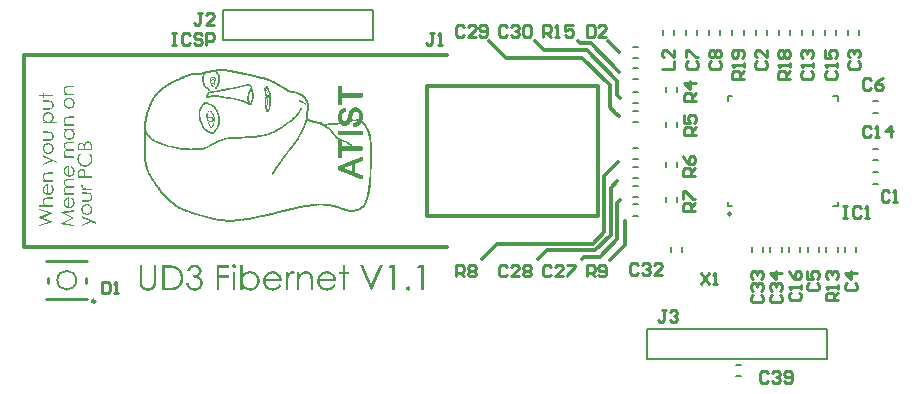
<source format=gto>
G04*
G04 #@! TF.GenerationSoftware,Altium Limited,Altium Designer,18.1.11 (251)*
G04*
G04 Layer_Color=65535*
%FSLAX25Y25*%
%MOIN*%
G70*
G01*
G75*
%ADD10C,0.00984*%
%ADD11C,0.00787*%
%ADD12C,0.00394*%
%ADD13C,0.01181*%
%ADD14C,0.01000*%
G36*
X286037Y510243D02*
X287558D01*
Y510163D01*
X288118D01*
Y510083D01*
X288598D01*
Y510003D01*
X288998D01*
Y509923D01*
X289398D01*
Y509842D01*
X289718D01*
Y509762D01*
X290278D01*
Y509683D01*
X290758D01*
Y509602D01*
X291239D01*
Y509522D01*
X291799D01*
Y509362D01*
X292279D01*
Y509282D01*
X292599D01*
Y509202D01*
X292999D01*
Y509122D01*
X293399D01*
Y509042D01*
X293719D01*
Y508962D01*
X294039D01*
Y508882D01*
X294280D01*
Y508802D01*
X294760D01*
Y508722D01*
X295240D01*
Y508642D01*
X295640D01*
Y508562D01*
X295960D01*
Y508482D01*
X296280D01*
Y508402D01*
X296600D01*
Y508322D01*
X296920D01*
Y508242D01*
X297160D01*
Y508162D01*
X297481D01*
Y508082D01*
X297801D01*
Y508002D01*
X298121D01*
Y507922D01*
X298361D01*
Y507842D01*
X298681D01*
Y507762D01*
X299401D01*
Y507682D01*
X299961D01*
Y507602D01*
X300201D01*
Y507522D01*
X300441D01*
Y507362D01*
X300681D01*
Y507282D01*
X300922D01*
Y507202D01*
X301162D01*
Y507122D01*
X301322D01*
Y507042D01*
X301482D01*
Y506962D01*
X301642D01*
Y506882D01*
X301882D01*
Y506802D01*
X302042D01*
Y506722D01*
X302282D01*
Y506642D01*
X302442D01*
Y506562D01*
X302682D01*
Y506482D01*
X302922D01*
Y506401D01*
X303082D01*
Y506321D01*
X303242D01*
Y506241D01*
X303322D01*
Y506161D01*
X303482D01*
Y506081D01*
X303642D01*
Y506001D01*
X303802D01*
Y505921D01*
X303883D01*
Y505841D01*
X304043D01*
Y505761D01*
X304203D01*
Y505681D01*
X304283D01*
Y505601D01*
X304443D01*
Y505441D01*
X304523D01*
Y505361D01*
X304683D01*
Y505281D01*
X304923D01*
Y505201D01*
X305083D01*
Y505121D01*
X305243D01*
Y505041D01*
X305323D01*
Y504961D01*
X305483D01*
Y504881D01*
X305643D01*
Y504801D01*
X305803D01*
Y504721D01*
X305883D01*
Y504641D01*
X306043D01*
Y504561D01*
X306203D01*
Y504481D01*
X306363D01*
Y504401D01*
X306523D01*
Y504321D01*
X306603D01*
Y504241D01*
X306843D01*
Y504161D01*
X306923D01*
Y504081D01*
X307084D01*
Y504001D01*
X307164D01*
Y503921D01*
X307324D01*
Y503841D01*
X307484D01*
Y503761D01*
X307564D01*
Y503681D01*
X307724D01*
Y503601D01*
X307884D01*
Y503441D01*
X308044D01*
Y503361D01*
X308284D01*
Y503280D01*
X308444D01*
Y503200D01*
X308844D01*
Y503121D01*
X309244D01*
Y503040D01*
X309644D01*
Y502960D01*
X309964D01*
Y502880D01*
X310365D01*
Y502800D01*
X310605D01*
Y502720D01*
X310925D01*
Y502640D01*
X311085D01*
Y502560D01*
X311245D01*
Y502480D01*
X311405D01*
Y502400D01*
X311645D01*
Y502320D01*
X311805D01*
Y502240D01*
X312045D01*
Y502160D01*
X312205D01*
Y502080D01*
X312365D01*
Y502000D01*
X312525D01*
Y501920D01*
X312685D01*
Y501840D01*
X312925D01*
Y501760D01*
X313005D01*
Y501680D01*
X313085D01*
Y501600D01*
X313165D01*
Y501440D01*
X313245D01*
Y501360D01*
X313325D01*
Y501280D01*
X313405D01*
Y501200D01*
X313486D01*
Y501120D01*
X313565D01*
Y501040D01*
X313646D01*
Y500880D01*
X313725D01*
Y500800D01*
X313806D01*
Y500640D01*
X313886D01*
Y500560D01*
X313966D01*
Y500400D01*
X314046D01*
Y500320D01*
X314126D01*
Y500160D01*
X314206D01*
Y500000D01*
X314286D01*
Y499839D01*
X314366D01*
Y499679D01*
X314446D01*
Y499359D01*
X314526D01*
Y499039D01*
X314606D01*
Y496398D01*
X314526D01*
Y496478D01*
X314446D01*
Y495198D01*
X314366D01*
Y493918D01*
X314446D01*
Y493838D01*
X314606D01*
Y493758D01*
X314686D01*
Y493598D01*
X315006D01*
Y493517D01*
X315166D01*
Y493437D01*
X315406D01*
Y493357D01*
X315646D01*
Y493277D01*
X315966D01*
Y493197D01*
X316206D01*
Y493117D01*
X316606D01*
Y493037D01*
X316927D01*
Y492957D01*
X317247D01*
Y492877D01*
X317487D01*
Y492797D01*
X317887D01*
Y492877D01*
X318287D01*
Y492797D01*
X318527D01*
Y492717D01*
X318687D01*
Y492637D01*
X318927D01*
Y492557D01*
X319007D01*
Y492477D01*
X319087D01*
Y492397D01*
X319167D01*
Y492317D01*
X319247D01*
Y492237D01*
X319407D01*
Y492157D01*
X321088D01*
Y492237D01*
X320848D01*
Y492317D01*
X323889D01*
Y492477D01*
X324209D01*
Y492557D01*
X324529D01*
Y492477D01*
X324849D01*
Y492557D01*
X324769D01*
Y492717D01*
X324689D01*
Y492957D01*
X324609D01*
Y493197D01*
X324529D01*
Y493517D01*
X324449D01*
Y495198D01*
X324529D01*
Y495518D01*
X324609D01*
Y495758D01*
X324689D01*
Y495998D01*
X324769D01*
Y496158D01*
X324849D01*
Y496318D01*
X324929D01*
Y496398D01*
X325009D01*
Y496558D01*
X325089D01*
Y496638D01*
X325169D01*
Y496719D01*
X325249D01*
Y496799D01*
X325329D01*
Y496878D01*
X325409D01*
Y496959D01*
X325489D01*
Y497039D01*
X325649D01*
Y497119D01*
X325809D01*
Y497199D01*
X325969D01*
Y497279D01*
X326129D01*
Y497359D01*
X326449D01*
Y497439D01*
X327010D01*
Y497359D01*
X327090D01*
Y496078D01*
X327010D01*
Y495998D01*
X326609D01*
Y495918D01*
X326369D01*
Y495838D01*
X326289D01*
Y495758D01*
X326129D01*
Y495678D01*
X326049D01*
Y495598D01*
X325969D01*
Y495438D01*
X325889D01*
Y495278D01*
X325809D01*
Y495118D01*
X325729D01*
Y494638D01*
X325649D01*
Y494078D01*
X325729D01*
Y493598D01*
X325809D01*
Y493357D01*
X325889D01*
Y493277D01*
X325969D01*
Y493117D01*
X326049D01*
Y493037D01*
X326129D01*
Y492957D01*
X326209D01*
Y493037D01*
X326449D01*
Y493117D01*
X326850D01*
Y493197D01*
X327090D01*
Y493277D01*
X327330D01*
Y493357D01*
X327410D01*
Y493598D01*
X327490D01*
Y493838D01*
X327570D01*
Y494158D01*
X327650D01*
Y494478D01*
X327730D01*
Y494798D01*
X327810D01*
Y495118D01*
X327890D01*
Y495438D01*
X327970D01*
Y495678D01*
X328050D01*
Y495918D01*
X328130D01*
Y496158D01*
X328210D01*
Y496318D01*
X328290D01*
Y496478D01*
X328370D01*
Y496638D01*
X328450D01*
Y496719D01*
X328530D01*
Y496878D01*
X328610D01*
Y496959D01*
X328690D01*
Y497039D01*
X328770D01*
Y497119D01*
X328850D01*
Y497199D01*
X329010D01*
Y497279D01*
X329090D01*
Y497359D01*
X329250D01*
Y497439D01*
X329410D01*
Y497519D01*
X329731D01*
Y497599D01*
X330771D01*
Y497519D01*
X331011D01*
Y497439D01*
X331251D01*
Y497359D01*
X331411D01*
Y497279D01*
X331491D01*
Y497199D01*
X331651D01*
Y497119D01*
X331731D01*
Y497039D01*
X331811D01*
Y496959D01*
X331891D01*
Y496878D01*
X331971D01*
Y496799D01*
X332051D01*
Y496719D01*
X332131D01*
Y496558D01*
X332211D01*
Y496478D01*
X332291D01*
Y496318D01*
X332371D01*
Y496158D01*
X332451D01*
Y495918D01*
X332531D01*
Y495678D01*
X332611D01*
Y495358D01*
X332691D01*
Y493598D01*
X332611D01*
Y493277D01*
X332531D01*
Y492957D01*
X332611D01*
Y492877D01*
X332691D01*
Y492797D01*
X332851D01*
Y492717D01*
X332931D01*
Y492637D01*
X333012D01*
Y492557D01*
X333172D01*
Y492397D01*
X333252D01*
Y492317D01*
X333332D01*
Y492237D01*
X333412D01*
Y492157D01*
X333492D01*
Y491997D01*
X333572D01*
Y491917D01*
X333652D01*
Y491837D01*
X333732D01*
Y491597D01*
X333812D01*
Y491437D01*
X333892D01*
Y491357D01*
X333972D01*
Y491197D01*
X334052D01*
Y491117D01*
X334132D01*
Y490957D01*
X334212D01*
Y490877D01*
X334292D01*
Y490717D01*
X334372D01*
Y490557D01*
X334452D01*
Y490396D01*
X334532D01*
Y490316D01*
X334612D01*
Y490076D01*
X334692D01*
Y489916D01*
X334852D01*
Y489676D01*
X334932D01*
Y489516D01*
X335012D01*
Y489276D01*
X335092D01*
Y488956D01*
X335172D01*
Y488636D01*
X335252D01*
Y488236D01*
X335332D01*
Y487676D01*
X335412D01*
Y487115D01*
X335492D01*
Y486635D01*
X335572D01*
Y486075D01*
X335652D01*
Y477112D01*
X335572D01*
Y474552D01*
X335492D01*
Y471991D01*
X335412D01*
Y471831D01*
X335332D01*
Y471511D01*
X335172D01*
Y471271D01*
X335252D01*
Y470790D01*
X335172D01*
Y470310D01*
X335092D01*
Y469830D01*
X335012D01*
Y469350D01*
X334932D01*
Y468630D01*
X334852D01*
Y468230D01*
X334692D01*
Y467910D01*
X334612D01*
Y467669D01*
X334532D01*
Y467510D01*
X334452D01*
Y467189D01*
X334372D01*
Y466949D01*
X334292D01*
Y466709D01*
X334212D01*
Y466469D01*
X334132D01*
Y466069D01*
X334052D01*
Y465909D01*
X333972D01*
Y465749D01*
X333892D01*
Y465509D01*
X333812D01*
Y465349D01*
X333732D01*
Y465189D01*
X333652D01*
Y465029D01*
X333572D01*
Y464869D01*
X333492D01*
Y464789D01*
X333412D01*
Y464629D01*
X333332D01*
Y464548D01*
X333252D01*
Y464468D01*
X333172D01*
Y464389D01*
X333012D01*
Y464309D01*
X332931D01*
Y464228D01*
X332691D01*
Y464068D01*
X332611D01*
Y463988D01*
X332451D01*
Y463908D01*
X332371D01*
Y463828D01*
X332211D01*
Y463748D01*
X332131D01*
Y463668D01*
X332051D01*
Y463588D01*
X331971D01*
Y463508D01*
X331891D01*
Y463428D01*
X331811D01*
Y463348D01*
X331731D01*
Y463268D01*
X331571D01*
Y463188D01*
X331411D01*
Y463108D01*
X331091D01*
Y463028D01*
X330451D01*
Y462948D01*
X330131D01*
Y462868D01*
X329731D01*
Y462788D01*
X328210D01*
Y462868D01*
X327730D01*
Y462948D01*
X327330D01*
Y463028D01*
X327090D01*
Y463108D01*
X326850D01*
Y463188D01*
X326530D01*
Y463268D01*
X326289D01*
Y463348D01*
X326049D01*
Y463428D01*
X325729D01*
Y463508D01*
X325489D01*
Y463588D01*
X325249D01*
Y463668D01*
X325009D01*
Y463748D01*
X324849D01*
Y463828D01*
X324609D01*
Y463908D01*
X324209D01*
Y463988D01*
X323969D01*
Y464068D01*
X323809D01*
Y464228D01*
X323569D01*
Y464309D01*
X323328D01*
Y464389D01*
X323008D01*
Y464468D01*
X322608D01*
Y464548D01*
X322208D01*
Y464629D01*
X321568D01*
Y464709D01*
X321648D01*
Y464789D01*
X321408D01*
Y464709D01*
X320528D01*
Y464789D01*
X319968D01*
Y464869D01*
X319567D01*
Y464949D01*
X318687D01*
Y464869D01*
X318607D01*
Y464949D01*
X318127D01*
Y464869D01*
X318047D01*
Y464949D01*
X317967D01*
Y464869D01*
X317887D01*
Y464949D01*
X317407D01*
Y464869D01*
X316526D01*
Y464789D01*
X316126D01*
Y464709D01*
X315566D01*
Y464629D01*
X315086D01*
Y464548D01*
X314446D01*
Y464468D01*
X313646D01*
Y464389D01*
X313165D01*
Y464309D01*
X312845D01*
Y464228D01*
X312285D01*
Y464068D01*
X311885D01*
Y463988D01*
X311485D01*
Y463908D01*
X311165D01*
Y463828D01*
X310845D01*
Y463748D01*
X310444D01*
Y463668D01*
X310124D01*
Y463588D01*
X309804D01*
Y463508D01*
X309484D01*
Y463428D01*
X309084D01*
Y463348D01*
X308684D01*
Y463268D01*
X308284D01*
Y463188D01*
X307964D01*
Y463108D01*
X307564D01*
Y463028D01*
X307324D01*
Y462948D01*
X306923D01*
Y462868D01*
X306443D01*
Y462788D01*
X306123D01*
Y462708D01*
X305883D01*
Y462628D01*
X305563D01*
Y462548D01*
X305243D01*
Y462468D01*
X304843D01*
Y462388D01*
X304523D01*
Y462308D01*
X304203D01*
Y462148D01*
X303962D01*
Y462068D01*
X303642D01*
Y461988D01*
X303402D01*
Y461908D01*
X303082D01*
Y461828D01*
X302842D01*
Y461748D01*
X302362D01*
Y461668D01*
X301962D01*
Y461588D01*
X301642D01*
Y461508D01*
X301242D01*
Y461428D01*
X300681D01*
Y461348D01*
X300361D01*
Y461268D01*
X300041D01*
Y461188D01*
X299721D01*
Y461107D01*
X299321D01*
Y461027D01*
X298841D01*
Y460947D01*
X298361D01*
Y460867D01*
X298281D01*
Y460947D01*
X298041D01*
Y460787D01*
X297721D01*
Y460867D01*
X297641D01*
Y460787D01*
X297400D01*
Y460707D01*
X297321D01*
Y460627D01*
X296840D01*
Y460547D01*
X296600D01*
Y460467D01*
X296360D01*
Y460547D01*
X296200D01*
Y460387D01*
X295800D01*
Y460307D01*
X295480D01*
Y460387D01*
X295240D01*
Y460147D01*
X294760D01*
Y460067D01*
X294600D01*
Y460147D01*
X294120D01*
Y459987D01*
X293719D01*
Y460067D01*
X293399D01*
Y459987D01*
X293239D01*
Y459907D01*
X292999D01*
Y459827D01*
X292519D01*
Y459907D01*
X292039D01*
Y459827D01*
X292279D01*
Y459747D01*
X291559D01*
Y459667D01*
X290918D01*
Y459587D01*
X290198D01*
Y459507D01*
X289318D01*
Y459427D01*
X287237D01*
Y459507D01*
X286837D01*
Y459587D01*
X285717D01*
Y459667D01*
X284997D01*
Y459747D01*
X284596D01*
Y459827D01*
X283956D01*
Y459907D01*
X283396D01*
Y459987D01*
X283076D01*
Y460067D01*
X282996D01*
Y460147D01*
X282836D01*
Y460067D01*
X282756D01*
Y460147D01*
X282436D01*
Y460387D01*
X282196D01*
Y460467D01*
X281956D01*
Y460547D01*
X281716D01*
Y460627D01*
X281636D01*
Y460547D01*
X281556D01*
Y460627D01*
X280995D01*
Y460707D01*
X280595D01*
Y460787D01*
X280435D01*
Y460867D01*
X280035D01*
Y460947D01*
X279795D01*
Y461027D01*
X279555D01*
Y461107D01*
X279235D01*
Y461188D01*
X278915D01*
Y461268D01*
X278435D01*
Y461348D01*
X278194D01*
Y461428D01*
X278034D01*
Y461508D01*
X277794D01*
Y461588D01*
X277554D01*
Y461668D01*
X277234D01*
Y461748D01*
X276914D01*
Y461828D01*
X276514D01*
Y461908D01*
X276434D01*
Y461988D01*
X276034D01*
Y462068D01*
X275794D01*
Y462148D01*
X275634D01*
Y462068D01*
X275554D01*
Y462308D01*
X275314D01*
Y462388D01*
X275154D01*
Y462468D01*
X274914D01*
Y462388D01*
X274833D01*
Y462548D01*
X274593D01*
Y462628D01*
X274433D01*
Y462708D01*
X273953D01*
Y462788D01*
X273713D01*
Y462868D01*
X273553D01*
Y463028D01*
X273473D01*
Y462948D01*
X273313D01*
Y463028D01*
X273153D01*
Y463108D01*
X272913D01*
Y463188D01*
X272753D01*
Y463268D01*
X272433D01*
Y463348D01*
X272273D01*
Y463428D01*
X272113D01*
Y463508D01*
X271953D01*
Y463588D01*
X271793D01*
Y463668D01*
X271633D01*
Y463748D01*
X271392D01*
Y463828D01*
X271232D01*
Y463908D01*
X271072D01*
Y463988D01*
X270912D01*
Y464068D01*
X270752D01*
Y464228D01*
X270592D01*
Y464309D01*
X270432D01*
Y464389D01*
X270352D01*
Y464468D01*
X270272D01*
Y464548D01*
X270112D01*
Y464629D01*
X270032D01*
Y464709D01*
X269952D01*
Y464789D01*
X269872D01*
Y464869D01*
X269792D01*
Y464949D01*
X269712D01*
Y465029D01*
X269552D01*
Y465109D01*
X269472D01*
Y465189D01*
X269392D01*
Y465269D01*
X269312D01*
Y465349D01*
X269152D01*
Y465429D01*
X269072D01*
Y465509D01*
X268992D01*
Y465589D01*
X268912D01*
Y465669D01*
X268752D01*
Y465749D01*
X268592D01*
Y465829D01*
X268512D01*
Y465909D01*
X268352D01*
Y465989D01*
X268271D01*
Y466069D01*
X268192D01*
Y466229D01*
X268111D01*
Y466309D01*
X268031D01*
Y466389D01*
X267951D01*
Y466469D01*
X267871D01*
Y466549D01*
X267791D01*
Y466629D01*
X267711D01*
Y466709D01*
X267631D01*
Y466789D01*
X267551D01*
Y466869D01*
X267471D01*
Y466949D01*
X267391D01*
Y467029D01*
X267311D01*
Y467109D01*
X267231D01*
Y467189D01*
X267151D01*
Y467269D01*
X267071D01*
Y467349D01*
X266991D01*
Y467429D01*
X266911D01*
Y467510D01*
X266751D01*
Y467590D01*
X266591D01*
Y467750D01*
X266511D01*
Y467830D01*
X266431D01*
Y467990D01*
X266351D01*
Y468070D01*
X266271D01*
Y468230D01*
X266191D01*
Y468310D01*
X266111D01*
Y468390D01*
X266031D01*
Y468470D01*
X265951D01*
Y468550D01*
X265871D01*
Y468630D01*
X265791D01*
Y468710D01*
X265711D01*
Y468790D01*
X265631D01*
Y468870D01*
X265551D01*
Y468950D01*
X265471D01*
Y469030D01*
X265391D01*
Y469110D01*
X265311D01*
Y469190D01*
X265230D01*
Y469270D01*
X265150D01*
Y469350D01*
X265071D01*
Y469510D01*
X264990D01*
Y469590D01*
X264910D01*
Y469750D01*
X264830D01*
Y469830D01*
X264750D01*
Y469990D01*
X264590D01*
Y470230D01*
X264510D01*
Y470310D01*
X264430D01*
Y470470D01*
X264350D01*
Y470550D01*
X264270D01*
Y470630D01*
X264190D01*
Y470711D01*
X264110D01*
Y470790D01*
X264030D01*
Y470951D01*
X263950D01*
Y471031D01*
X263870D01*
Y471111D01*
X263790D01*
Y471191D01*
X263710D01*
Y471271D01*
X263630D01*
Y471431D01*
X263550D01*
Y471591D01*
X263470D01*
Y471671D01*
X263390D01*
Y471831D01*
X263310D01*
Y471911D01*
X263230D01*
Y472151D01*
X263150D01*
Y472311D01*
X263070D01*
Y472391D01*
X262990D01*
Y472471D01*
X262910D01*
Y472631D01*
X262830D01*
Y472711D01*
X262750D01*
Y472791D01*
X262590D01*
Y472951D01*
X262510D01*
Y473031D01*
X262430D01*
Y473111D01*
X262350D01*
Y473271D01*
X262270D01*
Y473351D01*
X262190D01*
Y473511D01*
X262110D01*
Y473671D01*
X262030D01*
Y473751D01*
X261949D01*
Y473911D01*
X261870D01*
Y474152D01*
X261789D01*
Y474312D01*
X261709D01*
Y474472D01*
X261629D01*
Y474632D01*
X261549D01*
Y474792D01*
X261469D01*
Y474952D01*
X261389D01*
Y475112D01*
X261309D01*
Y475192D01*
X261229D01*
Y475272D01*
X261149D01*
Y475432D01*
X261069D01*
Y475592D01*
X260989D01*
Y475672D01*
X260909D01*
Y475912D01*
X260829D01*
Y476152D01*
X260749D01*
Y476392D01*
X260589D01*
Y476632D01*
X260509D01*
Y476872D01*
X260429D01*
Y477112D01*
X260349D01*
Y477353D01*
X260269D01*
Y477593D01*
X260189D01*
Y477993D01*
X260109D01*
Y478313D01*
X260029D01*
Y478713D01*
X259949D01*
Y479273D01*
X259869D01*
Y481594D01*
X259789D01*
Y482554D01*
X259709D01*
Y485035D01*
X259789D01*
Y488156D01*
X259869D01*
Y491917D01*
X259789D01*
Y492637D01*
X259869D01*
Y493117D01*
X259949D01*
Y493758D01*
X260029D01*
Y494078D01*
X260109D01*
Y494318D01*
X260189D01*
Y494638D01*
X260269D01*
Y494958D01*
X260349D01*
Y495358D01*
X260429D01*
Y495758D01*
X260509D01*
Y495998D01*
X260589D01*
Y496318D01*
X260749D01*
Y496558D01*
X260829D01*
Y496799D01*
X260909D01*
Y497039D01*
X260989D01*
Y497199D01*
X261069D01*
Y497359D01*
X261149D01*
Y497519D01*
X261229D01*
Y497839D01*
X261309D01*
Y497999D01*
X261389D01*
Y498159D01*
X261469D01*
Y498399D01*
X261549D01*
Y498639D01*
X261629D01*
Y498879D01*
X261709D01*
Y499119D01*
X261789D01*
Y499279D01*
X261870D01*
Y499519D01*
X261949D01*
Y499759D01*
X262030D01*
Y499920D01*
X262110D01*
Y500000D01*
X262190D01*
Y500160D01*
X262270D01*
Y500320D01*
X262350D01*
Y500480D01*
X262430D01*
Y500640D01*
X262510D01*
Y500800D01*
X262590D01*
Y500960D01*
X262750D01*
Y501040D01*
X262830D01*
Y501120D01*
X262910D01*
Y501280D01*
X262990D01*
Y501360D01*
X263070D01*
Y501440D01*
X263150D01*
Y501600D01*
X263230D01*
Y501760D01*
X263310D01*
Y501840D01*
X263390D01*
Y501920D01*
X263470D01*
Y502000D01*
X263550D01*
Y502080D01*
X263630D01*
Y502160D01*
X263710D01*
Y502240D01*
X263790D01*
Y502400D01*
X263870D01*
Y502480D01*
X263950D01*
Y502560D01*
X264030D01*
Y502640D01*
X264110D01*
Y502720D01*
X264190D01*
Y502800D01*
X264270D01*
Y502880D01*
X264350D01*
Y502960D01*
X264430D01*
Y503040D01*
X264510D01*
Y503121D01*
X264590D01*
Y503200D01*
X264750D01*
Y503280D01*
X264830D01*
Y503361D01*
X264910D01*
Y503441D01*
X264990D01*
Y503601D01*
X265071D01*
Y503681D01*
X265230D01*
Y503761D01*
X265311D01*
Y503841D01*
X265391D01*
Y503921D01*
X265551D01*
Y504001D01*
X265631D01*
Y504081D01*
X265711D01*
Y504161D01*
X265871D01*
Y504241D01*
X265951D01*
Y504321D01*
X266031D01*
Y504401D01*
X266111D01*
Y504481D01*
X266271D01*
Y504561D01*
X266351D01*
Y504641D01*
X266431D01*
Y504721D01*
X266511D01*
Y504801D01*
X266751D01*
Y504881D01*
X266831D01*
Y504961D01*
X266911D01*
Y505041D01*
X267071D01*
Y505121D01*
X267151D01*
Y505201D01*
X267311D01*
Y505281D01*
X267471D01*
Y505361D01*
X267631D01*
Y505441D01*
X267791D01*
Y505601D01*
X267951D01*
Y505681D01*
X268111D01*
Y505761D01*
X268192D01*
Y505841D01*
X268352D01*
Y505921D01*
X268431D01*
Y506001D01*
X268592D01*
Y506081D01*
X268752D01*
Y506161D01*
X268912D01*
Y506241D01*
X269072D01*
Y506321D01*
X269232D01*
Y506401D01*
X269312D01*
Y506482D01*
X269472D01*
Y506562D01*
X269632D01*
Y506642D01*
X269792D01*
Y506722D01*
X269952D01*
Y506802D01*
X270112D01*
Y506882D01*
X270432D01*
Y506962D01*
X270592D01*
Y507042D01*
X270912D01*
Y507122D01*
X271152D01*
Y507202D01*
X271312D01*
Y507282D01*
X271473D01*
Y507362D01*
X271633D01*
Y507522D01*
X271793D01*
Y507602D01*
X271953D01*
Y507682D01*
X272113D01*
Y507762D01*
X272273D01*
Y507842D01*
X272513D01*
Y507922D01*
X272753D01*
Y508002D01*
X272913D01*
Y508082D01*
X273153D01*
Y508162D01*
X273313D01*
Y508242D01*
X273553D01*
Y508322D01*
X273713D01*
Y508402D01*
X273953D01*
Y508482D01*
X274193D01*
Y508562D01*
X274433D01*
Y508642D01*
X274753D01*
Y508722D01*
X274994D01*
Y508802D01*
X275234D01*
Y508882D01*
X275554D01*
Y508962D01*
X275954D01*
Y509042D01*
X277154D01*
Y509122D01*
X278835D01*
Y509202D01*
X279235D01*
Y509282D01*
X279555D01*
Y509362D01*
X279795D01*
Y509522D01*
X280035D01*
Y509602D01*
X280435D01*
Y509683D01*
X280835D01*
Y509762D01*
X281315D01*
Y509842D01*
X281716D01*
Y509923D01*
X282036D01*
Y510003D01*
X282516D01*
Y510083D01*
X283236D01*
Y510163D01*
X283796D01*
Y510243D01*
X284757D01*
Y510323D01*
X285557D01*
Y510243D01*
X285637D01*
Y510323D01*
X286037D01*
Y510243D01*
D02*
G37*
G36*
X325649Y504801D02*
X325729D01*
Y502320D01*
X332531D01*
Y502240D01*
X332611D01*
Y500960D01*
X332531D01*
Y500880D01*
X325729D01*
Y498399D01*
X325649D01*
Y498319D01*
X324609D01*
Y498399D01*
X324529D01*
Y504801D01*
X324609D01*
Y504881D01*
X325649D01*
Y504801D01*
D02*
G37*
G36*
X274433Y462548D02*
X274353D01*
Y462628D01*
X274433D01*
Y462548D01*
D02*
G37*
G36*
X276034Y461908D02*
X275954D01*
Y461988D01*
X276034D01*
Y461908D01*
D02*
G37*
G36*
X289896Y445362D02*
X289963Y445343D01*
X290030Y445324D01*
X290106Y445286D01*
X290183Y445238D01*
X290259Y445171D01*
X290269Y445161D01*
X290288Y445133D01*
X290326Y445094D01*
X290364Y445047D01*
X290393Y444980D01*
X290431Y444894D01*
X290450Y444808D01*
X290460Y444712D01*
Y444702D01*
Y444674D01*
X290450Y444616D01*
X290431Y444559D01*
X290412Y444492D01*
X290374Y444416D01*
X290326Y444339D01*
X290259Y444263D01*
X290249Y444253D01*
X290221Y444234D01*
X290183Y444205D01*
X290135Y444167D01*
X290068Y444129D01*
X289982Y444100D01*
X289896Y444081D01*
X289800Y444071D01*
X289752D01*
X289705Y444081D01*
X289647Y444100D01*
X289571Y444119D01*
X289494Y444148D01*
X289418Y444196D01*
X289341Y444263D01*
X289332Y444272D01*
X289313Y444301D01*
X289284Y444339D01*
X289246Y444387D01*
X289208Y444454D01*
X289179Y444530D01*
X289160Y444616D01*
X289150Y444712D01*
Y444722D01*
Y444760D01*
X289160Y444808D01*
X289179Y444875D01*
X289198Y444942D01*
X289227Y445018D01*
X289274Y445094D01*
X289341Y445171D01*
X289351Y445181D01*
X289380Y445200D01*
X289418Y445238D01*
X289475Y445276D01*
X289542Y445305D01*
X289619Y445343D01*
X289705Y445362D01*
X289800Y445372D01*
X289848D01*
X289896Y445362D01*
D02*
G37*
G36*
X309465Y442991D02*
X309551Y442972D01*
X309656Y442953D01*
X309781Y442915D01*
X309905Y442857D01*
X310048Y442791D01*
X309628Y442121D01*
X309618Y442131D01*
X309589Y442140D01*
X309542Y442160D01*
X309484Y442179D01*
X309350Y442217D01*
X309283Y442236D01*
X309150D01*
X309073Y442217D01*
X308968Y442198D01*
X308853Y442160D01*
X308719Y442102D01*
X308586Y442016D01*
X308442Y441911D01*
X308423Y441892D01*
X308385Y441854D01*
X308318Y441768D01*
X308241Y441662D01*
X308146Y441519D01*
X308060Y441347D01*
X307964Y441137D01*
X307888Y440898D01*
Y440888D01*
X307878Y440869D01*
Y440840D01*
X307869Y440793D01*
X307859Y440726D01*
X307840Y440649D01*
X307830Y440553D01*
X307821Y440439D01*
X307802Y440305D01*
X307792Y440152D01*
X307783Y439980D01*
X307763Y439789D01*
X307754Y439569D01*
Y439330D01*
X307744Y439072D01*
Y438785D01*
Y436710D01*
X306941D01*
Y442848D01*
X307744D01*
Y441959D01*
X307763Y441968D01*
X307783Y441997D01*
X307802Y442035D01*
X307878Y442131D01*
X307974Y442246D01*
X308088Y442370D01*
X308213Y442504D01*
X308356Y442628D01*
X308500Y442733D01*
X308519Y442743D01*
X308566Y442771D01*
X308652Y442819D01*
X308758Y442867D01*
X308882Y442915D01*
X309025Y442963D01*
X309178Y442991D01*
X309341Y443001D01*
X309398D01*
X309465Y442991D01*
D02*
G37*
G36*
X313920D02*
X313977D01*
X314054Y442982D01*
X314216Y442953D01*
X314408Y442915D01*
X314608Y442848D01*
X314819Y442762D01*
X315019Y442647D01*
X315029D01*
X315039Y442628D01*
X315067Y442609D01*
X315106Y442580D01*
X315201Y442504D01*
X315316Y442399D01*
X315450Y442265D01*
X315583Y442102D01*
X315708Y441911D01*
X315813Y441701D01*
Y441691D01*
X315823Y441672D01*
X315842Y441643D01*
X315851Y441586D01*
X315870Y441529D01*
X315899Y441452D01*
X315918Y441357D01*
X315947Y441251D01*
X315966Y441137D01*
X315985Y440993D01*
X316014Y440850D01*
X316033Y440678D01*
X316052Y440496D01*
X316061Y440305D01*
X316071Y440095D01*
Y439865D01*
Y436710D01*
X315278D01*
Y439636D01*
Y439645D01*
Y439683D01*
Y439731D01*
Y439808D01*
Y439894D01*
Y439989D01*
X315268Y440209D01*
X315259Y440448D01*
X315239Y440678D01*
X315230Y440783D01*
X315220Y440888D01*
X315211Y440974D01*
X315192Y441051D01*
Y441060D01*
X315182Y441079D01*
X315172Y441108D01*
X315163Y441146D01*
X315125Y441261D01*
X315077Y441395D01*
X315000Y441538D01*
X314914Y441691D01*
X314800Y441834D01*
X314666Y441959D01*
X314647Y441968D01*
X314599Y442007D01*
X314513Y442054D01*
X314388Y442121D01*
X314245Y442179D01*
X314073Y442227D01*
X313872Y442265D01*
X313652Y442274D01*
X313585D01*
X313528Y442265D01*
X313471D01*
X313394Y442246D01*
X313222Y442217D01*
X313021Y442160D01*
X312802Y442073D01*
X312696Y442016D01*
X312582Y441959D01*
X312467Y441882D01*
X312362Y441796D01*
X312352Y441787D01*
X312333Y441777D01*
X312304Y441748D01*
X312276Y441710D01*
X312228Y441662D01*
X312171Y441605D01*
X312056Y441471D01*
X311932Y441299D01*
X311807Y441098D01*
X311702Y440869D01*
X311616Y440620D01*
Y440611D01*
Y440601D01*
X311607Y440573D01*
X311597Y440534D01*
X311587Y440477D01*
Y440410D01*
X311578Y440334D01*
X311568Y440247D01*
X311559Y440142D01*
X311549Y440018D01*
X311540Y439884D01*
X311530Y439731D01*
X311521Y439559D01*
Y439378D01*
X311511Y439177D01*
Y438957D01*
Y436710D01*
X310718D01*
Y442848D01*
X311511D01*
Y441739D01*
X311521Y441748D01*
X311530Y441768D01*
X311559Y441796D01*
X311597Y441844D01*
X311693Y441959D01*
X311817Y442102D01*
X311970Y442255D01*
X312152Y442408D01*
X312343Y442561D01*
X312553Y442685D01*
X312563D01*
X312582Y442695D01*
X312610Y442714D01*
X312658Y442733D01*
X312706Y442762D01*
X312773Y442781D01*
X312926Y442848D01*
X313107Y442905D01*
X313327Y442953D01*
X313557Y442991D01*
X313805Y443001D01*
X313872D01*
X313920Y442991D01*
D02*
G37*
G36*
X335650Y436710D02*
X335468D01*
X331902Y445008D01*
X332801D01*
X335564Y438584D01*
X338355Y445008D01*
X339264D01*
X335650Y436710D01*
D02*
G37*
G36*
X276713Y445209D02*
X276780Y445200D01*
X276932Y445181D01*
X277124Y445142D01*
X277324Y445094D01*
X277535Y445018D01*
X277745Y444913D01*
X277755D01*
X277774Y444903D01*
X277802Y444884D01*
X277841Y444855D01*
X277936Y444789D01*
X278070Y444702D01*
X278204Y444588D01*
X278347Y444454D01*
X278491Y444291D01*
X278615Y444110D01*
Y444100D01*
X278625Y444091D01*
X278644Y444062D01*
X278663Y444024D01*
X278711Y443928D01*
X278778Y443794D01*
X278835Y443641D01*
X278883Y443460D01*
X278921Y443268D01*
X278930Y443068D01*
Y443058D01*
Y443020D01*
X278921Y442963D01*
X278911Y442896D01*
X278902Y442800D01*
X278873Y442695D01*
X278844Y442580D01*
X278797Y442456D01*
X278739Y442322D01*
X278672Y442179D01*
X278586Y442045D01*
X278481Y441901D01*
X278357Y441758D01*
X278214Y441624D01*
X278051Y441490D01*
X277860Y441366D01*
X277869D01*
X277888Y441357D01*
X277917Y441337D01*
X277965Y441318D01*
X278070Y441270D01*
X278214Y441184D01*
X278366Y441089D01*
X278529Y440965D01*
X278692Y440821D01*
X278844Y440659D01*
X278854Y440649D01*
X278864Y440630D01*
X278892Y440592D01*
X278930Y440544D01*
X278969Y440477D01*
X279016Y440410D01*
X279064Y440324D01*
X279122Y440228D01*
X279170Y440123D01*
X279217Y440008D01*
X279303Y439760D01*
X279342Y439617D01*
X279370Y439473D01*
X279380Y439330D01*
X279389Y439177D01*
Y439167D01*
Y439148D01*
Y439110D01*
X279380Y439062D01*
Y438995D01*
X279370Y438919D01*
X279361Y438842D01*
X279342Y438747D01*
X279303Y438546D01*
X279236Y438316D01*
X279141Y438077D01*
X279016Y437838D01*
Y437829D01*
X278997Y437810D01*
X278978Y437781D01*
X278950Y437733D01*
X278911Y437676D01*
X278864Y437618D01*
X278749Y437475D01*
X278605Y437313D01*
X278424Y437150D01*
X278223Y436988D01*
X277994Y436844D01*
X277984D01*
X277965Y436825D01*
X277927Y436816D01*
X277879Y436787D01*
X277821Y436768D01*
X277745Y436739D01*
X277669Y436701D01*
X277573Y436672D01*
X277363Y436605D01*
X277114Y436557D01*
X276846Y436519D01*
X276560Y436500D01*
X276454D01*
X276378Y436510D01*
X276292Y436519D01*
X276187Y436529D01*
X276062Y436548D01*
X275938Y436577D01*
X275651Y436653D01*
X275508Y436701D01*
X275355Y436758D01*
X275202Y436825D01*
X275059Y436911D01*
X274906Y437007D01*
X274772Y437112D01*
X274762Y437121D01*
X274743Y437141D01*
X274705Y437179D01*
X274657Y437227D01*
X274600Y437293D01*
X274533Y437370D01*
X274466Y437466D01*
X274390Y437571D01*
X274313Y437695D01*
X274227Y437829D01*
X274150Y437982D01*
X274074Y438144D01*
X274007Y438316D01*
X273950Y438508D01*
X273892Y438708D01*
X273845Y438928D01*
X274657D01*
Y438919D01*
X274667Y438890D01*
X274676Y438852D01*
X274695Y438794D01*
X274714Y438728D01*
X274743Y438651D01*
X274810Y438479D01*
X274896Y438288D01*
X275001Y438087D01*
X275126Y437905D01*
X275192Y437829D01*
X275269Y437752D01*
X275279D01*
X275288Y437733D01*
X275317Y437714D01*
X275365Y437685D01*
X275412Y437647D01*
X275470Y437609D01*
X275546Y437571D01*
X275623Y437533D01*
X275814Y437446D01*
X276034Y437370D01*
X276282Y437322D01*
X276426Y437313D01*
X276569Y437303D01*
X276655D01*
X276722Y437313D01*
X276799Y437322D01*
X276885Y437332D01*
X276980Y437351D01*
X277085Y437370D01*
X277315Y437437D01*
X277554Y437533D01*
X277678Y437590D01*
X277793Y437666D01*
X277908Y437743D01*
X278013Y437838D01*
X278022Y437848D01*
X278041Y437867D01*
X278061Y437896D01*
X278099Y437934D01*
X278137Y437991D01*
X278185Y438049D01*
X278242Y438125D01*
X278290Y438202D01*
X278395Y438393D01*
X278481Y438603D01*
X278519Y438728D01*
X278548Y438842D01*
X278558Y438976D01*
X278567Y439110D01*
Y439119D01*
Y439129D01*
Y439158D01*
Y439196D01*
X278558Y439282D01*
X278529Y439406D01*
X278500Y439550D01*
X278452Y439703D01*
X278386Y439856D01*
X278290Y440018D01*
Y440028D01*
X278280Y440037D01*
X278242Y440085D01*
X278185Y440162D01*
X278099Y440257D01*
X277994Y440353D01*
X277869Y440458D01*
X277726Y440563D01*
X277563Y440649D01*
X277554D01*
X277544Y440659D01*
X277516Y440668D01*
X277477Y440687D01*
X277430Y440706D01*
X277372Y440726D01*
X277296Y440745D01*
X277219Y440764D01*
X277124Y440792D01*
X277018Y440812D01*
X276904Y440840D01*
X276770Y440859D01*
X276636Y440878D01*
X276483Y440898D01*
X276321Y440917D01*
X276149Y440926D01*
Y441691D01*
X276244D01*
X276349Y441701D01*
X276493Y441720D01*
X276646Y441739D01*
X276818Y441768D01*
X276999Y441815D01*
X277171Y441882D01*
X277181D01*
X277191Y441892D01*
X277248Y441921D01*
X277334Y441959D01*
X277430Y442026D01*
X277544Y442093D01*
X277659Y442188D01*
X277764Y442284D01*
X277850Y442399D01*
X277860Y442418D01*
X277888Y442456D01*
X277917Y442513D01*
X277965Y442599D01*
X278003Y442704D01*
X278032Y442819D01*
X278061Y442943D01*
X278070Y443077D01*
Y443087D01*
Y443106D01*
Y443135D01*
X278061Y443173D01*
X278051Y443268D01*
X278013Y443402D01*
X277965Y443546D01*
X277888Y443699D01*
X277783Y443861D01*
X277716Y443938D01*
X277640Y444014D01*
Y444024D01*
X277621Y444033D01*
X277563Y444081D01*
X277468Y444138D01*
X277344Y444215D01*
X277181Y444291D01*
X276999Y444349D01*
X276789Y444397D01*
X276550Y444416D01*
X276464D01*
X276359Y444397D01*
X276235Y444377D01*
X276091Y444339D01*
X275929Y444291D01*
X275776Y444215D01*
X275623Y444110D01*
X275604Y444100D01*
X275556Y444052D01*
X275489Y443976D01*
X275403Y443871D01*
X275298Y443727D01*
X275183Y443546D01*
X275078Y443335D01*
X275020Y443221D01*
X274973Y443087D01*
X274122D01*
Y443096D01*
X274131Y443135D01*
X274150Y443182D01*
X274170Y443259D01*
X274198Y443345D01*
X274227Y443441D01*
X274265Y443546D01*
X274323Y443670D01*
X274437Y443919D01*
X274590Y444186D01*
X274781Y444435D01*
X274887Y444559D01*
X275001Y444664D01*
X275011Y444674D01*
X275030Y444693D01*
X275068Y444712D01*
X275116Y444750D01*
X275183Y444789D01*
X275250Y444836D01*
X275336Y444894D01*
X275441Y444942D01*
X275546Y444989D01*
X275661Y445047D01*
X275929Y445133D01*
X276072Y445171D01*
X276215Y445200D01*
X276378Y445209D01*
X276540Y445219D01*
X276655D01*
X276713Y445209D01*
D02*
G37*
G36*
X263797Y439989D02*
Y439980D01*
Y439942D01*
Y439884D01*
Y439808D01*
X263787Y439712D01*
Y439607D01*
X263778Y439483D01*
X263768Y439349D01*
X263740Y439062D01*
X263701Y438766D01*
X263654Y438469D01*
X263615Y438326D01*
X263577Y438192D01*
Y438183D01*
X263568Y438163D01*
X263548Y438125D01*
X263529Y438077D01*
X263510Y438020D01*
X263472Y437953D01*
X263386Y437791D01*
X263271Y437609D01*
X263118Y437408D01*
X262927Y437207D01*
X262822Y437102D01*
X262707Y437007D01*
X262698Y436997D01*
X262679Y436988D01*
X262640Y436959D01*
X262592Y436930D01*
X262526Y436892D01*
X262449Y436844D01*
X262363Y436796D01*
X262267Y436758D01*
X262153Y436710D01*
X262038Y436662D01*
X261904Y436615D01*
X261770Y436577D01*
X261464Y436519D01*
X261302Y436510D01*
X261130Y436500D01*
X261034D01*
X260958Y436510D01*
X260872Y436519D01*
X260776Y436529D01*
X260661Y436538D01*
X260537Y436557D01*
X260269Y436615D01*
X259983Y436701D01*
X259830Y436758D01*
X259686Y436825D01*
X259543Y436892D01*
X259409Y436978D01*
X259399Y436988D01*
X259380Y436997D01*
X259342Y437026D01*
X259294Y437064D01*
X259237Y437112D01*
X259170Y437169D01*
X259093Y437236D01*
X259017Y437313D01*
X258855Y437494D01*
X258701Y437714D01*
X258558Y437963D01*
X258491Y438097D01*
X258443Y438240D01*
Y438249D01*
X258434Y438259D01*
Y438297D01*
X258424Y438336D01*
X258415Y438393D01*
X258396Y438460D01*
X258386Y438546D01*
X258377Y438641D01*
X258357Y438756D01*
X258348Y438880D01*
X258338Y439024D01*
X258319Y439186D01*
X258310Y439358D01*
Y439550D01*
X258300Y439760D01*
Y439989D01*
Y445008D01*
X259132D01*
Y439999D01*
Y439989D01*
Y439961D01*
Y439913D01*
Y439856D01*
Y439789D01*
Y439703D01*
Y439521D01*
X259141Y439330D01*
Y439148D01*
X259151Y439062D01*
Y438995D01*
X259160Y438928D01*
Y438880D01*
Y438871D01*
Y438861D01*
X259170Y438804D01*
X259189Y438708D01*
X259218Y438594D01*
X259256Y438469D01*
X259313Y438326D01*
X259371Y438192D01*
X259447Y438058D01*
X259457Y438049D01*
X259495Y438001D01*
X259543Y437944D01*
X259619Y437867D01*
X259715Y437781D01*
X259839Y437695D01*
X259983Y437599D01*
X260145Y437513D01*
X260155D01*
X260164Y437504D01*
X260193Y437494D01*
X260222Y437475D01*
X260317Y437446D01*
X260441Y437408D01*
X260575Y437360D01*
X260738Y437332D01*
X260910Y437303D01*
X261082Y437293D01*
X261149D01*
X261235Y437303D01*
X261331Y437313D01*
X261455Y437332D01*
X261589Y437370D01*
X261722Y437408D01*
X261866Y437466D01*
X261885Y437475D01*
X261933Y437494D01*
X262000Y437533D01*
X262086Y437590D01*
X262191Y437657D01*
X262296Y437743D01*
X262401Y437838D01*
X262497Y437944D01*
X262506Y437963D01*
X262535Y438001D01*
X262583Y438068D01*
X262640Y438154D01*
X262707Y438269D01*
X262765Y438393D01*
X262831Y438536D01*
X262879Y438699D01*
Y438718D01*
X262889Y438766D01*
X262898Y438804D01*
X262908Y438852D01*
X262917Y438909D01*
X262927Y438976D01*
Y439062D01*
X262937Y439158D01*
X262946Y439263D01*
X262956Y439378D01*
Y439511D01*
X262965Y439664D01*
Y439827D01*
Y439999D01*
Y445008D01*
X263797D01*
Y439989D01*
D02*
G37*
G36*
X353011Y436710D02*
X352179D01*
Y444196D01*
X350879D01*
X351367Y445008D01*
X353011D01*
Y436710D01*
D02*
G37*
G36*
X343403Y436710D02*
X342571D01*
Y444196D01*
X341271D01*
X341759Y445008D01*
X343403D01*
Y436710D01*
D02*
G37*
G36*
X326759Y442848D02*
X328011D01*
Y442169D01*
X326759D01*
Y436710D01*
X325966D01*
Y442169D01*
X324885D01*
Y442848D01*
X325966D01*
Y445133D01*
X326759D01*
Y442848D01*
D02*
G37*
G36*
X290202Y436710D02*
X289408D01*
Y442848D01*
X290202D01*
Y436710D01*
D02*
G37*
G36*
X288213Y444196D02*
X284886Y444196D01*
Y441596D01*
X288213Y441596D01*
Y440783D01*
X284886Y440783D01*
Y436710D01*
X284055D01*
Y445008D01*
X288213Y445008D01*
Y444196D01*
D02*
G37*
G36*
X268013Y444999D02*
X268185Y444989D01*
X268386Y444980D01*
X268596Y444970D01*
X268806Y444951D01*
X269036Y444932D01*
X269485Y444884D01*
X269695Y444846D01*
X269906Y444808D01*
X270088Y444760D01*
X270260Y444702D01*
X270269D01*
X270317Y444683D01*
X270374Y444655D01*
X270460Y444616D01*
X270556Y444569D01*
X270680Y444511D01*
X270805Y444444D01*
X270948Y444358D01*
X271091Y444272D01*
X271244Y444158D01*
X271407Y444043D01*
X271560Y443909D01*
X271713Y443766D01*
X271866Y443603D01*
X272009Y443431D01*
X272143Y443240D01*
X272152Y443230D01*
X272172Y443192D01*
X272210Y443135D01*
X272248Y443058D01*
X272305Y442953D01*
X272363Y442838D01*
X272420Y442695D01*
X272487Y442542D01*
X272554Y442360D01*
X272611Y442179D01*
X272669Y441968D01*
X272726Y441748D01*
X272764Y441519D01*
X272802Y441280D01*
X272822Y441022D01*
X272831Y440754D01*
Y440745D01*
Y440697D01*
Y440630D01*
X272822Y440544D01*
X272812Y440439D01*
X272802Y440305D01*
X272783Y440162D01*
X272764Y440008D01*
X272736Y439846D01*
X272697Y439664D01*
X272659Y439483D01*
X272602Y439301D01*
X272535Y439110D01*
X272468Y438919D01*
X272382Y438737D01*
X272286Y438555D01*
X272277Y438546D01*
X272258Y438517D01*
X272229Y438469D01*
X272191Y438402D01*
X272133Y438326D01*
X272076Y438230D01*
X272000Y438135D01*
X271913Y438030D01*
X271818Y437915D01*
X271713Y437800D01*
X271474Y437571D01*
X271196Y437351D01*
X271053Y437246D01*
X270890Y437160D01*
X270881D01*
X270852Y437141D01*
X270805Y437121D01*
X270728Y437093D01*
X270642Y437054D01*
X270537Y437016D01*
X270412Y436978D01*
X270269Y436940D01*
X270107Y436892D01*
X269925Y436854D01*
X269724Y436816D01*
X269514Y436777D01*
X269275Y436749D01*
X269026Y436729D01*
X268768Y436720D01*
X268481Y436710D01*
X265843D01*
Y445008D01*
X267860D01*
X268013Y444999D01*
D02*
G37*
G36*
X347887Y437944D02*
X347954Y437924D01*
X348030Y437905D01*
X348107Y437867D01*
X348193Y437810D01*
X348269Y437743D01*
X348279Y437733D01*
X348298Y437705D01*
X348336Y437666D01*
X348374Y437609D01*
X348413Y437533D01*
X348451Y437456D01*
X348470Y437360D01*
X348480Y437255D01*
Y437246D01*
Y437208D01*
X348470Y437150D01*
X348451Y437083D01*
X348432Y437007D01*
X348393Y436921D01*
X348336Y436835D01*
X348269Y436758D01*
X348260Y436749D01*
X348231Y436729D01*
X348193Y436691D01*
X348135Y436662D01*
X348059Y436624D01*
X347982Y436586D01*
X347887Y436567D01*
X347782Y436557D01*
X347734D01*
X347676Y436567D01*
X347609Y436586D01*
X347533Y436605D01*
X347457Y436643D01*
X347371Y436691D01*
X347294Y436758D01*
X347285Y436768D01*
X347265Y436796D01*
X347227Y436835D01*
X347198Y436892D01*
X347160Y436969D01*
X347122Y437054D01*
X347103Y437150D01*
X347093Y437255D01*
Y437265D01*
Y437303D01*
X347103Y437360D01*
X347122Y437427D01*
X347141Y437504D01*
X347179Y437580D01*
X347227Y437666D01*
X347294Y437743D01*
X347304Y437752D01*
X347332Y437772D01*
X347371Y437810D01*
X347428Y437848D01*
X347504Y437886D01*
X347581Y437924D01*
X347676Y437944D01*
X347782Y437953D01*
X347829D01*
X347887Y437944D01*
D02*
G37*
G36*
X320775Y442991D02*
X320880Y442982D01*
X321014Y442963D01*
X321167Y442934D01*
X321339Y442905D01*
X321520Y442848D01*
X321721Y442791D01*
X321922Y442714D01*
X322132Y442609D01*
X322342Y442494D01*
X322543Y442360D01*
X322754Y442198D01*
X322945Y442016D01*
X323126Y441806D01*
X323136Y441796D01*
X323155Y441768D01*
X323193Y441720D01*
X323232Y441653D01*
X323279Y441576D01*
X323337Y441481D01*
X323404Y441366D01*
X323461Y441232D01*
X323528Y441089D01*
X323585Y440936D01*
X323643Y440764D01*
X323700Y440573D01*
X323748Y440381D01*
X323776Y440171D01*
X323805Y439951D01*
X323815Y439722D01*
X318279D01*
Y439712D01*
Y439674D01*
X318289Y439617D01*
Y439540D01*
X318308Y439454D01*
X318318Y439349D01*
X318346Y439225D01*
X318375Y439100D01*
X318451Y438823D01*
X318509Y438680D01*
X318576Y438527D01*
X318652Y438383D01*
X318738Y438240D01*
X318844Y438097D01*
X318958Y437963D01*
X318968Y437953D01*
X318987Y437934D01*
X319025Y437896D01*
X319082Y437857D01*
X319140Y437810D01*
X319226Y437752D01*
X319312Y437685D01*
X319417Y437628D01*
X319532Y437561D01*
X319656Y437494D01*
X319790Y437437D01*
X319933Y437389D01*
X320086Y437351D01*
X320249Y437313D01*
X320411Y437293D01*
X320593Y437284D01*
X320679D01*
X320765Y437293D01*
X320889Y437303D01*
X321023Y437322D01*
X321186Y437351D01*
X321348Y437389D01*
X321511Y437446D01*
X321520D01*
X321530Y437456D01*
X321587Y437475D01*
X321673Y437513D01*
X321778Y437561D01*
X321893Y437618D01*
X322017Y437695D01*
X322142Y437781D01*
X322266Y437877D01*
X322285Y437886D01*
X322323Y437924D01*
X322381Y437991D01*
X322467Y438087D01*
X322572Y438211D01*
X322687Y438355D01*
X322811Y438536D01*
X322945Y438747D01*
X323614Y438393D01*
Y438383D01*
X323595Y438364D01*
X323585Y438336D01*
X323557Y438288D01*
X323528Y438230D01*
X323490Y438173D01*
X323394Y438020D01*
X323279Y437857D01*
X323155Y437685D01*
X323002Y437513D01*
X322849Y437351D01*
X322830Y437332D01*
X322773Y437284D01*
X322687Y437217D01*
X322572Y437131D01*
X322428Y437035D01*
X322256Y436940D01*
X322075Y436844D01*
X321884Y436758D01*
X321874D01*
X321855Y436749D01*
X321826Y436739D01*
X321788Y436729D01*
X321740Y436710D01*
X321683Y436691D01*
X321530Y436662D01*
X321348Y436624D01*
X321147Y436586D01*
X320918Y436567D01*
X320669Y436557D01*
X320602D01*
X320526Y436567D01*
X320421Y436577D01*
X320297Y436586D01*
X320144Y436605D01*
X319981Y436643D01*
X319809Y436682D01*
X319618Y436729D01*
X319427Y436796D01*
X319235Y436873D01*
X319035Y436969D01*
X318844Y437083D01*
X318652Y437207D01*
X318471Y437360D01*
X318308Y437533D01*
X318299Y437542D01*
X318270Y437580D01*
X318232Y437628D01*
X318174Y437705D01*
X318117Y437800D01*
X318040Y437905D01*
X317964Y438039D01*
X317887Y438183D01*
X317811Y438336D01*
X317735Y438508D01*
X317658Y438689D01*
X317601Y438890D01*
X317543Y439091D01*
X317505Y439311D01*
X317476Y439531D01*
X317467Y439760D01*
Y439770D01*
Y439808D01*
X317476Y439875D01*
Y439961D01*
X317486Y440056D01*
X317505Y440181D01*
X317524Y440314D01*
X317553Y440458D01*
X317591Y440611D01*
X317639Y440783D01*
X317696Y440955D01*
X317773Y441127D01*
X317849Y441309D01*
X317945Y441481D01*
X318060Y441662D01*
X318184Y441834D01*
X318193Y441844D01*
X318222Y441882D01*
X318279Y441940D01*
X318346Y442016D01*
X318442Y442102D01*
X318557Y442207D01*
X318681Y442312D01*
X318834Y442418D01*
X318996Y442523D01*
X319178Y442628D01*
X319379Y442733D01*
X319599Y442819D01*
X319828Y442896D01*
X320077Y442953D01*
X320344Y442991D01*
X320622Y443001D01*
X320689D01*
X320775Y442991D01*
D02*
G37*
G36*
X302735D02*
X302840Y442982D01*
X302974Y442963D01*
X303127Y442934D01*
X303299Y442905D01*
X303481Y442848D01*
X303681Y442791D01*
X303882Y442714D01*
X304092Y442609D01*
X304303Y442494D01*
X304503Y442360D01*
X304714Y442198D01*
X304905Y442016D01*
X305087Y441806D01*
X305096Y441796D01*
X305115Y441768D01*
X305154Y441720D01*
X305192Y441653D01*
X305240Y441576D01*
X305297Y441481D01*
X305364Y441366D01*
X305421Y441232D01*
X305488Y441089D01*
X305545Y440936D01*
X305603Y440764D01*
X305660Y440573D01*
X305708Y440381D01*
X305737Y440171D01*
X305765Y439951D01*
X305775Y439722D01*
X300240D01*
Y439712D01*
Y439674D01*
X300249Y439617D01*
Y439540D01*
X300268Y439454D01*
X300278Y439349D01*
X300307Y439225D01*
X300335Y439100D01*
X300412Y438823D01*
X300469Y438680D01*
X300536Y438527D01*
X300613Y438383D01*
X300699Y438240D01*
X300804Y438097D01*
X300919Y437963D01*
X300928Y437953D01*
X300947Y437934D01*
X300985Y437896D01*
X301043Y437857D01*
X301100Y437810D01*
X301186Y437752D01*
X301272Y437685D01*
X301377Y437628D01*
X301492Y437561D01*
X301616Y437494D01*
X301750Y437437D01*
X301894Y437389D01*
X302047Y437351D01*
X302209Y437313D01*
X302372Y437293D01*
X302553Y437284D01*
X302639D01*
X302725Y437293D01*
X302850Y437303D01*
X302983Y437322D01*
X303146Y437351D01*
X303309Y437389D01*
X303471Y437446D01*
X303481D01*
X303490Y437456D01*
X303548Y437475D01*
X303633Y437513D01*
X303739Y437561D01*
X303853Y437618D01*
X303978Y437695D01*
X304102Y437781D01*
X304226Y437877D01*
X304245Y437886D01*
X304284Y437924D01*
X304341Y437991D01*
X304427Y438087D01*
X304532Y438211D01*
X304647Y438355D01*
X304771Y438536D01*
X304905Y438747D01*
X305574Y438393D01*
Y438383D01*
X305555Y438364D01*
X305545Y438336D01*
X305517Y438288D01*
X305488Y438230D01*
X305450Y438173D01*
X305354Y438020D01*
X305240Y437857D01*
X305115Y437685D01*
X304962Y437513D01*
X304809Y437351D01*
X304790Y437332D01*
X304733Y437284D01*
X304647Y437217D01*
X304532Y437131D01*
X304389Y437035D01*
X304217Y436940D01*
X304035Y436844D01*
X303844Y436758D01*
X303834D01*
X303815Y436749D01*
X303786Y436739D01*
X303748Y436729D01*
X303700Y436710D01*
X303643Y436691D01*
X303490Y436662D01*
X303309Y436624D01*
X303108Y436586D01*
X302878Y436567D01*
X302630Y436557D01*
X302563D01*
X302486Y436567D01*
X302381Y436577D01*
X302257Y436586D01*
X302104Y436605D01*
X301941Y436643D01*
X301769Y436682D01*
X301578Y436729D01*
X301387Y436796D01*
X301196Y436873D01*
X300995Y436969D01*
X300804Y437083D01*
X300613Y437207D01*
X300431Y437360D01*
X300268Y437533D01*
X300259Y437542D01*
X300230Y437580D01*
X300192Y437628D01*
X300135Y437705D01*
X300077Y437800D01*
X300001Y437905D01*
X299924Y438039D01*
X299848Y438183D01*
X299771Y438336D01*
X299695Y438508D01*
X299618Y438689D01*
X299561Y438890D01*
X299504Y439091D01*
X299465Y439311D01*
X299437Y439531D01*
X299427Y439760D01*
Y439770D01*
Y439808D01*
X299437Y439875D01*
Y439961D01*
X299446Y440056D01*
X299465Y440181D01*
X299484Y440314D01*
X299513Y440458D01*
X299551Y440611D01*
X299599Y440783D01*
X299657Y440955D01*
X299733Y441127D01*
X299810Y441309D01*
X299905Y441481D01*
X300020Y441662D01*
X300144Y441834D01*
X300154Y441844D01*
X300182Y441882D01*
X300240Y441940D01*
X300307Y442016D01*
X300402Y442102D01*
X300517Y442207D01*
X300641Y442312D01*
X300794Y442418D01*
X300957Y442523D01*
X301138Y442628D01*
X301339Y442733D01*
X301559Y442819D01*
X301788Y442896D01*
X302037Y442953D01*
X302305Y442991D01*
X302582Y443001D01*
X302649D01*
X302735Y442991D01*
D02*
G37*
G36*
X292678Y441787D02*
X292687Y441796D01*
X292697Y441815D01*
X292726Y441844D01*
X292764Y441882D01*
X292869Y441997D01*
X293003Y442131D01*
X293165Y442274D01*
X293347Y442427D01*
X293557Y442571D01*
X293777Y442695D01*
X293787D01*
X293806Y442704D01*
X293844Y442724D01*
X293882Y442743D01*
X293940Y442762D01*
X294016Y442791D01*
X294093Y442819D01*
X294179Y442848D01*
X294379Y442905D01*
X294609Y442953D01*
X294867Y442991D01*
X295135Y443001D01*
X295192D01*
X295259Y442991D01*
X295355Y442982D01*
X295469Y442972D01*
X295594Y442953D01*
X295737Y442924D01*
X295900Y442886D01*
X296072Y442829D01*
X296253Y442771D01*
X296435Y442695D01*
X296626Y442599D01*
X296817Y442494D01*
X296999Y442370D01*
X297181Y442217D01*
X297362Y442054D01*
X297372Y442045D01*
X297400Y442016D01*
X297448Y441959D01*
X297506Y441882D01*
X297582Y441796D01*
X297658Y441681D01*
X297735Y441557D01*
X297831Y441414D01*
X297917Y441251D01*
X297993Y441079D01*
X298079Y440888D01*
X298146Y440687D01*
X298203Y440477D01*
X298251Y440247D01*
X298280Y440008D01*
X298289Y439760D01*
Y439741D01*
Y439703D01*
X298280Y439636D01*
Y439540D01*
X298261Y439425D01*
X298242Y439291D01*
X298213Y439139D01*
X298175Y438976D01*
X298127Y438804D01*
X298060Y438622D01*
X297984Y438431D01*
X297898Y438240D01*
X297783Y438049D01*
X297658Y437857D01*
X297515Y437676D01*
X297353Y437494D01*
X297343Y437485D01*
X297314Y437456D01*
X297257Y437408D01*
X297190Y437351D01*
X297094Y437274D01*
X296989Y437198D01*
X296865Y437112D01*
X296722Y437026D01*
X296569Y436940D01*
X296397Y436854D01*
X296215Y436777D01*
X296014Y436701D01*
X295804Y436643D01*
X295584Y436596D01*
X295355Y436567D01*
X295116Y436557D01*
X295039D01*
X294991Y436567D01*
X294924D01*
X294848Y436577D01*
X294762Y436586D01*
X294666Y436596D01*
X294446Y436634D01*
X294217Y436691D01*
X293987Y436768D01*
X293748Y436873D01*
X293739D01*
X293720Y436892D01*
X293691Y436911D01*
X293643Y436930D01*
X293596Y436969D01*
X293538Y437007D01*
X293385Y437112D01*
X293223Y437246D01*
X293041Y437418D01*
X292859Y437609D01*
X292678Y437838D01*
Y436710D01*
X291884D01*
Y445219D01*
X292678D01*
Y441787D01*
D02*
G37*
G36*
X236522Y504295D02*
X234852D01*
X234846D01*
X234824D01*
X234797D01*
X234753D01*
X234704D01*
X234649D01*
X234524Y504290D01*
X234387Y504284D01*
X234256Y504274D01*
X234196Y504268D01*
X234136Y504263D01*
X234087Y504257D01*
X234043Y504246D01*
X234038D01*
X234027Y504241D01*
X234011Y504235D01*
X233989Y504230D01*
X233923Y504208D01*
X233847Y504181D01*
X233765Y504137D01*
X233678Y504088D01*
X233596Y504022D01*
X233525Y503946D01*
X233519Y503935D01*
X233497Y503908D01*
X233470Y503859D01*
X233432Y503788D01*
X233399Y503706D01*
X233372Y503607D01*
X233350Y503493D01*
X233345Y503367D01*
Y503329D01*
X233350Y503296D01*
Y503263D01*
X233361Y503220D01*
X233377Y503121D01*
X233410Y503007D01*
X233459Y502881D01*
X233492Y502821D01*
X233525Y502756D01*
X233568Y502690D01*
X233618Y502630D01*
X233623Y502625D01*
X233629Y502614D01*
X233645Y502597D01*
X233667Y502581D01*
X233694Y502554D01*
X233727Y502521D01*
X233803Y502455D01*
X233902Y502384D01*
X234016Y502313D01*
X234147Y502253D01*
X234289Y502204D01*
X234295D01*
X234300D01*
X234316Y502199D01*
X234338Y502193D01*
X234371Y502188D01*
X234409D01*
X234453Y502182D01*
X234502Y502177D01*
X234562Y502171D01*
X234633Y502166D01*
X234710Y502161D01*
X234797Y502155D01*
X234895Y502150D01*
X234999D01*
X235114Y502144D01*
X235239D01*
X236522D01*
Y501691D01*
X233017D01*
Y502144D01*
X233650D01*
X233645Y502150D01*
X233634Y502155D01*
X233618Y502171D01*
X233590Y502193D01*
X233525Y502248D01*
X233443Y502319D01*
X233355Y502406D01*
X233268Y502510D01*
X233181Y502619D01*
X233110Y502739D01*
Y502745D01*
X233104Y502756D01*
X233093Y502772D01*
X233083Y502799D01*
X233066Y502827D01*
X233055Y502865D01*
X233017Y502952D01*
X232984Y503056D01*
X232957Y503182D01*
X232935Y503312D01*
X232930Y503454D01*
Y503493D01*
X232935Y503520D01*
Y503553D01*
X232941Y503596D01*
X232957Y503689D01*
X232979Y503798D01*
X233017Y503913D01*
X233066Y504033D01*
X233132Y504148D01*
Y504153D01*
X233142Y504159D01*
X233154Y504175D01*
X233170Y504197D01*
X233213Y504252D01*
X233274Y504317D01*
X233350Y504394D01*
X233443Y504470D01*
X233552Y504541D01*
X233672Y504601D01*
X233678D01*
X233688Y504607D01*
X233705Y504618D01*
X233738Y504623D01*
X233770Y504634D01*
X233814Y504650D01*
X233869Y504661D01*
X233929Y504677D01*
X233994Y504689D01*
X234076Y504699D01*
X234158Y504716D01*
X234256Y504727D01*
X234360Y504738D01*
X234469Y504743D01*
X234589Y504748D01*
X234720D01*
X236522D01*
Y504295D01*
D02*
G37*
G36*
X226434Y501767D02*
X229552D01*
Y501314D01*
X226434D01*
Y500697D01*
X226047D01*
Y501314D01*
X224742D01*
Y501767D01*
X226047D01*
Y502483D01*
X226434D01*
Y501767D01*
D02*
G37*
G36*
X234852Y500850D02*
X234906D01*
X234966Y500839D01*
X235043Y500828D01*
X235124Y500812D01*
X235217Y500790D01*
X235316Y500763D01*
X235419Y500730D01*
X235523Y500686D01*
X235632Y500637D01*
X235741Y500583D01*
X235851Y500512D01*
X235960Y500435D01*
X236064Y500342D01*
X236069Y500337D01*
X236086Y500320D01*
X236113Y500288D01*
X236151Y500249D01*
X236189Y500200D01*
X236238Y500140D01*
X236287Y500064D01*
X236337Y499987D01*
X236386Y499895D01*
X236435Y499796D01*
X236484Y499687D01*
X236522Y499572D01*
X236561Y499447D01*
X236588Y499316D01*
X236604Y499174D01*
X236610Y499026D01*
Y498988D01*
X236604Y498950D01*
X236599Y498890D01*
X236593Y498824D01*
X236582Y498742D01*
X236566Y498655D01*
X236539Y498557D01*
X236511Y498453D01*
X236479Y498349D01*
X236430Y498240D01*
X236380Y498131D01*
X236315Y498016D01*
X236244Y497907D01*
X236162Y497803D01*
X236064Y497705D01*
X236058Y497700D01*
X236036Y497683D01*
X236009Y497656D01*
X235965Y497629D01*
X235916Y497585D01*
X235851Y497547D01*
X235780Y497498D01*
X235698Y497454D01*
X235611Y497405D01*
X235512Y497356D01*
X235403Y497318D01*
X235294Y497279D01*
X235174Y497247D01*
X235048Y497219D01*
X234917Y497203D01*
X234781Y497197D01*
X234770D01*
X234748D01*
X234710Y497203D01*
X234660D01*
X234595Y497214D01*
X234524Y497225D01*
X234442Y497236D01*
X234349Y497257D01*
X234256Y497285D01*
X234153Y497318D01*
X234049Y497356D01*
X233940Y497399D01*
X233836Y497454D01*
X233727Y497519D01*
X233623Y497596D01*
X233519Y497678D01*
X233514Y497683D01*
X233492Y497705D01*
X233465Y497732D01*
X233426Y497776D01*
X233383Y497825D01*
X233334Y497891D01*
X233279Y497962D01*
X233224Y498049D01*
X233170Y498142D01*
X233115Y498240D01*
X233066Y498355D01*
X233022Y498475D01*
X232984Y498601D01*
X232957Y498737D01*
X232935Y498879D01*
X232930Y499026D01*
Y499065D01*
X232935Y499103D01*
X232941Y499163D01*
X232946Y499228D01*
X232962Y499310D01*
X232979Y499398D01*
X233001Y499496D01*
X233033Y499600D01*
X233072Y499709D01*
X233121Y499824D01*
X233181Y499933D01*
X233246Y500047D01*
X233323Y500157D01*
X233416Y500266D01*
X233519Y500370D01*
X233525Y500375D01*
X233541Y500391D01*
X233574Y500413D01*
X233612Y500446D01*
X233667Y500484D01*
X233727Y500523D01*
X233798Y500566D01*
X233880Y500615D01*
X233967Y500659D01*
X234060Y500703D01*
X234164Y500741D01*
X234278Y500779D01*
X234393Y500812D01*
X234519Y500834D01*
X234644Y500850D01*
X234781Y500855D01*
X234791D01*
X234813D01*
X234852Y500850D01*
D02*
G37*
G36*
X227947Y499911D02*
X228018Y499905D01*
X228094Y499900D01*
X228176Y499895D01*
X228351Y499873D01*
X228531Y499845D01*
X228706Y499802D01*
X228788Y499775D01*
X228859Y499747D01*
X228864D01*
X228875Y499742D01*
X228891Y499731D01*
X228919Y499714D01*
X228951Y499698D01*
X228984Y499676D01*
X229066Y499622D01*
X229159Y499545D01*
X229257Y499458D01*
X229350Y499354D01*
X229432Y499234D01*
Y499228D01*
X229443Y499218D01*
X229448Y499201D01*
X229465Y499174D01*
X229481Y499141D01*
X229497Y499097D01*
X229514Y499054D01*
X229536Y498999D01*
X229557Y498945D01*
X229574Y498879D01*
X229590Y498808D01*
X229607Y498732D01*
X229628Y498568D01*
X229639Y498382D01*
Y498333D01*
X229634Y498295D01*
Y498251D01*
X229628Y498202D01*
X229623Y498147D01*
X229612Y498082D01*
X229590Y497945D01*
X229552Y497803D01*
X229503Y497661D01*
X229432Y497525D01*
Y497519D01*
X229421Y497509D01*
X229410Y497492D01*
X229394Y497470D01*
X229345Y497405D01*
X229279Y497334D01*
X229197Y497247D01*
X229099Y497165D01*
X228984Y497083D01*
X228853Y497012D01*
X228848D01*
X228837Y497006D01*
X228815Y496995D01*
X228782Y496984D01*
X228744Y496974D01*
X228695Y496963D01*
X228640Y496946D01*
X228575Y496930D01*
X228498Y496913D01*
X228416Y496903D01*
X228324Y496886D01*
X228225Y496875D01*
X228116Y496864D01*
X227996Y496853D01*
X227870Y496848D01*
X227734D01*
X226047D01*
Y497301D01*
X227685D01*
X227690D01*
X227712D01*
X227739D01*
X227783D01*
X227832D01*
X227887Y497306D01*
X227947D01*
X228012D01*
X228149Y497318D01*
X228285Y497328D01*
X228351Y497334D01*
X228411Y497339D01*
X228466Y497350D01*
X228509Y497361D01*
X228515D01*
X228526Y497367D01*
X228542Y497372D01*
X228564Y497383D01*
X228618Y497405D01*
X228695Y497443D01*
X228777Y497498D01*
X228859Y497558D01*
X228941Y497640D01*
X229017Y497732D01*
Y497738D01*
X229022Y497743D01*
X229033Y497760D01*
X229044Y497782D01*
X229077Y497836D01*
X229110Y497918D01*
X229142Y498011D01*
X229175Y498120D01*
X229197Y498246D01*
X229203Y498382D01*
Y498420D01*
X229197Y498448D01*
Y498475D01*
X229192Y498513D01*
X229181Y498606D01*
X229159Y498704D01*
X229126Y498813D01*
X229082Y498917D01*
X229022Y499021D01*
Y499026D01*
X229012Y499032D01*
X228990Y499065D01*
X228951Y499108D01*
X228897Y499168D01*
X228826Y499228D01*
X228744Y499289D01*
X228651Y499343D01*
X228547Y499387D01*
X228537Y499392D01*
X228526D01*
X228504Y499398D01*
X228476Y499403D01*
X228449Y499409D01*
X228405Y499414D01*
X228362Y499425D01*
X228307Y499431D01*
X228247Y499436D01*
X228176Y499441D01*
X228094Y499447D01*
X228007Y499452D01*
X227909D01*
X227805Y499458D01*
X227685D01*
X226047D01*
Y499916D01*
X227767D01*
X227772D01*
X227799D01*
X227838D01*
X227887D01*
X227947Y499911D01*
D02*
G37*
G36*
X227870Y496056D02*
X227925D01*
X227991Y496045D01*
X228067Y496034D01*
X228154Y496018D01*
X228247Y495996D01*
X228345Y495969D01*
X228455Y495931D01*
X228558Y495892D01*
X228673Y495838D01*
X228782Y495778D01*
X228891Y495707D01*
X229001Y495625D01*
X229104Y495532D01*
X229110Y495527D01*
X229126Y495510D01*
X229153Y495477D01*
X229186Y495439D01*
X229230Y495390D01*
X229274Y495325D01*
X229323Y495259D01*
X229372Y495177D01*
X229421Y495090D01*
X229470Y494991D01*
X229514Y494888D01*
X229557Y494779D01*
X229590Y494658D01*
X229618Y494533D01*
X229634Y494402D01*
X229639Y494265D01*
Y494222D01*
X229634Y494194D01*
Y494156D01*
X229628Y494112D01*
X229623Y494063D01*
X229618Y494009D01*
X229596Y493894D01*
X229568Y493763D01*
X229525Y493626D01*
X229470Y493490D01*
Y493484D01*
X229459Y493474D01*
X229454Y493457D01*
X229437Y493430D01*
X229421Y493403D01*
X229399Y493364D01*
X229339Y493283D01*
X229268Y493184D01*
X229175Y493081D01*
X229072Y492971D01*
X228951Y492862D01*
X230835D01*
Y492409D01*
X226047D01*
Y492862D01*
X226696D01*
X226691Y492868D01*
X226680Y492873D01*
X226658Y492889D01*
X226636Y492911D01*
X226571Y492966D01*
X226489Y493037D01*
X226396Y493124D01*
X226309Y493233D01*
X226221Y493348D01*
X226145Y493474D01*
Y493479D01*
X226139Y493490D01*
X226129Y493506D01*
X226118Y493534D01*
X226101Y493566D01*
X226085Y493605D01*
X226069Y493654D01*
X226052Y493703D01*
X226019Y493818D01*
X225987Y493949D01*
X225965Y494096D01*
X225959Y494249D01*
Y494282D01*
X225965Y494320D01*
X225970Y494375D01*
X225976Y494440D01*
X225987Y494511D01*
X226003Y494598D01*
X226025Y494691D01*
X226058Y494790D01*
X226090Y494888D01*
X226134Y494997D01*
X226189Y495106D01*
X226249Y495210D01*
X226320Y495319D01*
X226407Y495423D01*
X226500Y495527D01*
X226505Y495532D01*
X226522Y495548D01*
X226554Y495576D01*
X226593Y495609D01*
X226647Y495652D01*
X226707Y495696D01*
X226778Y495745D01*
X226860Y495794D01*
X226953Y495843D01*
X227051Y495892D01*
X227155Y495936D01*
X227270Y495980D01*
X227390Y496012D01*
X227521Y496040D01*
X227652Y496056D01*
X227794Y496062D01*
X227805D01*
X227827D01*
X227870Y496056D01*
D02*
G37*
G36*
X236522Y494118D02*
X234852D01*
X234846D01*
X234824D01*
X234797D01*
X234753D01*
X234704D01*
X234649D01*
X234524Y494112D01*
X234387Y494107D01*
X234256Y494096D01*
X234196Y494091D01*
X234136Y494085D01*
X234087Y494080D01*
X234043Y494069D01*
X234038D01*
X234027Y494063D01*
X234011Y494058D01*
X233989Y494052D01*
X233923Y494031D01*
X233847Y494003D01*
X233765Y493960D01*
X233678Y493910D01*
X233596Y493845D01*
X233525Y493769D01*
X233519Y493757D01*
X233497Y493730D01*
X233470Y493681D01*
X233432Y493610D01*
X233399Y493528D01*
X233372Y493430D01*
X233350Y493315D01*
X233345Y493190D01*
Y493152D01*
X233350Y493119D01*
Y493086D01*
X233361Y493042D01*
X233377Y492944D01*
X233410Y492829D01*
X233459Y492704D01*
X233492Y492644D01*
X233525Y492578D01*
X233568Y492513D01*
X233618Y492453D01*
X233623Y492447D01*
X233629Y492436D01*
X233645Y492420D01*
X233667Y492404D01*
X233694Y492376D01*
X233727Y492343D01*
X233803Y492278D01*
X233902Y492207D01*
X234016Y492136D01*
X234147Y492076D01*
X234289Y492027D01*
X234295D01*
X234300D01*
X234316Y492021D01*
X234338Y492016D01*
X234371Y492010D01*
X234409D01*
X234453Y492005D01*
X234502Y491999D01*
X234562Y491994D01*
X234633Y491989D01*
X234710Y491983D01*
X234797Y491978D01*
X234895Y491972D01*
X234999D01*
X235114Y491967D01*
X235239D01*
X236522D01*
Y491513D01*
X233017D01*
Y491967D01*
X233650D01*
X233645Y491972D01*
X233634Y491978D01*
X233618Y491994D01*
X233590Y492016D01*
X233525Y492070D01*
X233443Y492141D01*
X233355Y492229D01*
X233268Y492333D01*
X233181Y492442D01*
X233110Y492562D01*
Y492567D01*
X233104Y492578D01*
X233093Y492595D01*
X233083Y492622D01*
X233066Y492649D01*
X233055Y492687D01*
X233017Y492775D01*
X232984Y492878D01*
X232957Y493004D01*
X232935Y493135D01*
X232930Y493277D01*
Y493315D01*
X232935Y493343D01*
Y493375D01*
X232941Y493419D01*
X232957Y493512D01*
X232979Y493621D01*
X233017Y493736D01*
X233066Y493856D01*
X233132Y493970D01*
Y493976D01*
X233142Y493981D01*
X233154Y493998D01*
X233170Y494020D01*
X233213Y494074D01*
X233274Y494140D01*
X233350Y494216D01*
X233443Y494293D01*
X233552Y494364D01*
X233672Y494424D01*
X233678D01*
X233688Y494429D01*
X233705Y494440D01*
X233738Y494446D01*
X233770Y494456D01*
X233814Y494473D01*
X233869Y494484D01*
X233929Y494500D01*
X233994Y494511D01*
X234076Y494522D01*
X234158Y494538D01*
X234256Y494549D01*
X234360Y494560D01*
X234469Y494566D01*
X234589Y494571D01*
X234720D01*
X236522D01*
Y494118D01*
D02*
G37*
G36*
Y490045D02*
X235922D01*
X235927Y490039D01*
X235938Y490034D01*
X235954Y490017D01*
X235976Y489996D01*
X236042Y489935D01*
X236113Y489859D01*
X236200Y489766D01*
X236287Y489657D01*
X236369Y489537D01*
X236440Y489406D01*
Y489400D01*
X236446Y489390D01*
X236457Y489373D01*
X236468Y489346D01*
X236479Y489313D01*
X236495Y489275D01*
X236511Y489231D01*
X236522Y489177D01*
X236555Y489062D01*
X236582Y488936D01*
X236604Y488789D01*
X236610Y488636D01*
Y488603D01*
X236604Y488565D01*
X236599Y488511D01*
X236593Y488450D01*
X236582Y488374D01*
X236566Y488292D01*
X236544Y488199D01*
X236517Y488101D01*
X236479Y488003D01*
X236435Y487893D01*
X236386Y487790D01*
X236320Y487681D01*
X236249Y487577D01*
X236167Y487468D01*
X236075Y487369D01*
X236069Y487364D01*
X236047Y487348D01*
X236020Y487320D01*
X235976Y487287D01*
X235927Y487249D01*
X235862Y487206D01*
X235791Y487156D01*
X235709Y487107D01*
X235616Y487058D01*
X235518Y487009D01*
X235408Y486965D01*
X235294Y486927D01*
X235168Y486894D01*
X235043Y486867D01*
X234906Y486851D01*
X234764Y486845D01*
X234753D01*
X234731D01*
X234688Y486851D01*
X234639Y486856D01*
X234573Y486862D01*
X234497Y486872D01*
X234409Y486889D01*
X234316Y486911D01*
X234218Y486938D01*
X234114Y486976D01*
X234005Y487020D01*
X233896Y487069D01*
X233787Y487129D01*
X233678Y487200D01*
X233574Y487282D01*
X233470Y487375D01*
X233465Y487380D01*
X233448Y487397D01*
X233421Y487429D01*
X233383Y487468D01*
X233345Y487522D01*
X233301Y487582D01*
X233252Y487653D01*
X233197Y487735D01*
X233148Y487822D01*
X233099Y487921D01*
X233055Y488025D01*
X233012Y488134D01*
X232979Y488254D01*
X232951Y488379D01*
X232935Y488511D01*
X232930Y488647D01*
Y488718D01*
X232935Y488756D01*
X232941Y488800D01*
X232946Y488855D01*
X232951Y488909D01*
X232973Y489029D01*
X233006Y489160D01*
X233055Y489297D01*
X233115Y489428D01*
Y489433D01*
X233126Y489444D01*
X233132Y489461D01*
X233148Y489488D01*
X233170Y489515D01*
X233192Y489553D01*
X233252Y489635D01*
X233328Y489734D01*
X233421Y489837D01*
X233536Y489941D01*
X233667Y490045D01*
X233017D01*
Y490498D01*
X236522D01*
Y490045D01*
D02*
G37*
G36*
X227947Y489564D02*
X228018Y489559D01*
X228094Y489553D01*
X228176Y489548D01*
X228351Y489526D01*
X228531Y489499D01*
X228706Y489455D01*
X228788Y489428D01*
X228859Y489400D01*
X228864D01*
X228875Y489395D01*
X228891Y489384D01*
X228919Y489368D01*
X228951Y489351D01*
X228984Y489329D01*
X229066Y489275D01*
X229159Y489198D01*
X229257Y489111D01*
X229350Y489007D01*
X229432Y488887D01*
Y488882D01*
X229443Y488871D01*
X229448Y488855D01*
X229465Y488827D01*
X229481Y488794D01*
X229497Y488751D01*
X229514Y488707D01*
X229536Y488652D01*
X229557Y488598D01*
X229574Y488532D01*
X229590Y488461D01*
X229607Y488385D01*
X229628Y488221D01*
X229639Y488035D01*
Y487986D01*
X229634Y487948D01*
Y487904D01*
X229628Y487855D01*
X229623Y487801D01*
X229612Y487735D01*
X229590Y487599D01*
X229552Y487457D01*
X229503Y487315D01*
X229432Y487178D01*
Y487173D01*
X229421Y487162D01*
X229410Y487146D01*
X229394Y487124D01*
X229345Y487058D01*
X229279Y486987D01*
X229197Y486900D01*
X229099Y486818D01*
X228984Y486736D01*
X228853Y486665D01*
X228848D01*
X228837Y486659D01*
X228815Y486649D01*
X228782Y486638D01*
X228744Y486627D01*
X228695Y486616D01*
X228640Y486599D01*
X228575Y486583D01*
X228498Y486567D01*
X228416Y486556D01*
X228324Y486539D01*
X228225Y486528D01*
X228116Y486518D01*
X227996Y486507D01*
X227870Y486501D01*
X227734D01*
X226047D01*
Y486954D01*
X227685D01*
X227690D01*
X227712D01*
X227739D01*
X227783D01*
X227832D01*
X227887Y486960D01*
X227947D01*
X228012D01*
X228149Y486971D01*
X228285Y486982D01*
X228351Y486987D01*
X228411Y486993D01*
X228466Y487004D01*
X228509Y487014D01*
X228515D01*
X228526Y487020D01*
X228542Y487025D01*
X228564Y487036D01*
X228618Y487058D01*
X228695Y487096D01*
X228777Y487151D01*
X228859Y487211D01*
X228941Y487293D01*
X229017Y487386D01*
Y487391D01*
X229022Y487397D01*
X229033Y487413D01*
X229044Y487435D01*
X229077Y487490D01*
X229110Y487571D01*
X229142Y487664D01*
X229175Y487773D01*
X229197Y487899D01*
X229203Y488035D01*
Y488074D01*
X229197Y488101D01*
Y488128D01*
X229192Y488167D01*
X229181Y488259D01*
X229159Y488358D01*
X229126Y488467D01*
X229082Y488570D01*
X229022Y488674D01*
Y488680D01*
X229012Y488685D01*
X228990Y488718D01*
X228951Y488762D01*
X228897Y488822D01*
X228826Y488882D01*
X228744Y488942D01*
X228651Y488996D01*
X228547Y489040D01*
X228537Y489046D01*
X228526D01*
X228504Y489051D01*
X228476Y489056D01*
X228449Y489062D01*
X228405Y489067D01*
X228362Y489078D01*
X228307Y489084D01*
X228247Y489089D01*
X228176Y489095D01*
X228094Y489100D01*
X228007Y489106D01*
X227909D01*
X227805Y489111D01*
X227685D01*
X226047D01*
Y489570D01*
X227767D01*
X227772D01*
X227799D01*
X227838D01*
X227887D01*
X227947Y489564D01*
D02*
G37*
G36*
X241150Y486261D02*
X241205Y486256D01*
X241259Y486245D01*
X241325Y486234D01*
X241390Y486212D01*
X241467Y486190D01*
X241543Y486163D01*
X241625Y486130D01*
X241707Y486092D01*
X241789Y486043D01*
X241871Y485983D01*
X241947Y485922D01*
X242024Y485846D01*
X242029Y485841D01*
X242040Y485830D01*
X242062Y485802D01*
X242084Y485770D01*
X242117Y485726D01*
X242149Y485677D01*
X242182Y485617D01*
X242220Y485551D01*
X242259Y485475D01*
X242291Y485393D01*
X242324Y485300D01*
X242357Y485196D01*
X242379Y485092D01*
X242401Y484978D01*
X242411Y484858D01*
X242417Y484727D01*
Y483427D01*
X237678D01*
Y484454D01*
X237683Y484503D01*
Y484557D01*
X237688Y484618D01*
X237694Y484678D01*
X237710Y484820D01*
X237738Y484962D01*
X237770Y485098D01*
X237792Y485163D01*
X237814Y485224D01*
Y485229D01*
X237820Y485240D01*
X237830Y485251D01*
X237841Y485273D01*
X237869Y485327D01*
X237912Y485398D01*
X237972Y485475D01*
X238043Y485557D01*
X238125Y485633D01*
X238224Y485704D01*
X238229D01*
X238234Y485709D01*
X238251Y485720D01*
X238273Y485731D01*
X238327Y485759D01*
X238404Y485797D01*
X238497Y485830D01*
X238600Y485857D01*
X238715Y485879D01*
X238841Y485884D01*
X238846D01*
X238857D01*
X238873D01*
X238895D01*
X238955Y485879D01*
X239032Y485862D01*
X239119Y485846D01*
X239217Y485819D01*
X239321Y485780D01*
X239419Y485726D01*
X239425D01*
X239430Y485720D01*
X239463Y485699D01*
X239507Y485660D01*
X239567Y485611D01*
X239632Y485546D01*
X239703Y485469D01*
X239769Y485376D01*
X239834Y485273D01*
Y485278D01*
X239840Y485289D01*
X239845Y485311D01*
X239856Y485333D01*
X239867Y485365D01*
X239883Y485398D01*
X239916Y485486D01*
X239960Y485573D01*
X240009Y485671D01*
X240069Y485759D01*
X240129Y485841D01*
X240135Y485851D01*
X240157Y485873D01*
X240195Y485912D01*
X240244Y485955D01*
X240304Y486004D01*
X240375Y486059D01*
X240451Y486108D01*
X240539Y486152D01*
X240550Y486157D01*
X240582Y486168D01*
X240632Y486190D01*
X240691Y486212D01*
X240768Y486228D01*
X240861Y486250D01*
X240954Y486261D01*
X241057Y486266D01*
X241063D01*
X241085D01*
X241112D01*
X241150Y486261D01*
D02*
G37*
G36*
X227881Y485720D02*
X227936D01*
X227996Y485709D01*
X228072Y485699D01*
X228154Y485682D01*
X228247Y485660D01*
X228345Y485633D01*
X228449Y485600D01*
X228553Y485557D01*
X228662Y485507D01*
X228771Y485453D01*
X228881Y485382D01*
X228990Y485306D01*
X229093Y485213D01*
X229099Y485207D01*
X229115Y485191D01*
X229142Y485158D01*
X229181Y485120D01*
X229219Y485071D01*
X229268Y485011D01*
X229317Y484934D01*
X229366Y484858D01*
X229415Y484765D01*
X229465Y484667D01*
X229514Y484557D01*
X229552Y484443D01*
X229590Y484317D01*
X229618Y484186D01*
X229634Y484044D01*
X229639Y483897D01*
Y483859D01*
X229634Y483820D01*
X229628Y483760D01*
X229623Y483695D01*
X229612Y483613D01*
X229596Y483526D01*
X229568Y483427D01*
X229541Y483323D01*
X229508Y483220D01*
X229459Y483111D01*
X229410Y483001D01*
X229345Y482887D01*
X229274Y482778D01*
X229192Y482674D01*
X229093Y482576D01*
X229088Y482570D01*
X229066Y482554D01*
X229039Y482526D01*
X228995Y482499D01*
X228946Y482455D01*
X228881Y482417D01*
X228809Y482368D01*
X228728Y482324D01*
X228640Y482275D01*
X228542Y482226D01*
X228433Y482188D01*
X228324Y482150D01*
X228203Y482117D01*
X228078Y482090D01*
X227947Y482073D01*
X227810Y482068D01*
X227799D01*
X227778D01*
X227739Y482073D01*
X227690D01*
X227625Y482084D01*
X227554Y482095D01*
X227472Y482106D01*
X227379Y482128D01*
X227286Y482155D01*
X227182Y482188D01*
X227079Y482226D01*
X226970Y482270D01*
X226866Y482324D01*
X226757Y482390D01*
X226653Y482466D01*
X226549Y482548D01*
X226544Y482554D01*
X226522Y482576D01*
X226494Y482603D01*
X226456Y482646D01*
X226413Y482696D01*
X226363Y482761D01*
X226309Y482832D01*
X226254Y482919D01*
X226200Y483012D01*
X226145Y483111D01*
X226096Y483225D01*
X226052Y483345D01*
X226014Y483471D01*
X225987Y483607D01*
X225965Y483749D01*
X225959Y483897D01*
Y483935D01*
X225965Y483973D01*
X225970Y484033D01*
X225976Y484099D01*
X225992Y484181D01*
X226009Y484268D01*
X226030Y484366D01*
X226063Y484470D01*
X226101Y484579D01*
X226150Y484694D01*
X226210Y484803D01*
X226276Y484918D01*
X226353Y485027D01*
X226445Y485136D01*
X226549Y485240D01*
X226554Y485245D01*
X226571Y485262D01*
X226604Y485284D01*
X226642Y485316D01*
X226696Y485355D01*
X226757Y485393D01*
X226828Y485436D01*
X226909Y485486D01*
X226997Y485529D01*
X227090Y485573D01*
X227193Y485611D01*
X227308Y485649D01*
X227423Y485682D01*
X227548Y485704D01*
X227674Y485720D01*
X227810Y485726D01*
X227821D01*
X227843D01*
X227881Y485720D01*
D02*
G37*
G36*
X236522Y485595D02*
X234611D01*
X234606D01*
X234584D01*
X234557D01*
X234519D01*
X234475D01*
X234420Y485589D01*
X234306Y485584D01*
X234174Y485573D01*
X234049Y485562D01*
X233989Y485551D01*
X233934Y485540D01*
X233885Y485529D01*
X233841Y485513D01*
X233830Y485507D01*
X233803Y485497D01*
X233765Y485475D01*
X233716Y485447D01*
X233661Y485409D01*
X233607Y485360D01*
X233552Y485306D01*
X233497Y485234D01*
X233492Y485224D01*
X233476Y485202D01*
X233454Y485158D01*
X233432Y485103D01*
X233410Y485038D01*
X233388Y484962D01*
X233372Y484874D01*
X233366Y484776D01*
Y484743D01*
X233372Y484721D01*
X233377Y484656D01*
X233388Y484579D01*
X233416Y484486D01*
X233448Y484383D01*
X233497Y484279D01*
X233563Y484175D01*
Y484170D01*
X233574Y484164D01*
X233596Y484132D01*
X233639Y484082D01*
X233699Y484022D01*
X233770Y483957D01*
X233858Y483891D01*
X233962Y483831D01*
X234076Y483777D01*
X234082D01*
X234093Y483771D01*
X234109Y483766D01*
X234136Y483760D01*
X234174Y483749D01*
X234218Y483738D01*
X234273Y483728D01*
X234333Y483717D01*
X234404Y483706D01*
X234480Y483695D01*
X234568Y483684D01*
X234666Y483673D01*
X234775Y483668D01*
X234890Y483662D01*
X235015Y483657D01*
X235152D01*
X236522D01*
Y483203D01*
X234731D01*
X234726D01*
X234704D01*
X234671D01*
X234628D01*
X234578D01*
X234519Y483198D01*
X234453D01*
X234387Y483192D01*
X234245Y483181D01*
X234103Y483171D01*
X234038Y483160D01*
X233973Y483149D01*
X233918Y483138D01*
X233874Y483121D01*
X233863Y483116D01*
X233836Y483105D01*
X233792Y483089D01*
X233743Y483061D01*
X233683Y483023D01*
X233623Y482974D01*
X233563Y482919D01*
X233508Y482849D01*
X233503Y482837D01*
X233487Y482816D01*
X233465Y482772D01*
X233437Y482717D01*
X233410Y482646D01*
X233388Y482570D01*
X233372Y482477D01*
X233366Y482379D01*
Y482346D01*
X233372Y482324D01*
X233377Y482264D01*
X233388Y482188D01*
X233416Y482100D01*
X233448Y482002D01*
X233492Y481898D01*
X233558Y481795D01*
Y481789D01*
X233568Y481784D01*
X233590Y481751D01*
X233634Y481702D01*
X233688Y481642D01*
X233765Y481576D01*
X233852Y481511D01*
X233951Y481445D01*
X234065Y481391D01*
X234071D01*
X234082Y481385D01*
X234098Y481380D01*
X234125Y481369D01*
X234158Y481363D01*
X234202Y481352D01*
X234251Y481342D01*
X234306Y481331D01*
X234371Y481314D01*
X234442Y481303D01*
X234524Y481292D01*
X234611Y481287D01*
X234710Y481276D01*
X234813Y481271D01*
X234923Y481265D01*
X235043D01*
X236522D01*
Y480812D01*
X233017D01*
Y481265D01*
X233623D01*
X233618Y481271D01*
X233607Y481276D01*
X233590Y481287D01*
X233568Y481303D01*
X233508Y481352D01*
X233437Y481413D01*
X233355Y481484D01*
X233279Y481565D01*
X233203Y481653D01*
X233137Y481745D01*
Y481751D01*
X233126Y481762D01*
X233115Y481778D01*
X233104Y481806D01*
X233088Y481838D01*
X233072Y481877D01*
X233033Y481964D01*
X232995Y482073D01*
X232962Y482193D01*
X232941Y482330D01*
X232930Y482466D01*
Y482510D01*
X232935Y482559D01*
X232941Y482625D01*
X232957Y482696D01*
X232973Y482778D01*
X233001Y482859D01*
X233033Y482947D01*
X233039Y482958D01*
X233050Y482985D01*
X233072Y483029D01*
X233104Y483078D01*
X233142Y483138D01*
X233186Y483203D01*
X233241Y483263D01*
X233301Y483323D01*
X233306Y483329D01*
X233334Y483351D01*
X233366Y483378D01*
X233421Y483411D01*
X233487Y483449D01*
X233568Y483493D01*
X233667Y483536D01*
X233776Y483575D01*
X233770Y483580D01*
X233759Y483586D01*
X233738Y483597D01*
X233705Y483613D01*
X233672Y483635D01*
X233634Y483662D01*
X233541Y483728D01*
X233437Y483809D01*
X233334Y483908D01*
X233235Y484017D01*
X233148Y484137D01*
Y484142D01*
X233137Y484153D01*
X233126Y484170D01*
X233115Y484197D01*
X233099Y484230D01*
X233077Y484263D01*
X233039Y484355D01*
X233001Y484465D01*
X232962Y484585D01*
X232941Y484721D01*
X232930Y484863D01*
Y484923D01*
X232935Y484956D01*
X232941Y484994D01*
X232951Y485076D01*
X232973Y485180D01*
X233006Y485284D01*
X233055Y485393D01*
X233115Y485502D01*
Y485507D01*
X233126Y485513D01*
X233148Y485546D01*
X233192Y485595D01*
X233246Y485660D01*
X233323Y485726D01*
X233410Y485797D01*
X233514Y485862D01*
X233629Y485917D01*
X233634D01*
X233645Y485922D01*
X233661Y485928D01*
X233688Y485939D01*
X233727Y485950D01*
X233765Y485961D01*
X233814Y485972D01*
X233874Y485988D01*
X233940Y485999D01*
X234011Y486010D01*
X234093Y486021D01*
X234180Y486032D01*
X234278Y486043D01*
X234382Y486048D01*
X234491Y486054D01*
X234611D01*
X236522D01*
Y485595D01*
D02*
G37*
G36*
X230835Y479562D02*
Y479081D01*
X229279Y479758D01*
X226047Y478322D01*
Y478792D01*
X228744Y479998D01*
X226047Y481172D01*
Y481653D01*
X230835Y479562D01*
D02*
G37*
G36*
X241598Y482461D02*
X241614Y482450D01*
X241636Y482428D01*
X241669Y482401D01*
X241707Y482368D01*
X241751Y482324D01*
X241794Y482275D01*
X241849Y482221D01*
X241904Y482161D01*
X241964Y482095D01*
X242018Y482019D01*
X242078Y481942D01*
X242193Y481767D01*
X242291Y481576D01*
Y481571D01*
X242302Y481554D01*
X242313Y481522D01*
X242330Y481484D01*
X242346Y481434D01*
X242368Y481374D01*
X242390Y481309D01*
X242411Y481232D01*
X242439Y481145D01*
X242461Y481052D01*
X242482Y480959D01*
X242499Y480856D01*
X242526Y480632D01*
X242532Y480512D01*
X242537Y480392D01*
Y480337D01*
X242532Y480310D01*
Y480271D01*
X242526Y480189D01*
X242510Y480080D01*
X242493Y479960D01*
X242466Y479829D01*
X242433Y479682D01*
X242390Y479529D01*
X242335Y479370D01*
X242269Y479207D01*
X242188Y479043D01*
X242095Y478879D01*
X241986Y478721D01*
X241860Y478573D01*
X241713Y478431D01*
X241702Y478426D01*
X241680Y478404D01*
X241642Y478377D01*
X241587Y478338D01*
X241522Y478295D01*
X241440Y478240D01*
X241347Y478186D01*
X241237Y478131D01*
X241123Y478076D01*
X240992Y478022D01*
X240855Y477973D01*
X240703Y477923D01*
X240544Y477885D01*
X240380Y477858D01*
X240200Y477836D01*
X240020Y477831D01*
X240015D01*
X240009D01*
X239993D01*
X239976D01*
X239922Y477836D01*
X239845Y477842D01*
X239758Y477853D01*
X239654Y477869D01*
X239540Y477891D01*
X239414Y477923D01*
X239277Y477962D01*
X239135Y478011D01*
X238994Y478065D01*
X238846Y478136D01*
X238699Y478218D01*
X238551Y478317D01*
X238409Y478431D01*
X238273Y478557D01*
X238262Y478568D01*
X238240Y478590D01*
X238207Y478633D01*
X238158Y478688D01*
X238109Y478759D01*
X238049Y478846D01*
X237983Y478945D01*
X237912Y479059D01*
X237847Y479185D01*
X237781Y479327D01*
X237721Y479474D01*
X237667Y479638D01*
X237623Y479807D01*
X237590Y479993D01*
X237563Y480184D01*
X237558Y480386D01*
Y480451D01*
X237563Y480501D01*
Y480555D01*
X237568Y480626D01*
X237579Y480703D01*
X237590Y480785D01*
X237607Y480877D01*
X237623Y480970D01*
X237667Y481172D01*
X237732Y481380D01*
X237776Y481484D01*
X237820Y481587D01*
X237825Y481593D01*
X237830Y481609D01*
X237847Y481636D01*
X237869Y481675D01*
X237896Y481724D01*
X237929Y481773D01*
X237967Y481833D01*
X238011Y481898D01*
X238060Y481964D01*
X238114Y482035D01*
X238240Y482182D01*
X238387Y482330D01*
X238551Y482466D01*
X238835Y482090D01*
X238830Y482084D01*
X238819Y482073D01*
X238797Y482057D01*
X238770Y482035D01*
X238737Y482002D01*
X238699Y481969D01*
X238655Y481926D01*
X238611Y481882D01*
X238513Y481773D01*
X238409Y481647D01*
X238316Y481505D01*
X238229Y481347D01*
Y481342D01*
X238218Y481325D01*
X238207Y481303D01*
X238196Y481271D01*
X238180Y481232D01*
X238164Y481183D01*
X238142Y481129D01*
X238120Y481069D01*
X238104Y480998D01*
X238082Y480927D01*
X238049Y480763D01*
X238027Y480588D01*
X238016Y480397D01*
Y480342D01*
X238022Y480299D01*
Y480250D01*
X238033Y480189D01*
X238038Y480124D01*
X238049Y480053D01*
X238065Y479971D01*
X238082Y479889D01*
X238131Y479714D01*
X238164Y479622D01*
X238196Y479529D01*
X238240Y479436D01*
X238289Y479343D01*
X238295Y479338D01*
X238300Y479321D01*
X238316Y479299D01*
X238338Y479267D01*
X238366Y479223D01*
X238398Y479179D01*
X238437Y479125D01*
X238486Y479070D01*
X238589Y478950D01*
X238715Y478824D01*
X238862Y478704D01*
X239026Y478595D01*
X239032Y478590D01*
X239048Y478584D01*
X239070Y478573D01*
X239108Y478557D01*
X239152Y478535D01*
X239201Y478513D01*
X239261Y478491D01*
X239327Y478464D01*
X239398Y478442D01*
X239479Y478415D01*
X239567Y478393D01*
X239654Y478377D01*
X239851Y478344D01*
X239954Y478338D01*
X240058Y478333D01*
X240069D01*
X240096D01*
X240140Y478338D01*
X240206Y478344D01*
X240277Y478349D01*
X240364Y478366D01*
X240462Y478382D01*
X240566Y478409D01*
X240681Y478437D01*
X240795Y478475D01*
X240915Y478524D01*
X241041Y478584D01*
X241161Y478650D01*
X241281Y478726D01*
X241401Y478819D01*
X241511Y478923D01*
X241516Y478928D01*
X241538Y478950D01*
X241565Y478983D01*
X241603Y479032D01*
X241647Y479086D01*
X241696Y479157D01*
X241745Y479239D01*
X241800Y479332D01*
X241855Y479436D01*
X241904Y479551D01*
X241953Y479676D01*
X241997Y479807D01*
X242035Y479949D01*
X242062Y480102D01*
X242084Y480260D01*
X242089Y480424D01*
Y480468D01*
X242084Y480522D01*
X242078Y480588D01*
X242068Y480675D01*
X242046Y480774D01*
X242024Y480883D01*
X241991Y481003D01*
X241953Y481134D01*
X241898Y481265D01*
X241838Y481407D01*
X241762Y481543D01*
X241669Y481685D01*
X241565Y481827D01*
X241445Y481958D01*
X241308Y482090D01*
X241592Y482466D01*
X241598Y482461D01*
D02*
G37*
G36*
X234802Y474986D02*
X234808D01*
X234830D01*
X234862Y474992D01*
X234906D01*
X234955Y475002D01*
X235015Y475008D01*
X235086Y475024D01*
X235157Y475041D01*
X235316Y475084D01*
X235398Y475117D01*
X235485Y475155D01*
X235567Y475199D01*
X235649Y475248D01*
X235731Y475308D01*
X235807Y475374D01*
X235812Y475379D01*
X235823Y475390D01*
X235845Y475412D01*
X235867Y475445D01*
X235894Y475478D01*
X235927Y475527D01*
X235965Y475576D01*
X235998Y475636D01*
X236036Y475701D01*
X236075Y475772D01*
X236107Y475849D01*
X236135Y475931D01*
X236157Y476018D01*
X236178Y476111D01*
X236189Y476204D01*
X236195Y476307D01*
Y476357D01*
X236189Y476406D01*
X236184Y476477D01*
X236173Y476553D01*
X236157Y476646D01*
X236135Y476739D01*
X236102Y476831D01*
Y476837D01*
X236096Y476842D01*
X236086Y476875D01*
X236064Y476924D01*
X236036Y476984D01*
X236004Y477050D01*
X235960Y477121D01*
X235911Y477192D01*
X235856Y477263D01*
X235851Y477274D01*
X235829Y477296D01*
X235791Y477328D01*
X235736Y477378D01*
X235665Y477438D01*
X235583Y477503D01*
X235479Y477574D01*
X235359Y477650D01*
X235561Y478033D01*
X235567D01*
X235578Y478022D01*
X235594Y478016D01*
X235621Y478000D01*
X235654Y477984D01*
X235687Y477962D01*
X235774Y477907D01*
X235867Y477842D01*
X235965Y477771D01*
X236064Y477683D01*
X236157Y477596D01*
X236167Y477585D01*
X236195Y477552D01*
X236233Y477503D01*
X236282Y477438D01*
X236337Y477356D01*
X236391Y477257D01*
X236446Y477154D01*
X236495Y477044D01*
Y477039D01*
X236500Y477028D01*
X236506Y477012D01*
X236511Y476990D01*
X236522Y476963D01*
X236533Y476930D01*
X236550Y476842D01*
X236571Y476739D01*
X236593Y476624D01*
X236604Y476493D01*
X236610Y476351D01*
Y476313D01*
X236604Y476269D01*
X236599Y476209D01*
X236593Y476138D01*
X236582Y476051D01*
X236561Y475958D01*
X236539Y475860D01*
X236511Y475750D01*
X236473Y475641D01*
X236430Y475532D01*
X236375Y475417D01*
X236309Y475308D01*
X236238Y475199D01*
X236151Y475095D01*
X236053Y475002D01*
X236047Y474997D01*
X236025Y474981D01*
X235998Y474959D01*
X235954Y474926D01*
X235900Y474893D01*
X235840Y474850D01*
X235763Y474806D01*
X235681Y474762D01*
X235594Y474719D01*
X235496Y474675D01*
X235392Y474631D01*
X235277Y474598D01*
X235163Y474566D01*
X235037Y474544D01*
X234912Y474527D01*
X234781Y474522D01*
X234775D01*
X234753D01*
X234715Y474527D01*
X234666D01*
X234611Y474533D01*
X234540Y474544D01*
X234464Y474555D01*
X234382Y474571D01*
X234295Y474593D01*
X234196Y474620D01*
X234098Y474653D01*
X234000Y474697D01*
X233896Y474740D01*
X233798Y474795D01*
X233694Y474860D01*
X233596Y474931D01*
X233590Y474937D01*
X233568Y474953D01*
X233536Y474986D01*
X233492Y475024D01*
X233443Y475079D01*
X233383Y475144D01*
X233323Y475215D01*
X233263Y475303D01*
X233203Y475396D01*
X233142Y475499D01*
X233083Y475614D01*
X233033Y475739D01*
X232990Y475871D01*
X232957Y476013D01*
X232935Y476165D01*
X232930Y476324D01*
Y476362D01*
X232935Y476411D01*
X232941Y476471D01*
X232951Y476548D01*
X232968Y476635D01*
X232984Y476733D01*
X233017Y476837D01*
X233050Y476952D01*
X233093Y477066D01*
X233154Y477186D01*
X233219Y477307D01*
X233295Y477421D01*
X233388Y477541D01*
X233492Y477650D01*
X233612Y477754D01*
X233618Y477760D01*
X233634Y477771D01*
X233661Y477793D01*
X233699Y477814D01*
X233743Y477842D01*
X233798Y477874D01*
X233863Y477913D01*
X233940Y477945D01*
X234022Y477984D01*
X234109Y478016D01*
X234207Y478049D01*
X234316Y478082D01*
X234426Y478109D01*
X234546Y478126D01*
X234671Y478142D01*
X234802Y478147D01*
Y474986D01*
D02*
G37*
G36*
X239021Y477094D02*
X239065D01*
X239108Y477088D01*
X239163Y477077D01*
X239217Y477066D01*
X239343Y477039D01*
X239474Y476995D01*
X239599Y476930D01*
X239665Y476892D01*
X239725Y476848D01*
X239731Y476842D01*
X239736Y476837D01*
X239752Y476821D01*
X239774Y476804D01*
X239802Y476777D01*
X239829Y476744D01*
X239889Y476668D01*
X239960Y476570D01*
X240025Y476449D01*
X240086Y476313D01*
X240135Y476155D01*
Y476149D01*
X240140Y476138D01*
Y476122D01*
X240145Y476089D01*
X240151Y476051D01*
X240157Y476007D01*
X240167Y475947D01*
X240173Y475881D01*
X240178Y475805D01*
X240189Y475718D01*
X240195Y475619D01*
X240200Y475510D01*
X240206Y475390D01*
Y475254D01*
X240211Y475106D01*
Y474615D01*
X242417D01*
Y474140D01*
X237678D01*
Y475275D01*
X237683Y475352D01*
Y475434D01*
X237688Y475521D01*
X237694Y475707D01*
X237705Y475887D01*
X237716Y475969D01*
X237727Y476045D01*
X237738Y476116D01*
X237749Y476176D01*
Y476182D01*
X237754Y476193D01*
X237759Y476215D01*
X237770Y476242D01*
X237781Y476280D01*
X237798Y476318D01*
X237841Y476411D01*
X237896Y476515D01*
X237967Y476624D01*
X238054Y476733D01*
X238164Y476837D01*
X238169Y476842D01*
X238180Y476848D01*
X238196Y476859D01*
X238218Y476881D01*
X238251Y476897D01*
X238289Y476919D01*
X238327Y476946D01*
X238376Y476968D01*
X238431Y476995D01*
X238491Y477017D01*
X238622Y477061D01*
X238775Y477088D01*
X238857Y477094D01*
X238944Y477099D01*
X238950D01*
X238966D01*
X238988D01*
X239021Y477094D01*
D02*
G37*
G36*
X229552Y475450D02*
X227881D01*
X227876D01*
X227854D01*
X227827D01*
X227783D01*
X227734D01*
X227679D01*
X227554Y475445D01*
X227417Y475439D01*
X227286Y475428D01*
X227226Y475423D01*
X227166Y475417D01*
X227117Y475412D01*
X227073Y475401D01*
X227068D01*
X227057Y475396D01*
X227040Y475390D01*
X227019Y475385D01*
X226953Y475363D01*
X226877Y475336D01*
X226795Y475292D01*
X226707Y475243D01*
X226625Y475177D01*
X226554Y475101D01*
X226549Y475090D01*
X226527Y475063D01*
X226500Y475013D01*
X226462Y474942D01*
X226429Y474860D01*
X226402Y474762D01*
X226380Y474648D01*
X226374Y474522D01*
Y474484D01*
X226380Y474451D01*
Y474418D01*
X226391Y474374D01*
X226407Y474276D01*
X226440Y474162D01*
X226489Y474036D01*
X226522Y473976D01*
X226554Y473910D01*
X226598Y473845D01*
X226647Y473785D01*
X226653Y473779D01*
X226658Y473769D01*
X226675Y473752D01*
X226696Y473736D01*
X226724Y473708D01*
X226757Y473676D01*
X226833Y473610D01*
X226931Y473539D01*
X227046Y473468D01*
X227177Y473408D01*
X227319Y473359D01*
X227324D01*
X227330D01*
X227346Y473353D01*
X227368Y473348D01*
X227401Y473343D01*
X227439D01*
X227483Y473337D01*
X227532Y473332D01*
X227592Y473326D01*
X227663Y473321D01*
X227739Y473315D01*
X227827Y473310D01*
X227925Y473304D01*
X228029D01*
X228143Y473299D01*
X228269D01*
X229552D01*
Y472846D01*
X226047D01*
Y473299D01*
X226680D01*
X226675Y473304D01*
X226664Y473310D01*
X226647Y473326D01*
X226620Y473348D01*
X226554Y473403D01*
X226473Y473474D01*
X226385Y473561D01*
X226298Y473665D01*
X226210Y473774D01*
X226139Y473894D01*
Y473900D01*
X226134Y473910D01*
X226123Y473927D01*
X226112Y473954D01*
X226096Y473981D01*
X226085Y474020D01*
X226047Y474107D01*
X226014Y474211D01*
X225987Y474336D01*
X225965Y474467D01*
X225959Y474609D01*
Y474648D01*
X225965Y474675D01*
Y474708D01*
X225970Y474751D01*
X225987Y474844D01*
X226009Y474953D01*
X226047Y475068D01*
X226096Y475188D01*
X226161Y475303D01*
Y475308D01*
X226172Y475314D01*
X226183Y475330D01*
X226200Y475352D01*
X226243Y475407D01*
X226303Y475472D01*
X226380Y475548D01*
X226473Y475625D01*
X226582Y475696D01*
X226702Y475756D01*
X226707D01*
X226718Y475761D01*
X226735Y475772D01*
X226767Y475778D01*
X226800Y475789D01*
X226844Y475805D01*
X226899Y475816D01*
X226958Y475832D01*
X227024Y475843D01*
X227106Y475854D01*
X227188Y475871D01*
X227286Y475881D01*
X227390Y475892D01*
X227499Y475898D01*
X227619Y475903D01*
X227750D01*
X229552D01*
Y475450D01*
D02*
G37*
G36*
X239327Y471617D02*
X239321Y471612D01*
X239316Y471595D01*
X239305Y471568D01*
X239294Y471535D01*
X239272Y471459D01*
X239261Y471421D01*
Y471344D01*
X239272Y471301D01*
X239283Y471241D01*
X239305Y471175D01*
X239337Y471099D01*
X239387Y471022D01*
X239447Y470940D01*
X239458Y470929D01*
X239479Y470907D01*
X239529Y470869D01*
X239589Y470825D01*
X239670Y470771D01*
X239769Y470722D01*
X239889Y470667D01*
X240025Y470623D01*
X240031D01*
X240042Y470618D01*
X240058D01*
X240086Y470613D01*
X240124Y470607D01*
X240167Y470596D01*
X240222Y470591D01*
X240287Y470585D01*
X240364Y470574D01*
X240451Y470569D01*
X240550Y470564D01*
X240659Y470552D01*
X240784Y470547D01*
X240921D01*
X241068Y470542D01*
X241232D01*
X242417D01*
Y470083D01*
X238912D01*
Y470542D01*
X239419D01*
X239414Y470552D01*
X239398Y470564D01*
X239376Y470574D01*
X239321Y470618D01*
X239256Y470673D01*
X239185Y470738D01*
X239108Y470809D01*
X239037Y470891D01*
X238977Y470973D01*
X238972Y470984D01*
X238955Y471011D01*
X238928Y471060D01*
X238901Y471120D01*
X238873Y471191D01*
X238846Y471273D01*
X238830Y471361D01*
X238824Y471453D01*
Y471486D01*
X238830Y471524D01*
X238841Y471574D01*
X238851Y471634D01*
X238873Y471705D01*
X238906Y471776D01*
X238944Y471858D01*
X239327Y471617D01*
D02*
G37*
G36*
X236522Y473282D02*
X234611D01*
X234606D01*
X234584D01*
X234557D01*
X234519D01*
X234475D01*
X234420Y473277D01*
X234306Y473272D01*
X234174Y473261D01*
X234049Y473250D01*
X233989Y473239D01*
X233934Y473228D01*
X233885Y473217D01*
X233841Y473201D01*
X233830Y473195D01*
X233803Y473184D01*
X233765Y473162D01*
X233716Y473135D01*
X233661Y473097D01*
X233607Y473048D01*
X233552Y472993D01*
X233497Y472922D01*
X233492Y472911D01*
X233476Y472889D01*
X233454Y472846D01*
X233432Y472791D01*
X233410Y472726D01*
X233388Y472649D01*
X233372Y472562D01*
X233366Y472464D01*
Y472431D01*
X233372Y472409D01*
X233377Y472343D01*
X233388Y472267D01*
X233416Y472174D01*
X233448Y472070D01*
X233497Y471967D01*
X233563Y471863D01*
Y471858D01*
X233574Y471852D01*
X233596Y471819D01*
X233639Y471770D01*
X233699Y471710D01*
X233770Y471644D01*
X233858Y471579D01*
X233962Y471519D01*
X234076Y471464D01*
X234082D01*
X234093Y471459D01*
X234109Y471453D01*
X234136Y471448D01*
X234174Y471437D01*
X234218Y471426D01*
X234273Y471415D01*
X234333Y471404D01*
X234404Y471393D01*
X234480Y471383D01*
X234568Y471372D01*
X234666Y471361D01*
X234775Y471355D01*
X234890Y471350D01*
X235015Y471344D01*
X235152D01*
X236522D01*
Y470891D01*
X234731D01*
X234726D01*
X234704D01*
X234671D01*
X234628D01*
X234578D01*
X234519Y470886D01*
X234453D01*
X234387Y470880D01*
X234245Y470869D01*
X234103Y470858D01*
X234038Y470847D01*
X233973Y470836D01*
X233918Y470825D01*
X233874Y470809D01*
X233863Y470804D01*
X233836Y470793D01*
X233792Y470776D01*
X233743Y470749D01*
X233683Y470711D01*
X233623Y470662D01*
X233563Y470607D01*
X233508Y470536D01*
X233503Y470525D01*
X233487Y470503D01*
X233465Y470460D01*
X233437Y470405D01*
X233410Y470334D01*
X233388Y470258D01*
X233372Y470165D01*
X233366Y470067D01*
Y470034D01*
X233372Y470012D01*
X233377Y469952D01*
X233388Y469875D01*
X233416Y469788D01*
X233448Y469690D01*
X233492Y469586D01*
X233558Y469482D01*
Y469477D01*
X233568Y469472D01*
X233590Y469439D01*
X233634Y469390D01*
X233688Y469330D01*
X233765Y469264D01*
X233852Y469199D01*
X233951Y469133D01*
X234065Y469078D01*
X234071D01*
X234082Y469073D01*
X234098Y469067D01*
X234125Y469057D01*
X234158Y469051D01*
X234202Y469040D01*
X234251Y469029D01*
X234306Y469018D01*
X234371Y469002D01*
X234442Y468991D01*
X234524Y468980D01*
X234611Y468975D01*
X234710Y468964D01*
X234813Y468958D01*
X234923Y468953D01*
X235043D01*
X236522D01*
Y468500D01*
X233017D01*
Y468953D01*
X233623D01*
X233618Y468958D01*
X233607Y468964D01*
X233590Y468975D01*
X233568Y468991D01*
X233508Y469040D01*
X233437Y469100D01*
X233355Y469171D01*
X233279Y469253D01*
X233203Y469340D01*
X233137Y469433D01*
Y469439D01*
X233126Y469450D01*
X233115Y469466D01*
X233104Y469493D01*
X233088Y469526D01*
X233072Y469564D01*
X233033Y469652D01*
X232995Y469761D01*
X232962Y469881D01*
X232941Y470017D01*
X232930Y470154D01*
Y470198D01*
X232935Y470247D01*
X232941Y470312D01*
X232957Y470383D01*
X232973Y470465D01*
X233001Y470547D01*
X233033Y470634D01*
X233039Y470645D01*
X233050Y470673D01*
X233072Y470716D01*
X233104Y470765D01*
X233142Y470825D01*
X233186Y470891D01*
X233241Y470951D01*
X233301Y471011D01*
X233306Y471017D01*
X233334Y471038D01*
X233366Y471066D01*
X233421Y471099D01*
X233487Y471137D01*
X233568Y471180D01*
X233667Y471224D01*
X233776Y471262D01*
X233770Y471268D01*
X233759Y471273D01*
X233738Y471284D01*
X233705Y471301D01*
X233672Y471322D01*
X233634Y471350D01*
X233541Y471415D01*
X233437Y471497D01*
X233334Y471595D01*
X233235Y471705D01*
X233148Y471825D01*
Y471830D01*
X233137Y471841D01*
X233126Y471858D01*
X233115Y471885D01*
X233099Y471917D01*
X233077Y471950D01*
X233039Y472043D01*
X233001Y472152D01*
X232962Y472272D01*
X232941Y472409D01*
X232930Y472551D01*
Y472611D01*
X232935Y472644D01*
X232941Y472682D01*
X232951Y472764D01*
X232973Y472868D01*
X233006Y472971D01*
X233055Y473080D01*
X233115Y473190D01*
Y473195D01*
X233126Y473201D01*
X233148Y473233D01*
X233192Y473282D01*
X233246Y473348D01*
X233323Y473414D01*
X233410Y473485D01*
X233514Y473550D01*
X233629Y473605D01*
X233634D01*
X233645Y473610D01*
X233661Y473616D01*
X233688Y473627D01*
X233727Y473637D01*
X233765Y473648D01*
X233814Y473659D01*
X233874Y473676D01*
X233940Y473687D01*
X234011Y473698D01*
X234093Y473708D01*
X234180Y473719D01*
X234278Y473730D01*
X234382Y473736D01*
X234491Y473741D01*
X234611D01*
X236522D01*
Y473282D01*
D02*
G37*
G36*
X227832Y468849D02*
X227838D01*
X227859D01*
X227892Y468855D01*
X227936D01*
X227985Y468865D01*
X228045Y468871D01*
X228116Y468887D01*
X228187Y468904D01*
X228345Y468947D01*
X228427Y468980D01*
X228515Y469018D01*
X228596Y469062D01*
X228678Y469111D01*
X228760Y469171D01*
X228837Y469237D01*
X228842Y469242D01*
X228853Y469253D01*
X228875Y469275D01*
X228897Y469308D01*
X228924Y469340D01*
X228957Y469390D01*
X228995Y469439D01*
X229028Y469499D01*
X229066Y469564D01*
X229104Y469635D01*
X229137Y469712D01*
X229164Y469794D01*
X229186Y469881D01*
X229208Y469974D01*
X229219Y470067D01*
X229224Y470170D01*
Y470220D01*
X229219Y470269D01*
X229214Y470340D01*
X229203Y470416D01*
X229186Y470509D01*
X229164Y470602D01*
X229132Y470694D01*
Y470700D01*
X229126Y470705D01*
X229115Y470738D01*
X229093Y470787D01*
X229066Y470847D01*
X229033Y470913D01*
X228990Y470984D01*
X228941Y471055D01*
X228886Y471126D01*
X228881Y471137D01*
X228859Y471159D01*
X228820Y471191D01*
X228766Y471241D01*
X228695Y471301D01*
X228613Y471366D01*
X228509Y471437D01*
X228389Y471514D01*
X228591Y471896D01*
X228596D01*
X228608Y471885D01*
X228624Y471879D01*
X228651Y471863D01*
X228684Y471847D01*
X228717Y471825D01*
X228804Y471770D01*
X228897Y471705D01*
X228995Y471634D01*
X229093Y471546D01*
X229186Y471459D01*
X229197Y471448D01*
X229224Y471415D01*
X229263Y471366D01*
X229312Y471301D01*
X229366Y471219D01*
X229421Y471120D01*
X229476Y471017D01*
X229525Y470907D01*
Y470902D01*
X229530Y470891D01*
X229536Y470875D01*
X229541Y470853D01*
X229552Y470825D01*
X229563Y470793D01*
X229579Y470705D01*
X229601Y470602D01*
X229623Y470487D01*
X229634Y470356D01*
X229639Y470214D01*
Y470176D01*
X229634Y470132D01*
X229628Y470072D01*
X229623Y470001D01*
X229612Y469914D01*
X229590Y469821D01*
X229568Y469723D01*
X229541Y469613D01*
X229503Y469504D01*
X229459Y469395D01*
X229405Y469280D01*
X229339Y469171D01*
X229268Y469062D01*
X229181Y468958D01*
X229082Y468865D01*
X229077Y468860D01*
X229055Y468844D01*
X229028Y468822D01*
X228984Y468789D01*
X228930Y468756D01*
X228870Y468713D01*
X228793Y468669D01*
X228711Y468625D01*
X228624Y468581D01*
X228526Y468538D01*
X228422Y468494D01*
X228307Y468461D01*
X228192Y468429D01*
X228067Y468407D01*
X227941Y468390D01*
X227810Y468385D01*
X227805D01*
X227783D01*
X227745Y468390D01*
X227696D01*
X227641Y468396D01*
X227570Y468407D01*
X227494Y468418D01*
X227412Y468434D01*
X227324Y468456D01*
X227226Y468483D01*
X227128Y468516D01*
X227029Y468560D01*
X226926Y468603D01*
X226828Y468658D01*
X226724Y468723D01*
X226625Y468794D01*
X226620Y468800D01*
X226598Y468816D01*
X226565Y468849D01*
X226522Y468887D01*
X226473Y468942D01*
X226413Y469007D01*
X226353Y469078D01*
X226292Y469166D01*
X226232Y469258D01*
X226172Y469362D01*
X226112Y469477D01*
X226063Y469602D01*
X226019Y469733D01*
X225987Y469875D01*
X225965Y470028D01*
X225959Y470187D01*
Y470225D01*
X225965Y470274D01*
X225970Y470334D01*
X225981Y470411D01*
X225998Y470498D01*
X226014Y470596D01*
X226047Y470700D01*
X226080Y470815D01*
X226123Y470929D01*
X226183Y471049D01*
X226249Y471170D01*
X226325Y471284D01*
X226418Y471404D01*
X226522Y471514D01*
X226642Y471617D01*
X226647Y471623D01*
X226664Y471634D01*
X226691Y471656D01*
X226729Y471677D01*
X226773Y471705D01*
X226828Y471737D01*
X226893Y471776D01*
X226970Y471808D01*
X227051Y471847D01*
X227139Y471879D01*
X227237Y471912D01*
X227346Y471945D01*
X227455Y471972D01*
X227575Y471988D01*
X227701Y472005D01*
X227832Y472010D01*
Y468849D01*
D02*
G37*
G36*
X240812Y469242D02*
X240883Y469237D01*
X240959Y469231D01*
X241041Y469226D01*
X241216Y469204D01*
X241396Y469177D01*
X241571Y469133D01*
X241652Y469106D01*
X241723Y469078D01*
X241729D01*
X241740Y469073D01*
X241756Y469062D01*
X241783Y469046D01*
X241816Y469029D01*
X241849Y469007D01*
X241931Y468953D01*
X242024Y468876D01*
X242122Y468789D01*
X242215Y468685D01*
X242297Y468565D01*
Y468560D01*
X242308Y468549D01*
X242313Y468532D01*
X242330Y468505D01*
X242346Y468472D01*
X242362Y468429D01*
X242379Y468385D01*
X242401Y468330D01*
X242422Y468276D01*
X242439Y468210D01*
X242455Y468139D01*
X242472Y468063D01*
X242493Y467899D01*
X242504Y467713D01*
Y467664D01*
X242499Y467626D01*
Y467582D01*
X242493Y467533D01*
X242488Y467479D01*
X242477Y467413D01*
X242455Y467276D01*
X242417Y467135D01*
X242368Y466993D01*
X242297Y466856D01*
Y466851D01*
X242286Y466840D01*
X242275Y466823D01*
X242259Y466802D01*
X242209Y466736D01*
X242144Y466665D01*
X242062Y466578D01*
X241964Y466496D01*
X241849Y466414D01*
X241718Y466343D01*
X241713D01*
X241702Y466337D01*
X241680Y466327D01*
X241647Y466316D01*
X241609Y466305D01*
X241560Y466294D01*
X241505Y466277D01*
X241440Y466261D01*
X241363Y466245D01*
X241281Y466234D01*
X241188Y466217D01*
X241090Y466206D01*
X240981Y466195D01*
X240861Y466185D01*
X240735Y466179D01*
X240599D01*
X238912D01*
Y466632D01*
X240550D01*
X240555D01*
X240577D01*
X240604D01*
X240648D01*
X240697D01*
X240752Y466638D01*
X240812D01*
X240877D01*
X241014Y466649D01*
X241150Y466660D01*
X241216Y466665D01*
X241276Y466671D01*
X241330Y466681D01*
X241374Y466692D01*
X241379D01*
X241390Y466698D01*
X241407Y466703D01*
X241429Y466714D01*
X241483Y466736D01*
X241560Y466774D01*
X241642Y466829D01*
X241723Y466889D01*
X241805Y466971D01*
X241882Y467064D01*
Y467069D01*
X241887Y467074D01*
X241898Y467091D01*
X241909Y467113D01*
X241942Y467167D01*
X241975Y467249D01*
X242007Y467342D01*
X242040Y467451D01*
X242062Y467577D01*
X242068Y467713D01*
Y467752D01*
X242062Y467779D01*
Y467806D01*
X242056Y467844D01*
X242046Y467937D01*
X242024Y468036D01*
X241991Y468145D01*
X241947Y468248D01*
X241887Y468352D01*
Y468358D01*
X241876Y468363D01*
X241855Y468396D01*
X241816Y468439D01*
X241762Y468500D01*
X241691Y468560D01*
X241609Y468620D01*
X241516Y468674D01*
X241412Y468718D01*
X241401Y468723D01*
X241390D01*
X241369Y468729D01*
X241341Y468734D01*
X241314Y468740D01*
X241270Y468745D01*
X241227Y468756D01*
X241172Y468762D01*
X241112Y468767D01*
X241041Y468773D01*
X240959Y468778D01*
X240872Y468784D01*
X240773D01*
X240670Y468789D01*
X240550D01*
X238912D01*
Y469248D01*
X240632D01*
X240637D01*
X240664D01*
X240703D01*
X240752D01*
X240812Y469242D01*
D02*
G37*
G36*
X229552Y467135D02*
X227881D01*
X227876D01*
X227854D01*
X227827D01*
X227783D01*
X227734D01*
X227679D01*
X227554Y467129D01*
X227417Y467124D01*
X227286Y467113D01*
X227226Y467107D01*
X227166Y467102D01*
X227117Y467096D01*
X227073Y467085D01*
X227068D01*
X227057Y467080D01*
X227040Y467074D01*
X227019Y467069D01*
X226953Y467047D01*
X226877Y467015D01*
X226795Y466971D01*
X226707Y466922D01*
X226625Y466856D01*
X226554Y466780D01*
X226549Y466769D01*
X226527Y466742D01*
X226500Y466692D01*
X226462Y466627D01*
X226429Y466545D01*
X226402Y466441D01*
X226380Y466332D01*
X226374Y466201D01*
Y466163D01*
X226380Y466135D01*
Y466097D01*
X226391Y466053D01*
X226407Y465961D01*
X226440Y465846D01*
X226489Y465720D01*
X226522Y465660D01*
X226554Y465595D01*
X226598Y465529D01*
X226647Y465469D01*
X226653Y465464D01*
X226658Y465453D01*
X226675Y465437D01*
X226696Y465420D01*
X226724Y465393D01*
X226757Y465360D01*
X226833Y465295D01*
X226931Y465224D01*
X227046Y465153D01*
X227177Y465093D01*
X227319Y465043D01*
X227324D01*
X227330D01*
X227346Y465038D01*
X227368Y465032D01*
X227401Y465027D01*
X227439D01*
X227483Y465022D01*
X227532Y465016D01*
X227592Y465011D01*
X227663Y465005D01*
X227739Y465000D01*
X227827Y464994D01*
X227925Y464989D01*
X228029D01*
X228143Y464983D01*
X228269D01*
X229552D01*
Y464530D01*
X224693D01*
Y464983D01*
X226680D01*
X226675Y464989D01*
X226664Y464994D01*
X226647Y465011D01*
X226620Y465032D01*
X226554Y465087D01*
X226478Y465164D01*
X226391Y465251D01*
X226298Y465355D01*
X226216Y465464D01*
X226139Y465584D01*
Y465589D01*
X226134Y465600D01*
X226123Y465617D01*
X226112Y465644D01*
X226096Y465671D01*
X226085Y465709D01*
X226047Y465797D01*
X226014Y465901D01*
X225987Y466021D01*
X225965Y466152D01*
X225959Y466294D01*
Y466332D01*
X225965Y466359D01*
Y466392D01*
X225970Y466436D01*
X225987Y466529D01*
X226009Y466638D01*
X226047Y466752D01*
X226096Y466873D01*
X226161Y466987D01*
Y466993D01*
X226172Y466998D01*
X226183Y467015D01*
X226200Y467036D01*
X226243Y467091D01*
X226303Y467156D01*
X226380Y467233D01*
X226473Y467309D01*
X226582Y467380D01*
X226702Y467440D01*
X226707D01*
X226718Y467446D01*
X226735Y467457D01*
X226767Y467462D01*
X226800Y467473D01*
X226844Y467489D01*
X226899Y467500D01*
X226958Y467517D01*
X227024Y467528D01*
X227106Y467539D01*
X227188Y467555D01*
X227286Y467566D01*
X227390Y467577D01*
X227499Y467582D01*
X227619Y467588D01*
X227750D01*
X229552D01*
Y467135D01*
D02*
G37*
G36*
X234802Y464503D02*
X234808D01*
X234830D01*
X234862Y464508D01*
X234906D01*
X234955Y464519D01*
X235015Y464525D01*
X235086Y464541D01*
X235157Y464558D01*
X235316Y464601D01*
X235398Y464634D01*
X235485Y464672D01*
X235567Y464716D01*
X235649Y464765D01*
X235731Y464825D01*
X235807Y464890D01*
X235812Y464896D01*
X235823Y464907D01*
X235845Y464929D01*
X235867Y464961D01*
X235894Y464994D01*
X235927Y465043D01*
X235965Y465093D01*
X235998Y465153D01*
X236036Y465218D01*
X236075Y465289D01*
X236107Y465366D01*
X236135Y465447D01*
X236157Y465535D01*
X236178Y465628D01*
X236189Y465720D01*
X236195Y465824D01*
Y465873D01*
X236189Y465922D01*
X236184Y465993D01*
X236173Y466070D01*
X236157Y466163D01*
X236135Y466256D01*
X236102Y466348D01*
Y466354D01*
X236096Y466359D01*
X236086Y466392D01*
X236064Y466441D01*
X236036Y466501D01*
X236004Y466567D01*
X235960Y466638D01*
X235911Y466709D01*
X235856Y466780D01*
X235851Y466791D01*
X235829Y466812D01*
X235791Y466845D01*
X235736Y466894D01*
X235665Y466954D01*
X235583Y467020D01*
X235479Y467091D01*
X235359Y467167D01*
X235561Y467550D01*
X235567D01*
X235578Y467539D01*
X235594Y467533D01*
X235621Y467517D01*
X235654Y467500D01*
X235687Y467479D01*
X235774Y467424D01*
X235867Y467358D01*
X235965Y467287D01*
X236064Y467200D01*
X236157Y467113D01*
X236167Y467102D01*
X236195Y467069D01*
X236233Y467020D01*
X236282Y466954D01*
X236337Y466873D01*
X236391Y466774D01*
X236446Y466671D01*
X236495Y466561D01*
Y466556D01*
X236500Y466545D01*
X236506Y466529D01*
X236511Y466507D01*
X236522Y466479D01*
X236533Y466447D01*
X236550Y466359D01*
X236571Y466256D01*
X236593Y466141D01*
X236604Y466010D01*
X236610Y465868D01*
Y465830D01*
X236604Y465786D01*
X236599Y465726D01*
X236593Y465655D01*
X236582Y465568D01*
X236561Y465475D01*
X236539Y465377D01*
X236511Y465267D01*
X236473Y465158D01*
X236430Y465049D01*
X236375Y464934D01*
X236309Y464825D01*
X236238Y464716D01*
X236151Y464612D01*
X236053Y464519D01*
X236047Y464514D01*
X236025Y464497D01*
X235998Y464476D01*
X235954Y464443D01*
X235900Y464410D01*
X235840Y464366D01*
X235763Y464323D01*
X235681Y464279D01*
X235594Y464235D01*
X235496Y464192D01*
X235392Y464148D01*
X235277Y464115D01*
X235163Y464082D01*
X235037Y464061D01*
X234912Y464044D01*
X234781Y464039D01*
X234775D01*
X234753D01*
X234715Y464044D01*
X234666D01*
X234611Y464050D01*
X234540Y464061D01*
X234464Y464072D01*
X234382Y464088D01*
X234295Y464110D01*
X234196Y464137D01*
X234098Y464170D01*
X234000Y464214D01*
X233896Y464257D01*
X233798Y464312D01*
X233694Y464377D01*
X233596Y464448D01*
X233590Y464454D01*
X233568Y464470D01*
X233536Y464503D01*
X233492Y464541D01*
X233443Y464596D01*
X233383Y464661D01*
X233323Y464732D01*
X233263Y464819D01*
X233203Y464912D01*
X233142Y465016D01*
X233083Y465131D01*
X233033Y465256D01*
X232990Y465387D01*
X232957Y465529D01*
X232935Y465682D01*
X232930Y465841D01*
Y465879D01*
X232935Y465928D01*
X232941Y465988D01*
X232951Y466064D01*
X232968Y466152D01*
X232984Y466250D01*
X233017Y466354D01*
X233050Y466468D01*
X233093Y466583D01*
X233154Y466703D01*
X233219Y466823D01*
X233295Y466938D01*
X233388Y467058D01*
X233492Y467167D01*
X233612Y467271D01*
X233618Y467276D01*
X233634Y467287D01*
X233661Y467309D01*
X233699Y467331D01*
X233743Y467358D01*
X233798Y467391D01*
X233863Y467429D01*
X233940Y467462D01*
X234022Y467500D01*
X234109Y467533D01*
X234207Y467566D01*
X234316Y467599D01*
X234426Y467626D01*
X234546Y467642D01*
X234671Y467659D01*
X234802Y467664D01*
Y464503D01*
D02*
G37*
G36*
X240746Y465398D02*
X240801D01*
X240861Y465387D01*
X240937Y465377D01*
X241019Y465360D01*
X241112Y465338D01*
X241210Y465311D01*
X241314Y465278D01*
X241418Y465235D01*
X241527Y465185D01*
X241636Y465131D01*
X241745Y465060D01*
X241855Y464983D01*
X241958Y464890D01*
X241964Y464885D01*
X241980Y464869D01*
X242007Y464836D01*
X242046Y464798D01*
X242084Y464749D01*
X242133Y464688D01*
X242182Y464612D01*
X242231Y464536D01*
X242280Y464443D01*
X242330Y464345D01*
X242379Y464235D01*
X242417Y464121D01*
X242455Y463995D01*
X242482Y463864D01*
X242499Y463722D01*
X242504Y463575D01*
Y463536D01*
X242499Y463498D01*
X242493Y463438D01*
X242488Y463373D01*
X242477Y463291D01*
X242461Y463203D01*
X242433Y463105D01*
X242406Y463001D01*
X242373Y462898D01*
X242324Y462788D01*
X242275Y462679D01*
X242209Y462565D01*
X242138Y462455D01*
X242056Y462352D01*
X241958Y462253D01*
X241953Y462248D01*
X241931Y462231D01*
X241904Y462204D01*
X241860Y462177D01*
X241811Y462133D01*
X241745Y462095D01*
X241674Y462046D01*
X241592Y462002D01*
X241505Y461953D01*
X241407Y461904D01*
X241298Y461866D01*
X241188Y461828D01*
X241068Y461795D01*
X240943Y461767D01*
X240812Y461751D01*
X240675Y461746D01*
X240664D01*
X240642D01*
X240604Y461751D01*
X240555D01*
X240490Y461762D01*
X240419Y461773D01*
X240337Y461784D01*
X240244Y461806D01*
X240151Y461833D01*
X240047Y461866D01*
X239944Y461904D01*
X239834Y461948D01*
X239731Y462002D01*
X239621Y462068D01*
X239518Y462144D01*
X239414Y462226D01*
X239408Y462231D01*
X239387Y462253D01*
X239359Y462281D01*
X239321Y462324D01*
X239277Y462373D01*
X239228Y462439D01*
X239174Y462510D01*
X239119Y462597D01*
X239065Y462690D01*
X239010Y462788D01*
X238961Y462903D01*
X238917Y463023D01*
X238879Y463149D01*
X238851Y463285D01*
X238830Y463427D01*
X238824Y463575D01*
Y463613D01*
X238830Y463651D01*
X238835Y463711D01*
X238841Y463777D01*
X238857Y463859D01*
X238873Y463946D01*
X238895Y464044D01*
X238928Y464148D01*
X238966Y464257D01*
X239015Y464372D01*
X239075Y464481D01*
X239141Y464596D01*
X239217Y464705D01*
X239310Y464814D01*
X239414Y464918D01*
X239419Y464923D01*
X239436Y464940D01*
X239469Y464961D01*
X239507Y464994D01*
X239561Y465032D01*
X239621Y465071D01*
X239692Y465114D01*
X239774Y465164D01*
X239862Y465207D01*
X239954Y465251D01*
X240058Y465289D01*
X240173Y465327D01*
X240287Y465360D01*
X240413Y465382D01*
X240539Y465398D01*
X240675Y465404D01*
X240686D01*
X240708D01*
X240746Y465398D01*
D02*
G37*
G36*
X243700Y459239D02*
Y458759D01*
X242144Y459436D01*
X238912Y458000D01*
Y458470D01*
X241609Y459676D01*
X238912Y460850D01*
Y461331D01*
X243700Y459239D01*
D02*
G37*
G36*
X236522Y462892D02*
X233132Y462417D01*
X236522Y460736D01*
Y460615D01*
X233104Y458923D01*
X236522Y458453D01*
Y458000D01*
X231783Y458672D01*
Y458759D01*
X235670Y460681D01*
X231783Y462597D01*
Y462668D01*
X236522Y463356D01*
Y462892D01*
D02*
G37*
G36*
X229552Y462352D02*
Y462275D01*
X225965Y460866D01*
X229552Y459420D01*
Y459349D01*
X224813Y458000D01*
Y458481D01*
X228225Y459452D01*
X224813Y460823D01*
Y460910D01*
X228225Y462253D01*
X224813Y463242D01*
Y463728D01*
X229552Y462352D01*
D02*
G37*
%LPC*%
G36*
X286277Y509683D02*
X284596D01*
Y509602D01*
X284196D01*
Y509362D01*
X284276D01*
Y509202D01*
X284356D01*
Y509122D01*
X284436D01*
Y508962D01*
X284517D01*
Y508882D01*
X284596D01*
Y508722D01*
X284757D01*
Y508562D01*
X284837D01*
Y508322D01*
X284917D01*
Y508002D01*
X284997D01*
Y506081D01*
X284917D01*
Y505761D01*
X284837D01*
Y505281D01*
X284757D01*
Y505121D01*
X284596D01*
Y504801D01*
X284517D01*
Y504641D01*
X284436D01*
Y504481D01*
X284356D01*
Y504321D01*
X284276D01*
Y504241D01*
X284196D01*
Y504081D01*
X284116D01*
Y504001D01*
X284036D01*
Y503921D01*
X283956D01*
Y503841D01*
X283876D01*
Y503761D01*
X283716D01*
Y503681D01*
X283556D01*
Y503761D01*
X283476D01*
Y503841D01*
X283396D01*
Y504081D01*
X283476D01*
Y504161D01*
X283556D01*
Y504321D01*
X283716D01*
Y504481D01*
X283796D01*
Y504561D01*
X283876D01*
Y504721D01*
X283956D01*
Y504801D01*
X284036D01*
Y505121D01*
X284116D01*
Y505281D01*
X284196D01*
Y505601D01*
X284276D01*
Y505921D01*
X284356D01*
Y506321D01*
X284436D01*
Y507762D01*
X284356D01*
Y508162D01*
X284276D01*
Y508322D01*
X284196D01*
Y508562D01*
X284116D01*
Y508642D01*
X284036D01*
Y508802D01*
X283956D01*
Y508882D01*
X283876D01*
Y508962D01*
X283796D01*
Y509042D01*
X283716D01*
Y509282D01*
X283636D01*
Y509362D01*
X283476D01*
Y509522D01*
X283236D01*
Y509362D01*
X282516D01*
Y509282D01*
X282116D01*
Y509202D01*
X281716D01*
Y509122D01*
X281315D01*
Y509042D01*
X280915D01*
Y508962D01*
X280515D01*
Y508882D01*
X280275D01*
Y508802D01*
X280195D01*
Y508722D01*
X280115D01*
Y508642D01*
X280035D01*
Y508482D01*
X279955D01*
Y508242D01*
X279875D01*
Y508082D01*
X279795D01*
Y507762D01*
X279715D01*
Y507682D01*
X279795D01*
Y507602D01*
X279715D01*
Y506562D01*
X279795D01*
Y506081D01*
X279875D01*
Y505761D01*
X279955D01*
Y505361D01*
X280035D01*
Y505201D01*
X280115D01*
Y505041D01*
X280195D01*
Y504881D01*
X280275D01*
Y504801D01*
X280355D01*
Y504721D01*
X280435D01*
Y504641D01*
X280515D01*
Y504561D01*
X280595D01*
Y504481D01*
X280755D01*
Y504401D01*
X280915D01*
Y504321D01*
X280995D01*
Y504241D01*
X281076D01*
Y504161D01*
X281155D01*
Y504081D01*
X281236D01*
Y504001D01*
X281315D01*
Y503921D01*
X281396D01*
Y503841D01*
X281476D01*
Y503761D01*
X281636D01*
Y503681D01*
X281716D01*
Y503441D01*
X281796D01*
Y503280D01*
X281716D01*
Y503200D01*
X281636D01*
Y503121D01*
X281476D01*
Y503200D01*
X281236D01*
Y503280D01*
X281076D01*
Y503361D01*
X280995D01*
Y503441D01*
X280915D01*
Y503601D01*
X280835D01*
Y503681D01*
X280755D01*
Y503761D01*
X280595D01*
Y503841D01*
X280515D01*
Y503921D01*
X280435D01*
Y504001D01*
X280355D01*
Y504081D01*
X280195D01*
Y504161D01*
X280115D01*
Y504241D01*
X280035D01*
Y504321D01*
X279955D01*
Y504401D01*
X279875D01*
Y504481D01*
X279795D01*
Y504641D01*
X279715D01*
Y504721D01*
X279635D01*
Y504881D01*
X279555D01*
Y505121D01*
X279475D01*
Y505361D01*
X279395D01*
Y505761D01*
X279315D01*
Y506081D01*
X279235D01*
Y508162D01*
X279315D01*
Y508322D01*
X279395D01*
Y508642D01*
X279235D01*
Y508562D01*
X278835D01*
Y508482D01*
X278435D01*
Y508402D01*
X277874D01*
Y508322D01*
X277634D01*
Y508402D01*
X277554D01*
Y508322D01*
X276354D01*
Y508242D01*
X275554D01*
Y508162D01*
X275154D01*
Y508082D01*
X274833D01*
Y508002D01*
X274513D01*
Y507922D01*
X274273D01*
Y507842D01*
X274033D01*
Y507762D01*
X273873D01*
Y507682D01*
X273633D01*
Y507602D01*
X273473D01*
Y507522D01*
X273233D01*
Y507362D01*
X273073D01*
Y507282D01*
X272913D01*
Y507202D01*
X272593D01*
Y507122D01*
X272433D01*
Y507042D01*
X272193D01*
Y506962D01*
X272033D01*
Y506882D01*
X271873D01*
Y506802D01*
X271713D01*
Y506722D01*
X271552D01*
Y506642D01*
X271392D01*
Y506562D01*
X271232D01*
Y506482D01*
X270912D01*
Y506401D01*
X270832D01*
Y506321D01*
X270432D01*
Y506241D01*
X270272D01*
Y506161D01*
X270032D01*
Y506081D01*
X269952D01*
Y506001D01*
X269792D01*
Y505921D01*
X269632D01*
Y505841D01*
X269472D01*
Y505761D01*
X269312D01*
Y505681D01*
X269152D01*
Y505601D01*
X269072D01*
Y505441D01*
X268992D01*
Y505361D01*
X268832D01*
Y505281D01*
X268592D01*
Y505201D01*
X268512D01*
Y505121D01*
X268352D01*
Y505041D01*
X268271D01*
Y504961D01*
X268111D01*
Y504881D01*
X267951D01*
Y504801D01*
X267791D01*
Y504721D01*
X267631D01*
Y504641D01*
X267551D01*
Y504561D01*
X267391D01*
Y504481D01*
X267231D01*
Y504401D01*
X267151D01*
Y504321D01*
X267071D01*
Y504241D01*
X266911D01*
Y504161D01*
X266831D01*
Y504081D01*
X266751D01*
Y504001D01*
X266591D01*
Y503921D01*
X266511D01*
Y503841D01*
X266351D01*
Y503761D01*
X266271D01*
Y503681D01*
X266191D01*
Y503601D01*
X266031D01*
Y503441D01*
X265951D01*
Y503361D01*
X265871D01*
Y503280D01*
X265711D01*
Y503200D01*
X265631D01*
Y503121D01*
X265551D01*
Y503040D01*
X265471D01*
Y502960D01*
X265391D01*
Y502880D01*
X265311D01*
Y502800D01*
X265230D01*
Y502720D01*
X265150D01*
Y502640D01*
X265071D01*
Y502560D01*
X264910D01*
Y502400D01*
X264750D01*
Y502320D01*
X264590D01*
Y502240D01*
X264510D01*
Y502160D01*
X264430D01*
Y502080D01*
X264350D01*
Y501920D01*
X264270D01*
Y501840D01*
X264190D01*
Y501760D01*
X264110D01*
Y501680D01*
X264030D01*
Y501600D01*
X263950D01*
Y501440D01*
X263870D01*
Y501280D01*
X263790D01*
Y501200D01*
X263710D01*
Y501120D01*
X263630D01*
Y501040D01*
X263550D01*
Y500880D01*
X263470D01*
Y500800D01*
X263390D01*
Y500720D01*
X263310D01*
Y500640D01*
X263230D01*
Y500480D01*
X263150D01*
Y500320D01*
X263070D01*
Y500160D01*
X262990D01*
Y500000D01*
X262910D01*
Y499839D01*
X262830D01*
Y499759D01*
X262750D01*
Y499519D01*
X262590D01*
Y499359D01*
X262510D01*
Y499199D01*
X262430D01*
Y498959D01*
X262350D01*
Y498799D01*
X262270D01*
Y498479D01*
X262190D01*
Y498319D01*
X262110D01*
Y498079D01*
X262030D01*
Y497919D01*
X261949D01*
Y497759D01*
X261870D01*
Y497359D01*
X261789D01*
Y497199D01*
X261709D01*
Y497039D01*
X261629D01*
Y496878D01*
X261549D01*
Y496719D01*
X261469D01*
Y496478D01*
X261389D01*
Y496238D01*
X261309D01*
Y495998D01*
X261229D01*
Y495598D01*
X261149D01*
Y495278D01*
X261069D01*
Y494958D01*
X260989D01*
Y494558D01*
X260909D01*
Y494238D01*
X260829D01*
Y493998D01*
X260749D01*
Y493598D01*
X260589D01*
Y492797D01*
X260509D01*
Y492557D01*
X260429D01*
Y491917D01*
X260509D01*
Y491197D01*
X260429D01*
Y491117D01*
X260509D01*
Y489836D01*
X260589D01*
Y489436D01*
X260749D01*
Y489276D01*
X260829D01*
Y489196D01*
X260909D01*
Y489036D01*
X260989D01*
Y488876D01*
X261069D01*
Y488796D01*
X261149D01*
Y488716D01*
X261229D01*
Y488556D01*
X261309D01*
Y488476D01*
X261389D01*
Y488396D01*
X261469D01*
Y488316D01*
X261549D01*
Y488236D01*
X261629D01*
Y488076D01*
X261789D01*
Y487996D01*
X261870D01*
Y487916D01*
X261949D01*
Y487676D01*
X262110D01*
Y487596D01*
X262190D01*
Y487516D01*
X262270D01*
Y487436D01*
X262350D01*
Y487356D01*
X262430D01*
Y487276D01*
X262510D01*
Y487196D01*
X262590D01*
Y487115D01*
X262750D01*
Y487036D01*
X262830D01*
Y486955D01*
X262910D01*
Y486875D01*
X262990D01*
Y486795D01*
X263150D01*
Y486715D01*
X263230D01*
Y486635D01*
X263390D01*
Y486555D01*
X263550D01*
Y486475D01*
X263710D01*
Y486395D01*
X263870D01*
Y486315D01*
X264270D01*
Y486235D01*
X264430D01*
Y486155D01*
X264750D01*
Y486075D01*
X264990D01*
Y485995D01*
X265230D01*
Y485915D01*
X265551D01*
Y485755D01*
X265791D01*
Y485675D01*
X265951D01*
Y485595D01*
X266111D01*
Y485515D01*
X266351D01*
Y485435D01*
X266431D01*
Y485355D01*
X266831D01*
Y485275D01*
X267071D01*
Y485195D01*
X267311D01*
Y485115D01*
X267551D01*
Y485035D01*
X267711D01*
Y484955D01*
X267871D01*
Y484875D01*
X268271D01*
Y484795D01*
X268592D01*
Y484715D01*
X269232D01*
Y484635D01*
X269712D01*
Y484555D01*
X270032D01*
Y484475D01*
X270352D01*
Y484395D01*
X270592D01*
Y484315D01*
X270992D01*
Y484235D01*
X271552D01*
Y484155D01*
X271873D01*
Y484075D01*
X272513D01*
Y483994D01*
X273553D01*
Y483915D01*
X273633D01*
Y483994D01*
X273713D01*
Y483915D01*
X275074D01*
Y483754D01*
X275794D01*
Y483915D01*
X277874D01*
Y483994D01*
X278915D01*
Y484075D01*
X279395D01*
Y484155D01*
X279715D01*
Y484235D01*
X279955D01*
Y484315D01*
X280195D01*
Y484395D01*
X280355D01*
Y484475D01*
X280515D01*
Y484555D01*
X280755D01*
Y484635D01*
X280915D01*
Y484715D01*
X281076D01*
Y484795D01*
X281155D01*
Y484875D01*
X281315D01*
Y484955D01*
X281476D01*
Y485035D01*
X281556D01*
Y485115D01*
X281636D01*
Y485195D01*
X281796D01*
Y485275D01*
X281956D01*
Y485435D01*
X282116D01*
Y485515D01*
X282276D01*
Y485595D01*
X282436D01*
Y485675D01*
X282596D01*
Y485755D01*
X282916D01*
Y485915D01*
X283156D01*
Y485995D01*
X283316D01*
Y486075D01*
X283476D01*
Y486155D01*
X283636D01*
Y486235D01*
X283876D01*
Y486315D01*
X284036D01*
Y486395D01*
X284276D01*
Y486475D01*
X284436D01*
Y486555D01*
X284517D01*
Y486635D01*
X284837D01*
Y486715D01*
X284997D01*
Y486795D01*
X285157D01*
Y486875D01*
X285397D01*
Y486955D01*
X285557D01*
Y487036D01*
X285797D01*
Y487115D01*
X286117D01*
Y487196D01*
X286357D01*
Y487276D01*
X286597D01*
Y487356D01*
X286997D01*
Y487436D01*
X287317D01*
Y487516D01*
X287878D01*
Y487596D01*
X288438D01*
Y487676D01*
X290518D01*
Y487836D01*
X290598D01*
Y487676D01*
X291639D01*
Y487836D01*
X291719D01*
Y487676D01*
X291959D01*
Y487836D01*
X293319D01*
Y487916D01*
X294199D01*
Y487996D01*
X295880D01*
Y488076D01*
X296600D01*
Y488156D01*
X297481D01*
Y488236D01*
X298201D01*
Y488316D01*
X298601D01*
Y488396D01*
X299321D01*
Y488476D01*
X299561D01*
Y488556D01*
X299881D01*
Y488636D01*
X300361D01*
Y488716D01*
X300602D01*
Y488796D01*
X300922D01*
Y488876D01*
X301162D01*
Y488956D01*
X301322D01*
Y489036D01*
X301482D01*
Y489116D01*
X301642D01*
Y489196D01*
X301882D01*
Y489276D01*
X302042D01*
Y489356D01*
X302202D01*
Y489436D01*
X302442D01*
Y489516D01*
X302682D01*
Y489596D01*
X302922D01*
Y489676D01*
X303082D01*
Y489836D01*
X303242D01*
Y489916D01*
X303402D01*
Y489996D01*
X303562D01*
Y490076D01*
X303722D01*
Y490157D01*
X303802D01*
Y490237D01*
X303962D01*
Y490316D01*
X304043D01*
Y490396D01*
X304123D01*
Y490477D01*
X304283D01*
Y490557D01*
X304443D01*
Y490637D01*
X304603D01*
Y490717D01*
X304683D01*
Y490797D01*
X304923D01*
Y490877D01*
X305083D01*
Y490957D01*
X305243D01*
Y491037D01*
X305323D01*
Y491117D01*
X305483D01*
Y491197D01*
X305643D01*
Y491277D01*
X305723D01*
Y491357D01*
X305803D01*
Y491437D01*
X305883D01*
Y491517D01*
X306043D01*
Y491597D01*
X306123D01*
Y491677D01*
X306283D01*
Y491837D01*
X306363D01*
Y491917D01*
X306523D01*
Y491997D01*
X306603D01*
Y492077D01*
X306843D01*
Y492157D01*
X306923D01*
Y492237D01*
X307084D01*
Y492317D01*
X307164D01*
Y492397D01*
X307324D01*
Y492477D01*
X307404D01*
Y492557D01*
X307564D01*
Y492637D01*
X307644D01*
Y492717D01*
X307724D01*
Y492797D01*
X307884D01*
Y492877D01*
X308044D01*
Y492957D01*
X308124D01*
Y493037D01*
X308204D01*
Y493117D01*
X308364D01*
Y493197D01*
X308444D01*
Y493277D01*
X308524D01*
Y493357D01*
X308604D01*
Y493437D01*
X308684D01*
Y493517D01*
X308924D01*
Y493598D01*
X309004D01*
Y493758D01*
X309084D01*
Y493838D01*
X309164D01*
Y493918D01*
X309244D01*
Y493998D01*
X309404D01*
Y494158D01*
X309484D01*
Y494238D01*
X309644D01*
Y494318D01*
X309724D01*
Y494398D01*
X309804D01*
Y494478D01*
X309884D01*
Y494558D01*
X309964D01*
Y494638D01*
X310044D01*
Y494798D01*
X310124D01*
Y494878D01*
X310284D01*
Y495038D01*
X310365D01*
Y495118D01*
X310444D01*
Y495198D01*
X310525D01*
Y495278D01*
X310605D01*
Y495358D01*
X310685D01*
Y495438D01*
X310845D01*
Y495598D01*
X310925D01*
Y495758D01*
X311005D01*
Y495838D01*
X311085D01*
Y495998D01*
X311165D01*
Y496078D01*
X311245D01*
Y496238D01*
X311325D01*
Y496398D01*
X311405D01*
Y496558D01*
X311485D01*
Y496638D01*
X311565D01*
Y496719D01*
X311645D01*
Y496878D01*
X311725D01*
Y497039D01*
X311805D01*
Y497199D01*
X311885D01*
Y497279D01*
X311965D01*
Y497439D01*
X312045D01*
Y497519D01*
X312365D01*
Y497439D01*
X312445D01*
Y497039D01*
X312365D01*
Y496959D01*
X312285D01*
Y496799D01*
X312205D01*
Y496638D01*
X312125D01*
Y496478D01*
X312045D01*
Y496318D01*
X311965D01*
Y496238D01*
X311885D01*
Y496078D01*
X311805D01*
Y495918D01*
X311725D01*
Y495838D01*
X311645D01*
Y495598D01*
X311565D01*
Y495518D01*
X311485D01*
Y495358D01*
X311405D01*
Y495278D01*
X311325D01*
Y495198D01*
X311245D01*
Y495118D01*
X311165D01*
Y495038D01*
X311085D01*
Y494878D01*
X311005D01*
Y494798D01*
X310925D01*
Y494718D01*
X310845D01*
Y494638D01*
X310685D01*
Y494558D01*
X310605D01*
Y494478D01*
X310525D01*
Y494398D01*
X310444D01*
Y494318D01*
X310365D01*
Y494238D01*
X310284D01*
Y494158D01*
X310204D01*
Y493998D01*
X310124D01*
Y493918D01*
X309964D01*
Y493838D01*
X309884D01*
Y493758D01*
X309804D01*
Y493598D01*
X309724D01*
Y493517D01*
X309644D01*
Y493437D01*
X309564D01*
Y493357D01*
X309484D01*
Y493277D01*
X309404D01*
Y493197D01*
X309244D01*
Y493117D01*
X309164D01*
Y493037D01*
X309084D01*
Y492957D01*
X309004D01*
Y492877D01*
X308924D01*
Y492797D01*
X308684D01*
Y492717D01*
X308604D01*
Y492637D01*
X308524D01*
Y492557D01*
X308364D01*
Y492477D01*
X308284D01*
Y492397D01*
X308124D01*
Y492317D01*
X308044D01*
Y492237D01*
X307884D01*
Y492157D01*
X307804D01*
Y492077D01*
X307644D01*
Y491997D01*
X307564D01*
Y491917D01*
X307484D01*
Y491837D01*
X307324D01*
Y491677D01*
X307243D01*
Y491597D01*
X307084D01*
Y491517D01*
X306923D01*
Y491437D01*
X306843D01*
Y491357D01*
X306683D01*
Y491277D01*
X306523D01*
Y491197D01*
X306363D01*
Y491117D01*
X306283D01*
Y491037D01*
X306203D01*
Y490957D01*
X306123D01*
Y490877D01*
X305963D01*
Y490797D01*
X305883D01*
Y490717D01*
X305723D01*
Y490637D01*
X305643D01*
Y490557D01*
X305483D01*
Y490477D01*
X305323D01*
Y490396D01*
X305163D01*
Y490316D01*
X305003D01*
Y490237D01*
X304923D01*
Y490157D01*
X304683D01*
Y490076D01*
X304523D01*
Y489996D01*
X304443D01*
Y489916D01*
X304363D01*
Y489836D01*
X304203D01*
Y489676D01*
X304043D01*
Y489596D01*
X303962D01*
Y489516D01*
X303802D01*
Y489436D01*
X303642D01*
Y489356D01*
X303482D01*
Y489276D01*
X303322D01*
Y489196D01*
X303162D01*
Y489116D01*
X302922D01*
Y489036D01*
X302682D01*
Y488956D01*
X302522D01*
Y488876D01*
X302362D01*
Y488796D01*
X302202D01*
Y488716D01*
X301962D01*
Y488636D01*
X301722D01*
Y488556D01*
X301562D01*
Y488476D01*
X301402D01*
Y488396D01*
X301162D01*
Y488316D01*
X301002D01*
Y488236D01*
X300681D01*
Y488156D01*
X300281D01*
Y488076D01*
X299881D01*
Y487996D01*
X299561D01*
Y487916D01*
X299161D01*
Y487836D01*
X298521D01*
Y487676D01*
X297961D01*
Y487596D01*
X297321D01*
Y487516D01*
X296280D01*
Y487436D01*
X295720D01*
Y487356D01*
X294039D01*
Y487276D01*
X292359D01*
Y487196D01*
X288998D01*
Y487115D01*
X288118D01*
Y487036D01*
X287558D01*
Y486955D01*
X287157D01*
Y486875D01*
X286917D01*
Y486795D01*
X286517D01*
Y486715D01*
X286277D01*
Y486635D01*
X286037D01*
Y486555D01*
X285797D01*
Y486475D01*
X285557D01*
Y486395D01*
X285397D01*
Y486315D01*
X285237D01*
Y486235D01*
X285077D01*
Y486155D01*
X284917D01*
Y486075D01*
X284757D01*
Y485995D01*
X284517D01*
Y485915D01*
X284276D01*
Y485755D01*
X284116D01*
Y485675D01*
X283956D01*
Y485595D01*
X283716D01*
Y485515D01*
X283476D01*
Y485435D01*
X283316D01*
Y485355D01*
X283156D01*
Y485275D01*
X282916D01*
Y485195D01*
X282756D01*
Y485115D01*
X282516D01*
Y485035D01*
X282356D01*
Y484955D01*
X282276D01*
Y484875D01*
X282116D01*
Y484795D01*
X282036D01*
Y484715D01*
X281956D01*
Y484635D01*
X281876D01*
Y484555D01*
X281716D01*
Y484475D01*
X281556D01*
Y484395D01*
X281476D01*
Y484315D01*
X281315D01*
Y484235D01*
X281155D01*
Y484155D01*
X280995D01*
Y484075D01*
X280915D01*
Y483994D01*
X280755D01*
Y483915D01*
X280435D01*
Y483754D01*
X280195D01*
Y483674D01*
X280035D01*
Y483594D01*
X279715D01*
Y483514D01*
X279315D01*
Y483434D01*
X278755D01*
Y483354D01*
X276194D01*
Y483274D01*
X274833D01*
Y483354D01*
X273473D01*
Y483434D01*
X273393D01*
Y483354D01*
X272993D01*
Y483434D01*
X272193D01*
Y483514D01*
X271713D01*
Y483594D01*
X271232D01*
Y483674D01*
X270832D01*
Y483754D01*
X270352D01*
Y483915D01*
X270112D01*
Y483994D01*
X269872D01*
Y484075D01*
X269392D01*
Y484155D01*
X268912D01*
Y484235D01*
X268512D01*
Y484315D01*
X268111D01*
Y484395D01*
X267791D01*
Y484475D01*
X267551D01*
Y484555D01*
X267311D01*
Y484635D01*
X267071D01*
Y484715D01*
X266911D01*
Y484795D01*
X266511D01*
Y484875D01*
X266351D01*
Y484955D01*
X266111D01*
Y485035D01*
X265951D01*
Y485115D01*
X265791D01*
Y485195D01*
X265551D01*
Y485275D01*
X265391D01*
Y485355D01*
X265150D01*
Y485435D01*
X264830D01*
Y485515D01*
X264430D01*
Y485595D01*
X264110D01*
Y485675D01*
X263950D01*
Y485755D01*
X263790D01*
Y485915D01*
X263630D01*
Y485995D01*
X263470D01*
Y486075D01*
X263230D01*
Y486155D01*
X263070D01*
Y486235D01*
X262910D01*
Y486315D01*
X262830D01*
Y486395D01*
X262750D01*
Y486475D01*
X262590D01*
Y486555D01*
X262430D01*
Y486635D01*
X262350D01*
Y486715D01*
X262190D01*
Y486795D01*
X262110D01*
Y486875D01*
X261949D01*
Y486955D01*
X261870D01*
Y487036D01*
X261789D01*
Y487115D01*
X261709D01*
Y487196D01*
X261629D01*
Y487276D01*
X261549D01*
Y487356D01*
X261469D01*
Y487436D01*
X261389D01*
Y487516D01*
X261309D01*
Y487596D01*
X261229D01*
Y487996D01*
X261149D01*
Y488076D01*
X261069D01*
Y488156D01*
X260749D01*
Y488396D01*
X260589D01*
Y488476D01*
X260509D01*
Y488236D01*
X260429D01*
Y485035D01*
X260349D01*
Y482634D01*
X260429D01*
Y481514D01*
X260509D01*
Y479353D01*
X260589D01*
Y478793D01*
X260749D01*
Y478393D01*
X260829D01*
Y478073D01*
X260909D01*
Y477673D01*
X260989D01*
Y477432D01*
X261069D01*
Y477192D01*
X261149D01*
Y476952D01*
X261229D01*
Y476792D01*
X261309D01*
Y476472D01*
X261389D01*
Y476312D01*
X261469D01*
Y476072D01*
X261549D01*
Y475832D01*
X261629D01*
Y475752D01*
X261709D01*
Y475592D01*
X261789D01*
Y475512D01*
X261870D01*
Y475432D01*
X261949D01*
Y475272D01*
X262030D01*
Y475112D01*
X262110D01*
Y474952D01*
X262190D01*
Y474792D01*
X262270D01*
Y474632D01*
X262350D01*
Y474472D01*
X262430D01*
Y474312D01*
X262510D01*
Y474152D01*
X262590D01*
Y473911D01*
X262750D01*
Y473831D01*
X262830D01*
Y473671D01*
X262910D01*
Y473591D01*
X262990D01*
Y473431D01*
X263070D01*
Y473351D01*
X263150D01*
Y473191D01*
X263230D01*
Y473111D01*
X263310D01*
Y473031D01*
X263390D01*
Y472871D01*
X263470D01*
Y472791D01*
X263550D01*
Y472631D01*
X263630D01*
Y472551D01*
X263710D01*
Y472471D01*
X263790D01*
Y472231D01*
X263870D01*
Y472151D01*
X263950D01*
Y471991D01*
X264030D01*
Y471751D01*
X264110D01*
Y471671D01*
X264190D01*
Y471591D01*
X264270D01*
Y471511D01*
X264350D01*
Y471431D01*
X264430D01*
Y471271D01*
X264510D01*
Y471191D01*
X264590D01*
Y471111D01*
X264830D01*
Y470951D01*
X264910D01*
Y470870D01*
X264990D01*
Y470711D01*
X265071D01*
Y470630D01*
X265150D01*
Y470470D01*
X265230D01*
Y470390D01*
X265311D01*
Y470230D01*
X265391D01*
Y469990D01*
X265471D01*
Y469910D01*
X265551D01*
Y469830D01*
X265631D01*
Y469670D01*
X265791D01*
Y469590D01*
X265871D01*
Y469430D01*
X266031D01*
Y469350D01*
X266111D01*
Y469190D01*
X266191D01*
Y469110D01*
X266271D01*
Y469030D01*
X266351D01*
Y468950D01*
X266431D01*
Y468870D01*
X266511D01*
Y468790D01*
X266591D01*
Y468710D01*
X266751D01*
Y468630D01*
X266831D01*
Y468550D01*
X266911D01*
Y468470D01*
X266991D01*
Y468310D01*
X267071D01*
Y468230D01*
X267151D01*
Y468070D01*
X267231D01*
Y467990D01*
X267311D01*
Y467910D01*
X267391D01*
Y467830D01*
X267551D01*
Y467669D01*
X267631D01*
Y467590D01*
X267711D01*
Y467510D01*
X267791D01*
Y467429D01*
X267871D01*
Y467349D01*
X267951D01*
Y467269D01*
X268031D01*
Y467189D01*
X268111D01*
Y467109D01*
X268192D01*
Y467029D01*
X268271D01*
Y466949D01*
X268352D01*
Y466869D01*
X268431D01*
Y466789D01*
X268512D01*
Y466709D01*
X268592D01*
Y466629D01*
X268752D01*
Y466549D01*
X268912D01*
Y466469D01*
X268992D01*
Y466389D01*
X269072D01*
Y466309D01*
X269232D01*
Y466229D01*
X269312D01*
Y466069D01*
X269392D01*
Y465989D01*
X269472D01*
Y465909D01*
X269632D01*
Y465829D01*
X269712D01*
Y465749D01*
X269792D01*
Y465669D01*
X269872D01*
Y465589D01*
X269952D01*
Y465509D01*
X270032D01*
Y465429D01*
X270192D01*
Y465349D01*
X270272D01*
Y465269D01*
X270352D01*
Y465189D01*
X270432D01*
Y465109D01*
X270592D01*
Y465029D01*
X270752D01*
Y464949D01*
X270832D01*
Y464869D01*
X270992D01*
Y464789D01*
X271072D01*
Y464709D01*
X271232D01*
Y464629D01*
X271392D01*
Y464548D01*
X271552D01*
Y464468D01*
X271713D01*
Y464389D01*
X271873D01*
Y464309D01*
X272033D01*
Y464228D01*
X272193D01*
Y464068D01*
X272353D01*
Y463988D01*
X272513D01*
Y463908D01*
X272833D01*
Y463828D01*
X272993D01*
Y463748D01*
X273233D01*
Y463668D01*
X273473D01*
Y463588D01*
X273633D01*
Y463508D01*
X273793D01*
Y463428D01*
X274033D01*
Y463348D01*
X274273D01*
Y463268D01*
X274433D01*
Y463188D01*
X274593D01*
Y463108D01*
X274914D01*
Y463028D01*
X275154D01*
Y462948D01*
X275314D01*
Y462868D01*
X275634D01*
Y462788D01*
X275874D01*
Y462708D01*
X276034D01*
Y462628D01*
X276274D01*
Y462548D01*
X276514D01*
Y462468D01*
X276834D01*
Y462388D01*
X277154D01*
Y462308D01*
X277394D01*
Y462148D01*
X277794D01*
Y462068D01*
X277955D01*
Y461988D01*
X278194D01*
Y461908D01*
X278355D01*
Y461828D01*
X278755D01*
Y461748D01*
X279155D01*
Y461668D01*
X279395D01*
Y461588D01*
X279795D01*
Y461508D01*
X280035D01*
Y461428D01*
X280275D01*
Y461348D01*
X280595D01*
Y461268D01*
X280995D01*
Y461188D01*
X281396D01*
Y461107D01*
X281876D01*
Y461027D01*
X282276D01*
Y460947D01*
X282436D01*
Y460867D01*
X282836D01*
Y460787D01*
X283076D01*
Y460707D01*
X283316D01*
Y460627D01*
X283876D01*
Y460547D01*
X284596D01*
Y460467D01*
X284997D01*
Y460387D01*
X285637D01*
Y460307D01*
X286837D01*
Y460147D01*
X287157D01*
Y460067D01*
X287637D01*
Y459987D01*
X288038D01*
Y460067D01*
X288198D01*
Y459987D01*
X288278D01*
Y460067D01*
X289398D01*
Y460147D01*
X290198D01*
Y460307D01*
X290278D01*
Y460147D01*
X290358D01*
Y460307D01*
X290999D01*
Y460387D01*
X291559D01*
Y460467D01*
X292279D01*
Y460547D01*
X292999D01*
Y460627D01*
X293479D01*
Y460707D01*
X294039D01*
Y460787D01*
X294600D01*
Y460867D01*
X295320D01*
Y460947D01*
X295800D01*
Y461027D01*
X296200D01*
Y461107D01*
X296520D01*
Y461188D01*
X296920D01*
Y461268D01*
X297240D01*
Y461348D01*
X297641D01*
Y461428D01*
X297961D01*
Y461508D01*
X298361D01*
Y461588D01*
X298681D01*
Y461668D01*
X299241D01*
Y461748D01*
X299641D01*
Y461828D01*
X299961D01*
Y461908D01*
X300281D01*
Y461988D01*
X300602D01*
Y462068D01*
X301242D01*
Y462148D01*
X301562D01*
Y462308D01*
X301882D01*
Y462388D01*
X302282D01*
Y462468D01*
X302682D01*
Y462548D01*
X303002D01*
Y462628D01*
X303242D01*
Y462708D01*
X303562D01*
Y462788D01*
X303883D01*
Y462868D01*
X304123D01*
Y462948D01*
X304363D01*
Y463028D01*
X304843D01*
Y463108D01*
X305163D01*
Y463188D01*
X305483D01*
Y463268D01*
X305803D01*
Y463348D01*
X306043D01*
Y463428D01*
X306363D01*
Y463508D01*
X306843D01*
Y463588D01*
X307243D01*
Y463668D01*
X307484D01*
Y463748D01*
X307884D01*
Y463828D01*
X308204D01*
Y463908D01*
X308524D01*
Y463988D01*
X309084D01*
Y464068D01*
X309404D01*
Y464228D01*
X309804D01*
Y464309D01*
X310044D01*
Y464389D01*
X310365D01*
Y464468D01*
X310685D01*
Y464548D01*
X311085D01*
Y464629D01*
X311405D01*
Y464709D01*
X311805D01*
Y464789D01*
X312285D01*
Y464869D01*
X312685D01*
Y464949D01*
X313165D01*
Y465029D01*
X313646D01*
Y465109D01*
X314446D01*
Y465189D01*
X315086D01*
Y465269D01*
X315486D01*
Y465349D01*
X316206D01*
Y465429D01*
X320288D01*
Y465349D01*
X320368D01*
Y465429D01*
X320448D01*
Y465349D01*
X321568D01*
Y465269D01*
X322208D01*
Y465189D01*
X322608D01*
Y465109D01*
X323168D01*
Y465029D01*
X323409D01*
Y464949D01*
X323649D01*
Y464869D01*
X323889D01*
Y464789D01*
X324129D01*
Y464709D01*
X324369D01*
Y464629D01*
X324689D01*
Y464548D01*
X324929D01*
Y464468D01*
X325169D01*
Y464389D01*
X325329D01*
Y464309D01*
X325569D01*
Y464228D01*
X325889D01*
Y464068D01*
X326129D01*
Y463988D01*
X326449D01*
Y463908D01*
X326609D01*
Y463828D01*
X326930D01*
Y463748D01*
X327170D01*
Y463668D01*
X327490D01*
Y463588D01*
X327890D01*
Y463508D01*
X328290D01*
Y463428D01*
X329731D01*
Y463508D01*
X330051D01*
Y463588D01*
X330371D01*
Y463668D01*
X330851D01*
Y463748D01*
X331251D01*
Y463828D01*
X331331D01*
Y463908D01*
X331491D01*
Y463988D01*
X331571D01*
Y464068D01*
X331651D01*
Y464228D01*
X331731D01*
Y464309D01*
X331811D01*
Y464389D01*
X331891D01*
Y464468D01*
X331971D01*
Y464548D01*
X332131D01*
Y464629D01*
X332291D01*
Y464709D01*
X332371D01*
Y464789D01*
X332531D01*
Y464869D01*
X332611D01*
Y464949D01*
X332691D01*
Y465029D01*
X332851D01*
Y465109D01*
X332931D01*
Y465269D01*
X333012D01*
Y465349D01*
X333091D01*
Y465589D01*
X333172D01*
Y465669D01*
X333252D01*
Y465909D01*
X333332D01*
Y466069D01*
X333412D01*
Y466309D01*
X333492D01*
Y466549D01*
X333572D01*
Y466789D01*
X333652D01*
Y467109D01*
X333732D01*
Y467349D01*
X333812D01*
Y467669D01*
X333892D01*
Y467830D01*
X333972D01*
Y468070D01*
X334052D01*
Y468390D01*
X334132D01*
Y468710D01*
X334212D01*
Y469430D01*
X334292D01*
Y469910D01*
X334372D01*
Y470390D01*
X334452D01*
Y470951D01*
X334532D01*
Y471591D01*
X334612D01*
Y472231D01*
X334692D01*
Y472391D01*
X334852D01*
Y474552D01*
X334932D01*
Y477112D01*
X335012D01*
Y482874D01*
X335092D01*
Y482954D01*
X335012D01*
Y485995D01*
X334932D01*
Y486635D01*
X334852D01*
Y487036D01*
X334692D01*
Y487676D01*
X334612D01*
Y488156D01*
X334532D01*
Y488476D01*
X334452D01*
Y488876D01*
X334372D01*
Y489116D01*
X334292D01*
Y489356D01*
X334212D01*
Y489516D01*
X334132D01*
Y489676D01*
X334052D01*
Y489916D01*
X333972D01*
Y490076D01*
X333892D01*
Y490237D01*
X333812D01*
Y490396D01*
X333732D01*
Y490557D01*
X333652D01*
Y490637D01*
X333572D01*
Y490797D01*
X333492D01*
Y490877D01*
X333412D01*
Y491037D01*
X333332D01*
Y491117D01*
X333252D01*
Y491277D01*
X333172D01*
Y491437D01*
X333091D01*
Y491517D01*
X333012D01*
Y491597D01*
X332931D01*
Y491837D01*
X332851D01*
Y491917D01*
X332691D01*
Y491997D01*
X332611D01*
Y492077D01*
X332531D01*
Y492157D01*
X332451D01*
Y492237D01*
X332371D01*
Y492317D01*
X332291D01*
Y492397D01*
X332211D01*
Y492317D01*
X332131D01*
Y492237D01*
X332051D01*
Y492077D01*
X331971D01*
Y491997D01*
X331891D01*
Y491917D01*
X331811D01*
Y491837D01*
X331731D01*
Y491757D01*
X331651D01*
Y491677D01*
X331491D01*
Y491597D01*
X331411D01*
Y491517D01*
X331251D01*
Y491437D01*
X331091D01*
Y491357D01*
X330931D01*
Y491277D01*
X330691D01*
Y491197D01*
X330451D01*
Y491117D01*
X329650D01*
Y491197D01*
X329570D01*
Y492477D01*
X329890D01*
Y492557D01*
X330211D01*
Y492637D01*
X330451D01*
Y492717D01*
X330611D01*
Y492797D01*
X330691D01*
Y492877D01*
X330851D01*
Y492957D01*
X330691D01*
Y493037D01*
X329650D01*
Y492957D01*
X329570D01*
Y493037D01*
X329410D01*
Y492957D01*
X328930D01*
Y492877D01*
X328690D01*
Y492797D01*
X328610D01*
Y492637D01*
X328530D01*
Y492477D01*
X328450D01*
Y492317D01*
X328370D01*
Y492237D01*
X328290D01*
Y492077D01*
X328210D01*
Y491997D01*
X328130D01*
Y491917D01*
X328050D01*
Y491837D01*
X327970D01*
Y491757D01*
X327810D01*
Y491677D01*
X327730D01*
Y491597D01*
X327570D01*
Y491517D01*
X327330D01*
Y491437D01*
X326129D01*
Y491517D01*
X325889D01*
Y491597D01*
X325729D01*
Y491677D01*
X325569D01*
Y491757D01*
X325489D01*
Y491837D01*
X325329D01*
Y491917D01*
X325249D01*
Y491997D01*
X325009D01*
Y491917D01*
X324449D01*
Y491837D01*
X324209D01*
Y491677D01*
X323729D01*
Y491597D01*
X320848D01*
Y491517D01*
X320368D01*
Y491357D01*
X320528D01*
Y491277D01*
X320608D01*
Y491197D01*
X320928D01*
Y491117D01*
X321088D01*
Y491037D01*
X321168D01*
Y490957D01*
X321328D01*
Y490877D01*
X321408D01*
Y490797D01*
X321568D01*
Y490717D01*
X321648D01*
Y490637D01*
X321728D01*
Y490557D01*
X321888D01*
Y490477D01*
X321968D01*
Y490316D01*
X322048D01*
Y490237D01*
X322128D01*
Y490157D01*
X322288D01*
Y490076D01*
X322368D01*
Y489916D01*
X322448D01*
Y489836D01*
X322528D01*
Y489596D01*
X322608D01*
Y489516D01*
X322688D01*
Y489356D01*
X322848D01*
Y489276D01*
X322928D01*
Y489116D01*
X323008D01*
Y489036D01*
X323088D01*
Y488956D01*
X323168D01*
Y488876D01*
X323249D01*
Y488716D01*
X323328D01*
Y488636D01*
X323409D01*
Y488556D01*
X323488D01*
Y488396D01*
X323569D01*
Y488236D01*
X323649D01*
Y488156D01*
X323729D01*
Y488076D01*
X323809D01*
Y487996D01*
X323969D01*
Y487916D01*
X324049D01*
Y487836D01*
X324129D01*
Y487676D01*
X324289D01*
Y487596D01*
X324449D01*
Y487516D01*
X324609D01*
Y487436D01*
X324849D01*
Y487356D01*
X325009D01*
Y487276D01*
X325169D01*
Y487196D01*
X325649D01*
Y487115D01*
X325729D01*
Y486955D01*
X325809D01*
Y486875D01*
X325969D01*
Y486795D01*
X326129D01*
Y486715D01*
X326289D01*
Y486635D01*
X326530D01*
Y486555D01*
X326609D01*
Y486475D01*
X327010D01*
Y486395D01*
X327170D01*
Y486315D01*
X327410D01*
Y486235D01*
X327490D01*
Y486155D01*
X327650D01*
Y486075D01*
X327810D01*
Y485995D01*
X327970D01*
Y485755D01*
X328130D01*
Y485675D01*
X328290D01*
Y485595D01*
X328370D01*
Y485515D01*
X328450D01*
Y485435D01*
X328530D01*
Y485355D01*
X328690D01*
Y485275D01*
X328930D01*
Y485195D01*
X329010D01*
Y485035D01*
X329090D01*
Y484715D01*
X329010D01*
Y484635D01*
X332531D01*
Y484555D01*
X332611D01*
Y483274D01*
X332531D01*
Y483194D01*
X325729D01*
Y480714D01*
X325649D01*
Y480633D01*
X324609D01*
Y480714D01*
X324529D01*
Y486955D01*
X324369D01*
Y487036D01*
X324209D01*
Y487115D01*
X324049D01*
Y487196D01*
X323889D01*
Y487276D01*
X323809D01*
Y487356D01*
X323649D01*
Y487436D01*
X323569D01*
Y487516D01*
X323488D01*
Y487596D01*
X323328D01*
Y487836D01*
X323249D01*
Y487916D01*
X323168D01*
Y487996D01*
X323088D01*
Y488156D01*
X323008D01*
Y488236D01*
X322928D01*
Y488316D01*
X322848D01*
Y488476D01*
X322688D01*
Y488556D01*
X322608D01*
Y488636D01*
X322528D01*
Y488796D01*
X322448D01*
Y488876D01*
X322368D01*
Y489036D01*
X322288D01*
Y489116D01*
X322208D01*
Y489196D01*
X322128D01*
Y489356D01*
X322048D01*
Y489516D01*
X321968D01*
Y489596D01*
X321888D01*
Y489676D01*
X321808D01*
Y489836D01*
X321728D01*
Y489916D01*
X321648D01*
Y489996D01*
X321568D01*
Y490076D01*
X321488D01*
Y490157D01*
X321408D01*
Y490237D01*
X321248D01*
Y490316D01*
X321168D01*
Y490396D01*
X321088D01*
Y490477D01*
X320928D01*
Y490557D01*
X320848D01*
Y490637D01*
X320608D01*
Y490717D01*
X320368D01*
Y490797D01*
X320288D01*
Y490877D01*
X320128D01*
Y490957D01*
X320047D01*
Y491037D01*
X319887D01*
Y491117D01*
X319807D01*
Y491197D01*
X319647D01*
Y491277D01*
X319567D01*
Y491357D01*
X319487D01*
Y491437D01*
X319327D01*
Y491517D01*
X319087D01*
Y491597D01*
X318847D01*
Y491677D01*
X318527D01*
Y491837D01*
X318287D01*
Y491917D01*
X318127D01*
Y491997D01*
X317887D01*
Y492077D01*
X317647D01*
Y492157D01*
X317407D01*
Y492237D01*
X317167D01*
Y492317D01*
X316846D01*
Y492397D01*
X316526D01*
Y492477D01*
X316206D01*
Y492557D01*
X315886D01*
Y492637D01*
X315566D01*
Y492717D01*
X315246D01*
Y492797D01*
X315006D01*
Y492877D01*
X314846D01*
Y492957D01*
X314606D01*
Y493037D01*
X314366D01*
Y493117D01*
X314126D01*
Y492877D01*
X314046D01*
Y492637D01*
X313966D01*
Y492397D01*
X313886D01*
Y492237D01*
X313806D01*
Y492077D01*
X313725D01*
Y491917D01*
X313646D01*
Y491677D01*
X313565D01*
Y491517D01*
X313486D01*
Y491357D01*
X313405D01*
Y491117D01*
X313325D01*
Y490957D01*
X313245D01*
Y490717D01*
X313165D01*
Y490477D01*
X313085D01*
Y490237D01*
X313005D01*
Y490076D01*
X312925D01*
Y489916D01*
X312845D01*
Y489676D01*
X312685D01*
Y489516D01*
X312605D01*
Y489356D01*
X312525D01*
Y489196D01*
X312445D01*
Y489116D01*
X312365D01*
Y488956D01*
X312285D01*
Y488796D01*
X312205D01*
Y488636D01*
X312125D01*
Y488556D01*
X312045D01*
Y488396D01*
X311965D01*
Y488236D01*
X311885D01*
Y488156D01*
X311805D01*
Y487996D01*
X311725D01*
Y487836D01*
X311645D01*
Y487676D01*
X311565D01*
Y487516D01*
X311485D01*
Y487276D01*
X311405D01*
Y487196D01*
X311325D01*
Y487036D01*
X311245D01*
Y486875D01*
X311165D01*
Y486715D01*
X311085D01*
Y486555D01*
X311005D01*
Y486475D01*
X310925D01*
Y486315D01*
X310845D01*
Y486155D01*
X310685D01*
Y485995D01*
X310605D01*
Y485915D01*
X310525D01*
Y485755D01*
X310444D01*
Y485595D01*
X310365D01*
Y485515D01*
X310284D01*
Y485435D01*
X310204D01*
Y485355D01*
X310124D01*
Y485275D01*
X310044D01*
Y485195D01*
X309964D01*
Y485035D01*
X309884D01*
Y484955D01*
X309804D01*
Y484875D01*
X309724D01*
Y484795D01*
X309644D01*
Y484715D01*
X309564D01*
Y484555D01*
X309484D01*
Y484475D01*
X309404D01*
Y484395D01*
X309324D01*
Y484315D01*
X309244D01*
Y484155D01*
X309164D01*
Y484075D01*
X309084D01*
Y483994D01*
X309004D01*
Y483754D01*
X308924D01*
Y483674D01*
X308844D01*
Y483594D01*
X308684D01*
Y483514D01*
X308604D01*
Y483354D01*
X308524D01*
Y483274D01*
X308444D01*
Y483194D01*
X308364D01*
Y483034D01*
X308284D01*
Y482954D01*
X308204D01*
Y482874D01*
X308124D01*
Y482794D01*
X308044D01*
Y482714D01*
X307964D01*
Y482634D01*
X307884D01*
Y482554D01*
X307804D01*
Y482394D01*
X307724D01*
Y482314D01*
X307644D01*
Y482234D01*
X307564D01*
Y482074D01*
X307484D01*
Y481994D01*
X307404D01*
Y481834D01*
X307324D01*
Y481674D01*
X307243D01*
Y481594D01*
X307164D01*
Y481514D01*
X307084D01*
Y481434D01*
X307003D01*
Y481354D01*
X306923D01*
Y481194D01*
X306843D01*
Y481034D01*
X306683D01*
Y480954D01*
X306603D01*
Y480794D01*
X306523D01*
Y480714D01*
X306443D01*
Y480553D01*
X306363D01*
Y480474D01*
X306283D01*
Y480313D01*
X306203D01*
Y480233D01*
X306123D01*
Y480153D01*
X306043D01*
Y479993D01*
X305963D01*
Y479753D01*
X305883D01*
Y479673D01*
X305803D01*
Y479593D01*
X305723D01*
Y479433D01*
X305643D01*
Y479353D01*
X305563D01*
Y479273D01*
X305483D01*
Y479113D01*
X305403D01*
Y479033D01*
X305323D01*
Y478873D01*
X305243D01*
Y478793D01*
X305163D01*
Y478713D01*
X305083D01*
Y478633D01*
X305003D01*
Y478473D01*
X304923D01*
Y478393D01*
X304843D01*
Y478313D01*
X304683D01*
Y478153D01*
X304603D01*
Y478073D01*
X304523D01*
Y477993D01*
X304443D01*
Y477753D01*
X304363D01*
Y477673D01*
X304283D01*
Y477513D01*
X304203D01*
Y477353D01*
X304123D01*
Y477273D01*
X304043D01*
Y477192D01*
X303962D01*
Y477032D01*
X303883D01*
Y476952D01*
X303802D01*
Y476792D01*
X303722D01*
Y476632D01*
X303642D01*
Y476472D01*
X303562D01*
Y476392D01*
X303482D01*
Y476312D01*
X303402D01*
Y476152D01*
X303322D01*
Y475912D01*
X303242D01*
Y475752D01*
X303082D01*
Y475672D01*
X303002D01*
Y475592D01*
X302922D01*
Y475432D01*
X302842D01*
Y475272D01*
X302682D01*
Y474792D01*
X302602D01*
Y474952D01*
X302522D01*
Y475032D01*
X302442D01*
Y475112D01*
X302362D01*
Y475192D01*
X302282D01*
Y475432D01*
X302362D01*
Y475592D01*
X302442D01*
Y475752D01*
X302522D01*
Y475912D01*
X302602D01*
Y476072D01*
X302682D01*
Y476232D01*
X302842D01*
Y476392D01*
X302922D01*
Y476552D01*
X303002D01*
Y476632D01*
X303082D01*
Y476792D01*
X303162D01*
Y476952D01*
X303242D01*
Y477032D01*
X303322D01*
Y477192D01*
X303402D01*
Y477273D01*
X303482D01*
Y477432D01*
X303562D01*
Y477593D01*
X303642D01*
Y477673D01*
X303722D01*
Y477753D01*
X303802D01*
Y477993D01*
X303883D01*
Y478073D01*
X303962D01*
Y478233D01*
X304043D01*
Y478393D01*
X304123D01*
Y478473D01*
X304203D01*
Y478553D01*
X304283D01*
Y478713D01*
X304363D01*
Y478793D01*
X304443D01*
Y478873D01*
X304523D01*
Y478953D01*
X304603D01*
Y479113D01*
X304683D01*
Y479193D01*
X304843D01*
Y479273D01*
X304923D01*
Y479433D01*
X305003D01*
Y479513D01*
X305083D01*
Y479593D01*
X305163D01*
Y479753D01*
X305243D01*
Y479833D01*
X305323D01*
Y480073D01*
X305403D01*
Y480153D01*
X305483D01*
Y480313D01*
X305563D01*
Y480394D01*
X305643D01*
Y480474D01*
X305723D01*
Y480633D01*
X305803D01*
Y480714D01*
X305883D01*
Y480874D01*
X305963D01*
Y480954D01*
X306043D01*
Y481114D01*
X306123D01*
Y481194D01*
X306203D01*
Y481274D01*
X306283D01*
Y481434D01*
X306363D01*
Y481594D01*
X306443D01*
Y481674D01*
X306523D01*
Y481834D01*
X306603D01*
Y481994D01*
X306683D01*
Y482074D01*
X306843D01*
Y482154D01*
X306923D01*
Y482314D01*
X307003D01*
Y482394D01*
X307084D01*
Y482474D01*
X307164D01*
Y482554D01*
X307243D01*
Y482714D01*
X307324D01*
Y482794D01*
X307404D01*
Y482874D01*
X307484D01*
Y483034D01*
X307564D01*
Y483114D01*
X307644D01*
Y483194D01*
X307724D01*
Y483274D01*
X307804D01*
Y483354D01*
X307884D01*
Y483434D01*
X307964D01*
Y483514D01*
X308044D01*
Y483674D01*
X308124D01*
Y483754D01*
X308204D01*
Y483915D01*
X308284D01*
Y484075D01*
X308364D01*
Y484155D01*
X308444D01*
Y484235D01*
X308524D01*
Y484315D01*
X308604D01*
Y484475D01*
X308684D01*
Y484555D01*
X308844D01*
Y484715D01*
X308924D01*
Y484795D01*
X309004D01*
Y484875D01*
X309084D01*
Y484955D01*
X309164D01*
Y485035D01*
X309244D01*
Y485195D01*
X309324D01*
Y485275D01*
X309404D01*
Y485355D01*
X309484D01*
Y485435D01*
X309564D01*
Y485595D01*
X309644D01*
Y485675D01*
X309724D01*
Y485755D01*
X309804D01*
Y485915D01*
X309884D01*
Y485995D01*
X309964D01*
Y486075D01*
X310044D01*
Y486235D01*
X310124D01*
Y486315D01*
X310204D01*
Y486475D01*
X310284D01*
Y486635D01*
X310365D01*
Y486715D01*
X310444D01*
Y486795D01*
X310525D01*
Y486955D01*
X310605D01*
Y487115D01*
X310685D01*
Y487276D01*
X310845D01*
Y487436D01*
X310925D01*
Y487596D01*
X311005D01*
Y487836D01*
X311085D01*
Y487996D01*
X311165D01*
Y488156D01*
X311245D01*
Y488316D01*
X311325D01*
Y488476D01*
X311405D01*
Y488556D01*
X311485D01*
Y488716D01*
X311565D01*
Y488796D01*
X311645D01*
Y488956D01*
X311725D01*
Y489116D01*
X311805D01*
Y489196D01*
X311885D01*
Y489356D01*
X311965D01*
Y489516D01*
X312045D01*
Y489676D01*
X312125D01*
Y489916D01*
X312205D01*
Y490076D01*
X312285D01*
Y490237D01*
X312365D01*
Y490396D01*
X312445D01*
Y490637D01*
X312525D01*
Y490797D01*
X312605D01*
Y491037D01*
X312685D01*
Y491277D01*
X312845D01*
Y491437D01*
X312925D01*
Y491597D01*
X313005D01*
Y491917D01*
X313085D01*
Y492077D01*
X313165D01*
Y492237D01*
X313245D01*
Y492397D01*
X313325D01*
Y492557D01*
X313405D01*
Y492717D01*
X313486D01*
Y492957D01*
X313565D01*
Y493277D01*
X313646D01*
Y493517D01*
X313725D01*
Y495198D01*
X313806D01*
Y495758D01*
X313886D01*
Y496478D01*
X313966D01*
Y498959D01*
X313886D01*
Y499199D01*
X313806D01*
Y499439D01*
X313725D01*
Y499679D01*
X313646D01*
Y499839D01*
X313565D01*
Y500000D01*
X313486D01*
Y500079D01*
X313405D01*
Y500240D01*
X313325D01*
Y500320D01*
X313245D01*
Y500480D01*
X313165D01*
Y500560D01*
X313085D01*
Y500640D01*
X313005D01*
Y500800D01*
X312925D01*
Y500880D01*
X312845D01*
Y500960D01*
X312685D01*
Y501040D01*
X312605D01*
Y501120D01*
X312525D01*
Y501200D01*
X312365D01*
Y501280D01*
X312205D01*
Y501360D01*
X312045D01*
Y501440D01*
X311885D01*
Y501600D01*
X311725D01*
Y501680D01*
X311565D01*
Y501760D01*
X311405D01*
Y501840D01*
X311085D01*
Y501920D01*
X311005D01*
Y502000D01*
X310685D01*
Y502080D01*
X310525D01*
Y502160D01*
X310284D01*
Y502240D01*
X309964D01*
Y502320D01*
X309644D01*
Y502400D01*
X309244D01*
Y502480D01*
X308844D01*
Y502560D01*
X308364D01*
Y502640D01*
X308124D01*
Y502720D01*
X307964D01*
Y502800D01*
X307724D01*
Y502880D01*
X307564D01*
Y502960D01*
X307404D01*
Y503040D01*
X307324D01*
Y503121D01*
X307164D01*
Y503200D01*
X307003D01*
Y503280D01*
X306843D01*
Y503361D01*
X306683D01*
Y503441D01*
X306523D01*
Y503601D01*
X306443D01*
Y503681D01*
X306283D01*
Y503761D01*
X306203D01*
Y503841D01*
X306043D01*
Y503921D01*
X305883D01*
Y504001D01*
X305723D01*
Y504081D01*
X305563D01*
Y504161D01*
X305483D01*
Y504241D01*
X305323D01*
Y504321D01*
X305163D01*
Y504401D01*
X305003D01*
Y504481D01*
X304923D01*
Y504561D01*
X304683D01*
Y504641D01*
X304523D01*
Y504721D01*
X304363D01*
Y504801D01*
X304283D01*
Y504881D01*
X304123D01*
Y504961D01*
X303962D01*
Y505041D01*
X303883D01*
Y505121D01*
X303722D01*
Y505201D01*
X303642D01*
Y505281D01*
X303482D01*
Y505361D01*
X303322D01*
Y505441D01*
X303162D01*
Y505601D01*
X303002D01*
Y505681D01*
X302842D01*
Y505761D01*
X302682D01*
Y505841D01*
X302522D01*
Y505921D01*
X302282D01*
Y506001D01*
X302122D01*
Y506081D01*
X301962D01*
Y506161D01*
X301722D01*
Y506241D01*
X301562D01*
Y506321D01*
X301322D01*
Y506401D01*
X301162D01*
Y506482D01*
X301002D01*
Y506562D01*
X300842D01*
Y506642D01*
X300521D01*
Y506722D01*
X300281D01*
Y506802D01*
X300041D01*
Y506882D01*
X299881D01*
Y506962D01*
X299401D01*
Y507042D01*
X298601D01*
Y507122D01*
X298361D01*
Y507202D01*
X298041D01*
Y507282D01*
X297721D01*
Y507362D01*
X297400D01*
Y507522D01*
X297080D01*
Y507602D01*
X296840D01*
Y507682D01*
X296440D01*
Y507762D01*
X296200D01*
Y507842D01*
X295880D01*
Y507922D01*
X295560D01*
Y508002D01*
X295240D01*
Y508082D01*
X294600D01*
Y508162D01*
X294280D01*
Y508242D01*
X293959D01*
Y508322D01*
X293639D01*
Y508402D01*
X293399D01*
Y508482D01*
X292919D01*
Y508562D01*
X292439D01*
Y508642D01*
X292199D01*
Y508722D01*
X291799D01*
Y508802D01*
X291239D01*
Y508882D01*
X290839D01*
Y508962D01*
X290278D01*
Y509042D01*
X289718D01*
Y509122D01*
X289318D01*
Y509202D01*
X288918D01*
Y509282D01*
X288518D01*
Y509362D01*
X288118D01*
Y509522D01*
X287558D01*
Y509602D01*
X286277D01*
Y509683D01*
D02*
G37*
G36*
X330611Y496158D02*
X329971D01*
Y496078D01*
X329811D01*
Y495998D01*
X329731D01*
Y495918D01*
X329650D01*
Y495838D01*
X329570D01*
Y495678D01*
X329490D01*
Y495518D01*
X329410D01*
Y495278D01*
X329330D01*
Y495038D01*
X329250D01*
Y494718D01*
X329170D01*
Y494398D01*
X329090D01*
Y494078D01*
X329010D01*
Y493758D01*
X328930D01*
Y493517D01*
X328850D01*
Y493437D01*
X329090D01*
Y493598D01*
X329570D01*
Y493517D01*
X330291D01*
Y493598D01*
X330371D01*
Y493758D01*
X330691D01*
Y493598D01*
X331331D01*
Y493838D01*
X331411D01*
Y494238D01*
X331491D01*
Y494798D01*
X331411D01*
Y495198D01*
X331331D01*
Y495438D01*
X331251D01*
Y495598D01*
X331171D01*
Y495678D01*
X331091D01*
Y495838D01*
X331011D01*
Y495918D01*
X330931D01*
Y495998D01*
X330771D01*
Y496078D01*
X330611D01*
Y496158D01*
D02*
G37*
G36*
X325889Y486315D02*
X325729D01*
Y484635D01*
X328610D01*
Y484715D01*
X328450D01*
Y484795D01*
X328370D01*
Y484875D01*
X328290D01*
Y484955D01*
X328210D01*
Y485035D01*
X328050D01*
Y485115D01*
X327970D01*
Y485195D01*
X327890D01*
Y485275D01*
X327810D01*
Y485355D01*
X327650D01*
Y485435D01*
X327570D01*
Y485515D01*
X327410D01*
Y485595D01*
X327330D01*
Y485675D01*
X327170D01*
Y485755D01*
X326930D01*
Y485915D01*
X326609D01*
Y485995D01*
X326449D01*
Y486075D01*
X326289D01*
Y486155D01*
X326129D01*
Y486235D01*
X325889D01*
Y486315D01*
D02*
G37*
%LPD*%
G36*
X295160Y505201D02*
X295320D01*
Y505121D01*
X295400D01*
Y504961D01*
X295480D01*
Y504881D01*
X295560D01*
Y504721D01*
X295640D01*
Y504561D01*
X295720D01*
Y504321D01*
X295800D01*
Y504081D01*
X295880D01*
Y503841D01*
X295960D01*
Y503601D01*
X296040D01*
Y503121D01*
X296120D01*
Y502800D01*
X296200D01*
Y502320D01*
X296280D01*
Y500320D01*
X296200D01*
Y499920D01*
X296120D01*
Y499759D01*
X296040D01*
Y499519D01*
X295960D01*
Y499359D01*
X295880D01*
Y499119D01*
X295800D01*
Y498879D01*
X295720D01*
Y498639D01*
X295640D01*
Y498479D01*
X295560D01*
Y498319D01*
X295480D01*
Y498239D01*
X295160D01*
Y498319D01*
X295000D01*
Y498399D01*
X294840D01*
Y498479D01*
X294600D01*
Y498559D01*
X294440D01*
Y498639D01*
X294280D01*
Y498719D01*
X294120D01*
Y498799D01*
X293959D01*
Y498879D01*
X293799D01*
Y498959D01*
X293639D01*
Y499039D01*
X293479D01*
Y499119D01*
X293159D01*
Y499199D01*
X292999D01*
Y499279D01*
X292759D01*
Y499359D01*
X292519D01*
Y499439D01*
X292199D01*
Y499519D01*
X292039D01*
Y499679D01*
X291799D01*
Y499759D01*
X291559D01*
Y499839D01*
X291159D01*
Y499920D01*
X290999D01*
Y500000D01*
X290598D01*
Y500079D01*
X290118D01*
Y500160D01*
X289718D01*
Y500240D01*
X289398D01*
Y500320D01*
X288998D01*
Y500400D01*
X288278D01*
Y500480D01*
X287718D01*
Y500560D01*
X287237D01*
Y500640D01*
X286757D01*
Y500720D01*
X286277D01*
Y500800D01*
X285797D01*
Y500880D01*
X285077D01*
Y500960D01*
X284196D01*
Y501040D01*
X282196D01*
Y500960D01*
X281716D01*
Y500880D01*
X281476D01*
Y500800D01*
X280435D01*
Y500960D01*
X280355D01*
Y501360D01*
X280435D01*
Y501680D01*
X280515D01*
Y501840D01*
X280595D01*
Y501920D01*
X280755D01*
Y502080D01*
X280835D01*
Y502240D01*
X280915D01*
Y502320D01*
X280995D01*
Y502400D01*
X281076D01*
Y502480D01*
X281155D01*
Y502640D01*
X281236D01*
Y502720D01*
X281315D01*
Y502800D01*
X281636D01*
Y502880D01*
X281796D01*
Y502960D01*
X282196D01*
Y503040D01*
X282756D01*
Y503121D01*
X283076D01*
Y503200D01*
X284036D01*
Y503280D01*
X284356D01*
Y503361D01*
X284757D01*
Y503441D01*
X285397D01*
Y503601D01*
X285957D01*
Y503681D01*
X286277D01*
Y503761D01*
X286517D01*
Y503841D01*
X287157D01*
Y503921D01*
X287558D01*
Y504001D01*
X288038D01*
Y504081D01*
X288758D01*
Y504161D01*
X289158D01*
Y504241D01*
X289238D01*
Y504161D01*
X289318D01*
Y504241D01*
X289718D01*
Y504321D01*
X289798D01*
Y504241D01*
X289878D01*
Y504321D01*
X290118D01*
Y504401D01*
X290518D01*
Y504481D01*
X290918D01*
Y504561D01*
X291239D01*
Y504641D01*
X291639D01*
Y504721D01*
X291799D01*
Y504801D01*
X292039D01*
Y504881D01*
X292279D01*
Y504961D01*
X292439D01*
Y505041D01*
X292839D01*
Y505121D01*
X293239D01*
Y505201D01*
X293639D01*
Y505281D01*
X295160D01*
Y505201D01*
D02*
G37*
G36*
X282996Y507762D02*
X283156D01*
Y507682D01*
X283316D01*
Y507602D01*
X283396D01*
Y507522D01*
X283476D01*
Y507362D01*
X283556D01*
Y507282D01*
X283636D01*
Y506321D01*
X283556D01*
Y505921D01*
X283476D01*
Y505601D01*
X283396D01*
Y505361D01*
X283316D01*
Y505201D01*
X283236D01*
Y504721D01*
X283156D01*
Y504401D01*
X283076D01*
Y504321D01*
X282996D01*
Y504241D01*
X282836D01*
Y504321D01*
X282756D01*
Y504401D01*
X282596D01*
Y504481D01*
X282516D01*
Y504561D01*
X282436D01*
Y504641D01*
X282356D01*
Y504721D01*
X282276D01*
Y504881D01*
X282196D01*
Y505041D01*
X282116D01*
Y505201D01*
X282036D01*
Y505361D01*
X281956D01*
Y505601D01*
X281876D01*
Y505681D01*
X281796D01*
Y505921D01*
X281716D01*
Y506161D01*
X281636D01*
Y506962D01*
X281716D01*
Y507122D01*
X281796D01*
Y507282D01*
X281876D01*
Y507522D01*
X281956D01*
Y507602D01*
X282036D01*
Y507682D01*
X282196D01*
Y507762D01*
X282356D01*
Y507842D01*
X282996D01*
Y507762D01*
D02*
G37*
G36*
X311805Y499920D02*
X312125D01*
Y499839D01*
X312285D01*
Y499759D01*
X312445D01*
Y499679D01*
X312605D01*
Y499519D01*
X312685D01*
Y499439D01*
X312845D01*
Y499359D01*
X312925D01*
Y499119D01*
X312845D01*
Y499039D01*
X312685D01*
Y498959D01*
X312445D01*
Y499039D01*
X312285D01*
Y499119D01*
X312205D01*
Y499199D01*
X312045D01*
Y499279D01*
X311885D01*
Y499359D01*
X311645D01*
Y499439D01*
X311485D01*
Y499679D01*
X311405D01*
Y499839D01*
X311485D01*
Y499920D01*
X311565D01*
Y500000D01*
X311805D01*
Y499920D01*
D02*
G37*
G36*
X313486Y499119D02*
X313565D01*
Y499039D01*
X313646D01*
Y498959D01*
X313725D01*
Y498879D01*
X313806D01*
Y498559D01*
X313725D01*
Y498479D01*
X313325D01*
Y498559D01*
X313245D01*
Y498639D01*
X313165D01*
Y498719D01*
X313085D01*
Y499119D01*
X313165D01*
Y499199D01*
X313486D01*
Y499119D01*
D02*
G37*
G36*
X300602Y504801D02*
X300842D01*
Y504641D01*
X300922D01*
Y504481D01*
X301002D01*
Y504321D01*
X301082D01*
Y504081D01*
X301162D01*
Y503921D01*
X301242D01*
Y503761D01*
X301322D01*
Y503601D01*
X301402D01*
Y503441D01*
X301482D01*
Y503200D01*
X301562D01*
Y503040D01*
X301642D01*
Y502800D01*
X301722D01*
Y502640D01*
X301802D01*
Y502480D01*
X301882D01*
Y502240D01*
X301962D01*
Y501840D01*
X302042D01*
Y499119D01*
X301962D01*
Y497919D01*
X301882D01*
Y497439D01*
X301802D01*
Y497119D01*
X301722D01*
Y496959D01*
X301642D01*
Y496719D01*
X301562D01*
Y496398D01*
X301482D01*
Y496238D01*
X301402D01*
Y496158D01*
X301002D01*
Y496078D01*
X300681D01*
Y496158D01*
X300521D01*
Y496398D01*
X300441D01*
Y496478D01*
X300361D01*
Y496719D01*
X300281D01*
Y496959D01*
X300201D01*
Y497279D01*
X300121D01*
Y497919D01*
X300041D01*
Y498639D01*
X299961D01*
Y498799D01*
X300041D01*
Y498879D01*
X299961D01*
Y500320D01*
X300041D01*
Y500400D01*
X299961D01*
Y500480D01*
X300041D01*
Y500800D01*
X300121D01*
Y500880D01*
X300201D01*
Y501120D01*
X300281D01*
Y501440D01*
X300201D01*
Y501680D01*
X300121D01*
Y501920D01*
X300041D01*
Y502240D01*
X299961D01*
Y503121D01*
X299881D01*
Y504161D01*
X299961D01*
Y504321D01*
X300041D01*
Y504401D01*
X300121D01*
Y504481D01*
X300281D01*
Y504801D01*
X300441D01*
Y504881D01*
X300602D01*
Y504801D01*
D02*
G37*
G36*
X280195Y499359D02*
X280355D01*
Y499279D01*
X280915D01*
Y499199D01*
X281076D01*
Y499119D01*
X281236D01*
Y499039D01*
X281476D01*
Y498959D01*
X281556D01*
Y498879D01*
X281796D01*
Y498799D01*
X281956D01*
Y498719D01*
X282276D01*
Y498639D01*
X282436D01*
Y498559D01*
X282516D01*
Y498479D01*
X282596D01*
Y498399D01*
X282756D01*
Y498319D01*
X282916D01*
Y498239D01*
X283076D01*
Y498079D01*
X283236D01*
Y497999D01*
X283396D01*
Y497839D01*
X283476D01*
Y497759D01*
X283556D01*
Y497679D01*
X283636D01*
Y497519D01*
X283716D01*
Y497439D01*
X283796D01*
Y497359D01*
X283876D01*
Y497199D01*
X283956D01*
Y497039D01*
X284036D01*
Y496959D01*
X284116D01*
Y496799D01*
X284196D01*
Y496638D01*
X284276D01*
Y496398D01*
X284356D01*
Y496318D01*
X284436D01*
Y496078D01*
X284517D01*
Y495838D01*
X284596D01*
Y495598D01*
X284757D01*
Y495198D01*
X284837D01*
Y494878D01*
X284917D01*
Y494638D01*
X284997D01*
Y494158D01*
X285077D01*
Y492717D01*
X284997D01*
Y492157D01*
X284917D01*
Y491837D01*
X284837D01*
Y491437D01*
X284757D01*
Y491277D01*
X284596D01*
Y491037D01*
X284517D01*
Y490877D01*
X284436D01*
Y490717D01*
X284356D01*
Y490557D01*
X284276D01*
Y490477D01*
X284196D01*
Y490396D01*
X284116D01*
Y490237D01*
X284036D01*
Y490076D01*
X283956D01*
Y489996D01*
X283876D01*
Y489836D01*
X283796D01*
Y489676D01*
X283716D01*
Y489516D01*
X283636D01*
Y489356D01*
X283556D01*
Y489276D01*
X283476D01*
Y489196D01*
X283396D01*
Y489116D01*
X283316D01*
Y489036D01*
X283236D01*
Y488956D01*
X283076D01*
Y488876D01*
X282596D01*
Y488796D01*
X282276D01*
Y488876D01*
X281876D01*
Y488956D01*
X281636D01*
Y489036D01*
X281476D01*
Y489116D01*
X281236D01*
Y489196D01*
X281155D01*
Y489276D01*
X280995D01*
Y489356D01*
X280835D01*
Y489436D01*
X280595D01*
Y489516D01*
X280515D01*
Y489596D01*
X280435D01*
Y489676D01*
X280355D01*
Y489836D01*
X280195D01*
Y489916D01*
X280035D01*
Y489996D01*
X279955D01*
Y490076D01*
X279795D01*
Y490237D01*
X279635D01*
Y490316D01*
X279555D01*
Y490396D01*
X279475D01*
Y490557D01*
X279395D01*
Y490637D01*
X279315D01*
Y490797D01*
X279235D01*
Y490957D01*
X279155D01*
Y491117D01*
X279075D01*
Y491277D01*
X278995D01*
Y491437D01*
X278915D01*
Y491597D01*
X278835D01*
Y491997D01*
X278755D01*
Y492157D01*
X278595D01*
Y492317D01*
X278515D01*
Y492557D01*
X278435D01*
Y492717D01*
X278355D01*
Y492957D01*
X278275D01*
Y493197D01*
X278194D01*
Y493517D01*
X278115D01*
Y493998D01*
X278034D01*
Y494398D01*
X277955D01*
Y496478D01*
X278034D01*
Y496719D01*
X278115D01*
Y496959D01*
X278194D01*
Y497119D01*
X278275D01*
Y497279D01*
X278355D01*
Y497359D01*
X278435D01*
Y497519D01*
X278515D01*
Y497759D01*
X278595D01*
Y497919D01*
X278755D01*
Y498079D01*
X278835D01*
Y498159D01*
X278915D01*
Y498319D01*
X278995D01*
Y498399D01*
X279075D01*
Y498479D01*
X279155D01*
Y498639D01*
X279315D01*
Y498799D01*
X279395D01*
Y498879D01*
X279475D01*
Y498959D01*
X279555D01*
Y499039D01*
X279635D01*
Y499119D01*
X279715D01*
Y499199D01*
X279795D01*
Y499279D01*
X279875D01*
Y499359D01*
X280035D01*
Y499439D01*
X280195D01*
Y499359D01*
D02*
G37*
G36*
X332531Y489596D02*
X332611D01*
Y488316D01*
X332531D01*
Y488236D01*
X324609D01*
Y488316D01*
X324529D01*
Y489596D01*
X324609D01*
Y489676D01*
X332531D01*
Y489596D01*
D02*
G37*
G36*
Y481034D02*
X332611D01*
Y479673D01*
X332451D01*
Y479593D01*
X332211D01*
Y479513D01*
X331971D01*
Y479433D01*
X331731D01*
Y479353D01*
X331571D01*
Y479273D01*
X331331D01*
Y479193D01*
X331091D01*
Y479113D01*
X330931D01*
Y479033D01*
X330691D01*
Y478953D01*
X330451D01*
Y478873D01*
X330211D01*
Y475832D01*
X330371D01*
Y475752D01*
X330531D01*
Y475672D01*
X330771D01*
Y475592D01*
X331011D01*
Y475512D01*
X331251D01*
Y475432D01*
X331411D01*
Y475352D01*
X331651D01*
Y475272D01*
X331891D01*
Y475192D01*
X332131D01*
Y475112D01*
X332291D01*
Y475032D01*
X332531D01*
Y474952D01*
X332611D01*
Y473671D01*
X331891D01*
Y473751D01*
X331731D01*
Y473831D01*
X331491D01*
Y473911D01*
X331331D01*
Y473991D01*
X331091D01*
Y474072D01*
X330931D01*
Y474152D01*
X330691D01*
Y474231D01*
X330531D01*
Y474312D01*
X330291D01*
Y474392D01*
X330131D01*
Y474472D01*
X329890D01*
Y474552D01*
X329731D01*
Y474632D01*
X329490D01*
Y474712D01*
X329330D01*
Y474792D01*
X329090D01*
Y474872D01*
X328930D01*
Y474952D01*
X328690D01*
Y475032D01*
X328530D01*
Y475112D01*
X328290D01*
Y475192D01*
X328130D01*
Y475272D01*
X327890D01*
Y475352D01*
X327730D01*
Y475432D01*
X327490D01*
Y475512D01*
X327330D01*
Y475592D01*
X327090D01*
Y475672D01*
X326930D01*
Y475752D01*
X326690D01*
Y475832D01*
X326530D01*
Y475912D01*
X326289D01*
Y475992D01*
X326129D01*
Y476072D01*
X325889D01*
Y476152D01*
X325729D01*
Y476232D01*
X325489D01*
Y476312D01*
X325329D01*
Y476392D01*
X325089D01*
Y476472D01*
X324929D01*
Y476552D01*
X324689D01*
Y476632D01*
X324529D01*
Y477993D01*
X324609D01*
Y478073D01*
X324769D01*
Y478153D01*
X325009D01*
Y478233D01*
X325169D01*
Y478313D01*
X325409D01*
Y478393D01*
X325569D01*
Y478473D01*
X325809D01*
Y478553D01*
X325969D01*
Y478633D01*
X326209D01*
Y478713D01*
X326369D01*
Y478793D01*
X326609D01*
Y478873D01*
X326770D01*
Y478953D01*
X327010D01*
Y479033D01*
X327170D01*
Y479113D01*
X327410D01*
Y479193D01*
X327570D01*
Y479273D01*
X327810D01*
Y479353D01*
X327970D01*
Y479433D01*
X328210D01*
Y479513D01*
X328370D01*
Y479593D01*
X328610D01*
Y479673D01*
X328770D01*
Y479753D01*
X329010D01*
Y479833D01*
X329170D01*
Y479913D01*
X329410D01*
Y479993D01*
X329570D01*
Y480073D01*
X329811D01*
Y480153D01*
X329971D01*
Y480233D01*
X330211D01*
Y480313D01*
X330371D01*
Y480394D01*
X330611D01*
Y480474D01*
X330771D01*
Y480553D01*
X331011D01*
Y480633D01*
X331171D01*
Y480714D01*
X331411D01*
Y480794D01*
X331571D01*
Y480874D01*
X331811D01*
Y480954D01*
X331971D01*
Y481034D01*
X332211D01*
Y481114D01*
X332531D01*
Y481034D01*
D02*
G37*
%LPC*%
G36*
X294840Y504801D02*
X294120D01*
Y504721D01*
X293559D01*
Y504641D01*
X293079D01*
Y504561D01*
X292759D01*
Y504481D01*
X292519D01*
Y504401D01*
X292199D01*
Y504321D01*
X291959D01*
Y504241D01*
X291799D01*
Y504161D01*
X291399D01*
Y504081D01*
X291159D01*
Y504001D01*
X290598D01*
Y503921D01*
X290358D01*
Y503841D01*
X289878D01*
Y503761D01*
X289478D01*
Y503681D01*
X288918D01*
Y503601D01*
X288278D01*
Y503441D01*
X287797D01*
Y503361D01*
X287397D01*
Y503280D01*
X286917D01*
Y503200D01*
X286517D01*
Y503121D01*
X286197D01*
Y503040D01*
X285717D01*
Y502960D01*
X285077D01*
Y502880D01*
X284517D01*
Y502800D01*
X284356D01*
Y502720D01*
X284276D01*
Y502800D01*
X284196D01*
Y502720D01*
X283956D01*
Y502640D01*
X282916D01*
Y502560D01*
X282436D01*
Y502480D01*
X282116D01*
Y502400D01*
X281796D01*
Y502320D01*
X281716D01*
Y502240D01*
X281556D01*
Y502160D01*
X281476D01*
Y502080D01*
X281396D01*
Y501920D01*
X281315D01*
Y501840D01*
X281236D01*
Y501680D01*
X281155D01*
Y501600D01*
X281076D01*
Y501280D01*
X281236D01*
Y501360D01*
X281476D01*
Y501440D01*
X281956D01*
Y501600D01*
X282276D01*
Y501680D01*
X282836D01*
Y501600D01*
X282916D01*
Y501680D01*
X283796D01*
Y501600D01*
X284596D01*
Y501440D01*
X285397D01*
Y501360D01*
X286037D01*
Y501280D01*
X286437D01*
Y501200D01*
X286997D01*
Y501120D01*
X287558D01*
Y501040D01*
X288038D01*
Y500960D01*
X288598D01*
Y500880D01*
X289238D01*
Y500800D01*
X289558D01*
Y500720D01*
X290038D01*
Y500640D01*
X290438D01*
Y500560D01*
X290839D01*
Y500480D01*
X291159D01*
Y500400D01*
X291319D01*
Y500320D01*
X291639D01*
Y500240D01*
X291879D01*
Y500160D01*
X292199D01*
Y500079D01*
X292279D01*
Y500160D01*
X292439D01*
Y500079D01*
X292519D01*
Y500000D01*
X292759D01*
Y499920D01*
X292999D01*
Y499839D01*
X293239D01*
Y499759D01*
X293479D01*
Y499679D01*
X293639D01*
Y499519D01*
X293879D01*
Y499439D01*
X294039D01*
Y499359D01*
X294280D01*
Y499759D01*
X294199D01*
Y501360D01*
X294280D01*
Y501680D01*
X294199D01*
Y501760D01*
X294280D01*
Y502160D01*
X294359D01*
Y502480D01*
X294440D01*
Y502640D01*
X294520D01*
Y502880D01*
X294600D01*
Y503121D01*
X294760D01*
Y503280D01*
X294840D01*
Y503441D01*
X294920D01*
Y503681D01*
X295000D01*
Y503841D01*
X295080D01*
Y504001D01*
X295160D01*
Y504081D01*
X295240D01*
Y504241D01*
X295160D01*
Y504561D01*
X295080D01*
Y504641D01*
X295000D01*
Y504721D01*
X294840D01*
Y504801D01*
D02*
G37*
G36*
X295480Y503280D02*
X295400D01*
Y503200D01*
X295320D01*
Y503040D01*
X295240D01*
Y502880D01*
X295160D01*
Y502640D01*
X295080D01*
Y502480D01*
X295000D01*
Y502240D01*
X294920D01*
Y502000D01*
X294840D01*
Y500800D01*
X294760D01*
Y500000D01*
X294840D01*
Y499679D01*
X294920D01*
Y499439D01*
X295000D01*
Y499279D01*
X295080D01*
Y499039D01*
X295160D01*
Y498959D01*
X295240D01*
Y499119D01*
X295320D01*
Y499359D01*
X295400D01*
Y499679D01*
X295480D01*
Y499759D01*
X295560D01*
Y499920D01*
X295640D01*
Y500320D01*
X295720D01*
Y500720D01*
X295800D01*
Y501600D01*
X295720D01*
Y502240D01*
X295640D01*
Y502800D01*
X295560D01*
Y503121D01*
X295480D01*
Y503280D01*
D02*
G37*
G36*
X282916Y507522D02*
X282436D01*
Y507362D01*
X282356D01*
Y507282D01*
X282196D01*
Y507202D01*
X282116D01*
Y507042D01*
X282036D01*
Y506882D01*
X281956D01*
Y506722D01*
X282036D01*
Y506802D01*
X282116D01*
Y506882D01*
X282276D01*
Y506962D01*
X282996D01*
Y506882D01*
X283236D01*
Y506802D01*
X283316D01*
Y507122D01*
X283236D01*
Y507282D01*
X283156D01*
Y507362D01*
X282916D01*
Y507522D01*
D02*
G37*
G36*
X282996Y506642D02*
X282436D01*
Y506562D01*
X282276D01*
Y506482D01*
X282196D01*
Y506401D01*
X282116D01*
Y506482D01*
X281956D01*
Y506321D01*
X282036D01*
Y506001D01*
X282116D01*
Y505841D01*
X282276D01*
Y505921D01*
X282516D01*
Y505841D01*
X282916D01*
Y505761D01*
X282996D01*
Y505681D01*
X282916D01*
Y505441D01*
X282356D01*
Y505201D01*
X282436D01*
Y505041D01*
X282516D01*
Y504961D01*
X282596D01*
Y504801D01*
X282756D01*
Y504721D01*
X282836D01*
Y504801D01*
X282916D01*
Y505121D01*
X282996D01*
Y505441D01*
X283076D01*
Y505761D01*
X283156D01*
Y506161D01*
X283236D01*
Y506401D01*
X283316D01*
Y506562D01*
X282996D01*
Y506642D01*
D02*
G37*
G36*
X300602Y503761D02*
X300521D01*
Y503441D01*
X300602D01*
Y503200D01*
X300681D01*
Y502960D01*
X300842D01*
Y502720D01*
X300922D01*
Y502320D01*
X301002D01*
Y502080D01*
X301082D01*
Y502000D01*
X300922D01*
Y502240D01*
X300842D01*
Y502560D01*
X300681D01*
Y502800D01*
X300602D01*
Y502960D01*
X300521D01*
Y503121D01*
X300441D01*
Y502480D01*
X300521D01*
Y502160D01*
X300602D01*
Y502000D01*
X300681D01*
Y501760D01*
X300842D01*
Y501680D01*
X300922D01*
Y501440D01*
X301002D01*
Y501280D01*
X301082D01*
Y501680D01*
X301002D01*
Y501920D01*
X301082D01*
Y501760D01*
X301162D01*
Y501600D01*
X301242D01*
Y500880D01*
X301162D01*
Y500640D01*
X301082D01*
Y500400D01*
X301002D01*
Y500160D01*
X300922D01*
Y498639D01*
X301002D01*
Y497999D01*
X301082D01*
Y497759D01*
X300922D01*
Y498399D01*
X300842D01*
Y498959D01*
X300681D01*
Y499199D01*
X300842D01*
Y499279D01*
X300681D01*
Y499359D01*
X300842D01*
Y499439D01*
X300681D01*
Y499519D01*
X300842D01*
Y499679D01*
X300681D01*
Y499839D01*
X300842D01*
Y499920D01*
X300681D01*
Y500000D01*
X300842D01*
Y500240D01*
X300922D01*
Y500480D01*
X301002D01*
Y500800D01*
X301082D01*
Y501200D01*
X301002D01*
Y501040D01*
X300922D01*
Y500880D01*
X300842D01*
Y500800D01*
X300681D01*
Y500640D01*
X300602D01*
Y500400D01*
X300521D01*
Y500079D01*
X300441D01*
Y499119D01*
X300521D01*
Y498479D01*
X300602D01*
Y497759D01*
X300681D01*
Y497199D01*
X300842D01*
Y496959D01*
X300922D01*
Y496799D01*
X301082D01*
Y496959D01*
X301162D01*
Y497119D01*
X301002D01*
Y497359D01*
X300922D01*
Y497679D01*
X301002D01*
Y497519D01*
X301082D01*
Y497439D01*
X301002D01*
Y497359D01*
X301082D01*
Y497279D01*
X301162D01*
Y497199D01*
X301242D01*
Y497439D01*
X301322D01*
Y497759D01*
X301402D01*
Y498239D01*
X301482D01*
Y499439D01*
X301562D01*
Y501600D01*
X301482D01*
Y502000D01*
X301402D01*
Y502080D01*
X301322D01*
Y502400D01*
X301242D01*
Y502640D01*
X301162D01*
Y502800D01*
X301082D01*
Y503040D01*
X301002D01*
Y503121D01*
X300922D01*
Y503280D01*
X300842D01*
Y503441D01*
X300681D01*
Y503601D01*
X300602D01*
Y503761D01*
D02*
G37*
G36*
X280355Y498959D02*
X280275D01*
Y498879D01*
X280115D01*
Y498799D01*
X280035D01*
Y498639D01*
X279955D01*
Y498559D01*
X279875D01*
Y498479D01*
X279795D01*
Y498399D01*
X279715D01*
Y498319D01*
X279635D01*
Y498239D01*
X279555D01*
Y498159D01*
X279475D01*
Y497999D01*
X279395D01*
Y497919D01*
X279315D01*
Y497839D01*
X279235D01*
Y497679D01*
X279155D01*
Y497439D01*
X279075D01*
Y497279D01*
X278995D01*
Y497119D01*
X278915D01*
Y496959D01*
X278835D01*
Y496799D01*
X278755D01*
Y496638D01*
X278595D01*
Y496478D01*
X278515D01*
Y496158D01*
X278435D01*
Y494798D01*
X278515D01*
Y494238D01*
X278595D01*
Y493998D01*
X278755D01*
Y493437D01*
X278835D01*
Y493197D01*
X278915D01*
Y492957D01*
X278995D01*
Y492797D01*
X279075D01*
Y492637D01*
X279155D01*
Y492397D01*
X279235D01*
Y492237D01*
X279315D01*
Y491997D01*
X279395D01*
Y491677D01*
X279475D01*
Y491437D01*
X279555D01*
Y491277D01*
X279635D01*
Y491197D01*
X279715D01*
Y491037D01*
X279795D01*
Y490957D01*
X279875D01*
Y490797D01*
X279955D01*
Y490717D01*
X280035D01*
Y490637D01*
X280115D01*
Y490557D01*
X280195D01*
Y490477D01*
X280275D01*
Y490396D01*
X280435D01*
Y490316D01*
X280515D01*
Y490237D01*
X280755D01*
Y490157D01*
X280835D01*
Y490076D01*
X280995D01*
Y489996D01*
X281076D01*
Y489916D01*
X281155D01*
Y489836D01*
X281315D01*
Y489676D01*
X281476D01*
Y489596D01*
X281636D01*
Y489516D01*
X281796D01*
Y489436D01*
X282116D01*
Y489356D01*
X282836D01*
Y489436D01*
X282916D01*
Y489516D01*
X282996D01*
Y489596D01*
X283156D01*
Y489836D01*
X283236D01*
Y489916D01*
X283316D01*
Y490076D01*
X283476D01*
Y490157D01*
X283396D01*
Y490237D01*
X283476D01*
Y490316D01*
X283556D01*
Y490477D01*
X283636D01*
Y490557D01*
X283716D01*
Y490717D01*
X283796D01*
Y490797D01*
X283876D01*
Y490877D01*
X283956D01*
Y491117D01*
X284036D01*
Y491277D01*
X284116D01*
Y491517D01*
X284196D01*
Y491677D01*
X284276D01*
Y491997D01*
X284356D01*
Y492397D01*
X284436D01*
Y494398D01*
X284356D01*
Y494718D01*
X284276D01*
Y495038D01*
X284196D01*
Y495198D01*
X284116D01*
Y495598D01*
X284036D01*
Y495838D01*
X283956D01*
Y496158D01*
X283876D01*
Y496318D01*
X283796D01*
Y496478D01*
X283716D01*
Y496638D01*
X283636D01*
Y496719D01*
X283556D01*
Y496799D01*
X283476D01*
Y496959D01*
X283396D01*
Y497039D01*
X283316D01*
Y497199D01*
X283236D01*
Y497279D01*
X283156D01*
Y497359D01*
X283076D01*
Y497439D01*
X282996D01*
Y497519D01*
X282916D01*
Y497679D01*
X282756D01*
Y497759D01*
X282596D01*
Y497839D01*
X282516D01*
Y497919D01*
X282356D01*
Y497999D01*
X282276D01*
Y498079D01*
X282116D01*
Y498159D01*
X281956D01*
Y498239D01*
X281796D01*
Y498319D01*
X281556D01*
Y498399D01*
X281476D01*
Y498479D01*
X281155D01*
Y498559D01*
X280995D01*
Y498639D01*
X280835D01*
Y498719D01*
X280595D01*
Y498799D01*
X280515D01*
Y498879D01*
X280355D01*
Y498959D01*
D02*
G37*
%LPD*%
G36*
X282036Y496398D02*
X282116D01*
Y496318D01*
X282196D01*
Y496238D01*
X282276D01*
Y496158D01*
X282356D01*
Y496078D01*
X282436D01*
Y495998D01*
X282516D01*
Y495838D01*
X282596D01*
Y495758D01*
X282756D01*
Y495518D01*
X282836D01*
Y495358D01*
X282916D01*
Y495198D01*
X282996D01*
Y494958D01*
X283076D01*
Y494798D01*
X283156D01*
Y494638D01*
X283236D01*
Y494318D01*
X283316D01*
Y493998D01*
X283396D01*
Y493838D01*
X283316D01*
Y493758D01*
X283396D01*
Y493517D01*
X283316D01*
Y492877D01*
X283236D01*
Y492797D01*
X283316D01*
Y492717D01*
X283236D01*
Y492477D01*
X283156D01*
Y492237D01*
X283076D01*
Y491997D01*
X282996D01*
Y491677D01*
X282916D01*
Y491357D01*
X282836D01*
Y491197D01*
X282756D01*
Y491117D01*
X282596D01*
Y490957D01*
X282516D01*
Y490797D01*
X282436D01*
Y490717D01*
X282036D01*
Y490797D01*
X281956D01*
Y490877D01*
X281796D01*
Y491037D01*
X281716D01*
Y491117D01*
X281636D01*
Y491277D01*
X281556D01*
Y491357D01*
X281476D01*
Y491517D01*
X281396D01*
Y491677D01*
X281315D01*
Y491917D01*
X281236D01*
Y492157D01*
X281155D01*
Y492317D01*
X281076D01*
Y492557D01*
X280995D01*
Y492717D01*
X280915D01*
Y492957D01*
X280835D01*
Y493117D01*
X280755D01*
Y493517D01*
X280595D01*
Y494078D01*
X280515D01*
Y495278D01*
X280595D01*
Y495518D01*
X280755D01*
Y495758D01*
X280835D01*
Y495838D01*
X280915D01*
Y495998D01*
X280995D01*
Y496078D01*
X281076D01*
Y496238D01*
X281155D01*
Y496318D01*
X281315D01*
Y496398D01*
X281636D01*
Y496238D01*
X281556D01*
Y496158D01*
X281476D01*
Y496078D01*
X281396D01*
Y495998D01*
X281315D01*
Y495918D01*
X281236D01*
Y495838D01*
X281155D01*
Y495598D01*
X281076D01*
Y495438D01*
X280995D01*
Y495278D01*
X280915D01*
Y494238D01*
X281076D01*
Y494318D01*
X281155D01*
Y494398D01*
X281396D01*
Y494478D01*
X282436D01*
Y494398D01*
X282596D01*
Y494318D01*
X282756D01*
Y494238D01*
X282836D01*
Y494078D01*
X282916D01*
Y493517D01*
X282996D01*
Y493598D01*
X283076D01*
Y493758D01*
X282996D01*
Y493838D01*
X283076D01*
Y493918D01*
X282996D01*
Y494238D01*
X282916D01*
Y494558D01*
X282836D01*
Y494718D01*
X282756D01*
Y494958D01*
X282596D01*
Y495118D01*
X282516D01*
Y495278D01*
X282436D01*
Y495438D01*
X282356D01*
Y495518D01*
X282276D01*
Y495758D01*
X282196D01*
Y495838D01*
X282116D01*
Y495998D01*
X282036D01*
Y496078D01*
X281956D01*
Y496158D01*
X281876D01*
Y496238D01*
X281796D01*
Y496318D01*
X281716D01*
Y496398D01*
X281796D01*
Y496478D01*
X282036D01*
Y496398D01*
D02*
G37*
%LPC*%
G36*
X282356Y494158D02*
X281476D01*
Y494078D01*
X281315D01*
Y493998D01*
X281155D01*
Y493918D01*
X281076D01*
Y493998D01*
X280995D01*
Y493838D01*
X281076D01*
Y493758D01*
X281155D01*
Y493598D01*
X281236D01*
Y493437D01*
X281315D01*
Y493357D01*
X281396D01*
Y493277D01*
X281556D01*
Y493197D01*
X281716D01*
Y493117D01*
X281796D01*
Y493037D01*
X282116D01*
Y493117D01*
X282276D01*
Y493197D01*
X282436D01*
Y493277D01*
X282596D01*
Y493437D01*
X282516D01*
Y493758D01*
X282596D01*
Y493838D01*
X282516D01*
Y493998D01*
X282436D01*
Y494078D01*
X282356D01*
Y494158D01*
D02*
G37*
G36*
X282996Y493037D02*
X282836D01*
Y492957D01*
X282596D01*
Y492877D01*
X282436D01*
Y492797D01*
X282276D01*
Y492717D01*
X281636D01*
Y492797D01*
X281476D01*
Y492877D01*
X281315D01*
Y492957D01*
X281236D01*
Y492797D01*
X281315D01*
Y492557D01*
X281396D01*
Y492397D01*
X281476D01*
Y492157D01*
X281556D01*
Y491997D01*
X281636D01*
Y491837D01*
X281716D01*
Y491597D01*
X281796D01*
Y491517D01*
X281876D01*
Y491357D01*
X281956D01*
Y491277D01*
X282036D01*
Y491117D01*
X282196D01*
Y491037D01*
X282276D01*
Y491117D01*
X282356D01*
Y491277D01*
X282436D01*
Y491517D01*
X282516D01*
Y491597D01*
X282596D01*
Y491917D01*
X282756D01*
Y491997D01*
X282596D01*
Y492077D01*
X282756D01*
Y492317D01*
X282836D01*
Y492477D01*
X282916D01*
Y492797D01*
X282996D01*
Y493037D01*
D02*
G37*
G36*
X329010Y478393D02*
X328930D01*
Y478313D01*
X328690D01*
Y478233D01*
X328450D01*
Y478153D01*
X328290D01*
Y478073D01*
X328050D01*
Y477993D01*
X327810D01*
Y477913D01*
X327650D01*
Y477833D01*
X327410D01*
Y477753D01*
X327170D01*
Y477673D01*
X326930D01*
Y477593D01*
X326770D01*
Y477513D01*
X326530D01*
Y477432D01*
X326289D01*
Y477353D01*
X326369D01*
Y477273D01*
X326609D01*
Y477192D01*
X326850D01*
Y477112D01*
X327090D01*
Y477032D01*
X327250D01*
Y476952D01*
X327490D01*
Y476872D01*
X327650D01*
Y476792D01*
X327890D01*
Y476712D01*
X328050D01*
Y476632D01*
X328290D01*
Y476552D01*
X328450D01*
Y476472D01*
X328690D01*
Y476392D01*
X328850D01*
Y476312D01*
X329010D01*
Y478393D01*
D02*
G37*
G36*
X267545Y444196D02*
X266636D01*
Y437494D01*
X267870D01*
X268013Y437504D01*
X268176D01*
X268348Y437513D01*
X268539Y437523D01*
X268931Y437542D01*
X269323Y437580D01*
X269504Y437609D01*
X269686Y437638D01*
X269839Y437666D01*
X269973Y437705D01*
X269982D01*
X270011Y437724D01*
X270059Y437743D01*
X270126Y437762D01*
X270202Y437800D01*
X270298Y437838D01*
X270403Y437896D01*
X270508Y437953D01*
X270623Y438030D01*
X270747Y438106D01*
X270862Y438192D01*
X270986Y438297D01*
X271110Y438402D01*
X271225Y438527D01*
X271340Y438651D01*
X271445Y438794D01*
X271455Y438804D01*
X271464Y438833D01*
X271493Y438871D01*
X271531Y438938D01*
X271569Y439014D01*
X271617Y439110D01*
X271665Y439215D01*
X271722Y439339D01*
X271770Y439473D01*
X271818Y439617D01*
X271866Y439779D01*
X271904Y439951D01*
X271942Y440133D01*
X271971Y440324D01*
X271980Y440525D01*
X271990Y440735D01*
Y440745D01*
Y440792D01*
Y440850D01*
X271980Y440936D01*
X271971Y441041D01*
X271961Y441165D01*
X271942Y441299D01*
X271913Y441442D01*
X271885Y441605D01*
X271847Y441768D01*
X271799Y441940D01*
X271741Y442112D01*
X271674Y442284D01*
X271598Y442456D01*
X271512Y442628D01*
X271407Y442791D01*
X271397Y442800D01*
X271378Y442829D01*
X271349Y442867D01*
X271302Y442924D01*
X271244Y443001D01*
X271168Y443077D01*
X271082Y443163D01*
X270986Y443259D01*
X270871Y443355D01*
X270757Y443450D01*
X270623Y443546D01*
X270479Y443641D01*
X270317Y443737D01*
X270154Y443813D01*
X269973Y443890D01*
X269782Y443957D01*
X269772D01*
X269743Y443966D01*
X269695Y443976D01*
X269629Y443995D01*
X269552Y444014D01*
X269447Y444033D01*
X269313Y444052D01*
X269170Y444081D01*
X269007Y444100D01*
X268816Y444119D01*
X268606Y444138D01*
X268376Y444158D01*
X268118Y444177D01*
X267841Y444186D01*
X267545Y444196D01*
D02*
G37*
G36*
X320631Y442246D02*
X320545D01*
X320478Y442236D01*
X320402Y442227D01*
X320306Y442217D01*
X320211Y442198D01*
X320096Y442169D01*
X319847Y442102D01*
X319723Y442054D01*
X319589Y441997D01*
X319455Y441930D01*
X319331Y441854D01*
X319197Y441768D01*
X319073Y441662D01*
X319063D01*
X319054Y441643D01*
X319025Y441615D01*
X318996Y441586D01*
X318958Y441538D01*
X318910Y441481D01*
X318863Y441423D01*
X318805Y441347D01*
X318748Y441261D01*
X318690Y441165D01*
X318633Y441070D01*
X318566Y440955D01*
X318509Y440831D01*
X318451Y440697D01*
X318404Y440553D01*
X318356Y440401D01*
X322945D01*
Y440410D01*
X322935Y440429D01*
X322926Y440458D01*
X322916Y440506D01*
X322878Y440620D01*
X322830Y440754D01*
X322763Y440917D01*
X322677Y441079D01*
X322581Y441242D01*
X322476Y441395D01*
X322467Y441414D01*
X322419Y441462D01*
X322352Y441529D01*
X322266Y441615D01*
X322151Y441710D01*
X322017Y441815D01*
X321855Y441911D01*
X321673Y442007D01*
X321664D01*
X321654Y442016D01*
X321625Y442026D01*
X321587Y442045D01*
X321492Y442083D01*
X321358Y442131D01*
X321205Y442169D01*
X321023Y442207D01*
X320832Y442236D01*
X320631Y442246D01*
D02*
G37*
G36*
X302591D02*
X302505D01*
X302438Y442236D01*
X302362Y442227D01*
X302266Y442217D01*
X302171Y442198D01*
X302056Y442169D01*
X301808Y442102D01*
X301683Y442054D01*
X301549Y441997D01*
X301416Y441930D01*
X301291Y441854D01*
X301157Y441768D01*
X301033Y441662D01*
X301024D01*
X301014Y441643D01*
X300985Y441615D01*
X300957Y441586D01*
X300919Y441538D01*
X300871Y441481D01*
X300823Y441423D01*
X300765Y441347D01*
X300708Y441261D01*
X300651Y441165D01*
X300593Y441070D01*
X300526Y440955D01*
X300469Y440831D01*
X300412Y440697D01*
X300364Y440553D01*
X300316Y440401D01*
X304905D01*
Y440410D01*
X304895Y440429D01*
X304886Y440458D01*
X304876Y440506D01*
X304838Y440620D01*
X304790Y440754D01*
X304723Y440917D01*
X304637Y441079D01*
X304542Y441242D01*
X304437Y441395D01*
X304427Y441414D01*
X304379Y441462D01*
X304312Y441529D01*
X304226Y441615D01*
X304112Y441710D01*
X303978Y441815D01*
X303815Y441911D01*
X303633Y442007D01*
X303624D01*
X303614Y442016D01*
X303586Y442026D01*
X303548Y442045D01*
X303452Y442083D01*
X303318Y442131D01*
X303165Y442169D01*
X302983Y442207D01*
X302792Y442236D01*
X302591Y442246D01*
D02*
G37*
G36*
X295068Y442274D02*
X295001D01*
X294953Y442265D01*
X294896D01*
X294829Y442255D01*
X294666Y442236D01*
X294485Y442188D01*
X294274Y442131D01*
X294054Y442054D01*
X293834Y441940D01*
X293825D01*
X293806Y441921D01*
X293777Y441911D01*
X293739Y441882D01*
X293634Y441806D01*
X293500Y441710D01*
X293356Y441586D01*
X293213Y441433D01*
X293070Y441261D01*
X292936Y441060D01*
Y441051D01*
X292926Y441032D01*
X292907Y441003D01*
X292888Y440965D01*
X292869Y440907D01*
X292840Y440850D01*
X292783Y440697D01*
X292726Y440515D01*
X292678Y440295D01*
X292639Y440066D01*
X292630Y439808D01*
Y439798D01*
Y439760D01*
X292639Y439703D01*
Y439636D01*
X292649Y439540D01*
X292668Y439435D01*
X292687Y439320D01*
X292716Y439186D01*
X292754Y439052D01*
X292802Y438909D01*
X292859Y438756D01*
X292926Y438613D01*
X293003Y438460D01*
X293098Y438316D01*
X293204Y438164D01*
X293328Y438030D01*
X293337Y438020D01*
X293356Y438001D01*
X293395Y437963D01*
X293452Y437915D01*
X293519Y437867D01*
X293605Y437810D01*
X293701Y437743D01*
X293806Y437676D01*
X293930Y437609D01*
X294054Y437542D01*
X294198Y437485D01*
X294351Y437437D01*
X294513Y437389D01*
X294685Y437351D01*
X294867Y437332D01*
X295058Y437322D01*
X295125D01*
X295173Y437332D01*
X295230D01*
X295297Y437341D01*
X295460Y437360D01*
X295641Y437399D01*
X295852Y437456D01*
X296062Y437533D01*
X296272Y437638D01*
X296282D01*
X296301Y437657D01*
X296330Y437676D01*
X296368Y437695D01*
X296463Y437772D01*
X296597Y437877D01*
X296741Y438001D01*
X296884Y438154D01*
X297028Y438336D01*
X297161Y438546D01*
Y438555D01*
X297181Y438575D01*
X297190Y438603D01*
X297219Y438651D01*
X297238Y438699D01*
X297267Y438766D01*
X297334Y438919D01*
X297391Y439100D01*
X297448Y439311D01*
X297486Y439540D01*
X297496Y439779D01*
Y439789D01*
Y439808D01*
Y439846D01*
X297486Y439894D01*
Y439951D01*
X297477Y440018D01*
X297458Y440181D01*
X297410Y440372D01*
X297353Y440582D01*
X297276Y440802D01*
X297161Y441022D01*
Y441032D01*
X297142Y441051D01*
X297123Y441079D01*
X297104Y441117D01*
X297028Y441223D01*
X296922Y441357D01*
X296798Y441509D01*
X296645Y441662D01*
X296463Y441806D01*
X296263Y441940D01*
X296253D01*
X296234Y441959D01*
X296205Y441968D01*
X296167Y441997D01*
X296119Y442016D01*
X296052Y442045D01*
X295909Y442112D01*
X295727Y442169D01*
X295527Y442227D01*
X295307Y442265D01*
X295068Y442274D01*
D02*
G37*
G36*
X234791Y500391D02*
X234786D01*
X234764D01*
X234737D01*
X234693Y500386D01*
X234644Y500381D01*
X234584Y500370D01*
X234519Y500359D01*
X234442Y500342D01*
X234366Y500320D01*
X234289Y500293D01*
X234202Y500260D01*
X234120Y500222D01*
X234033Y500173D01*
X233951Y500118D01*
X233869Y500058D01*
X233787Y499987D01*
X233781Y499982D01*
X233770Y499971D01*
X233749Y499949D01*
X233721Y499916D01*
X233688Y499878D01*
X233656Y499829D01*
X233618Y499775D01*
X233579Y499714D01*
X233541Y499649D01*
X233503Y499578D01*
X233470Y499496D01*
X233437Y499414D01*
X233410Y499321D01*
X233388Y499228D01*
X233377Y499130D01*
X233372Y499026D01*
Y498972D01*
X233377Y498934D01*
X233383Y498884D01*
X233394Y498830D01*
X233405Y498764D01*
X233421Y498693D01*
X233443Y498622D01*
X233476Y498546D01*
X233508Y498464D01*
X233547Y498382D01*
X233596Y498300D01*
X233650Y498218D01*
X233716Y498137D01*
X233787Y498060D01*
X233792Y498055D01*
X233803Y498044D01*
X233830Y498022D01*
X233863Y498000D01*
X233902Y497967D01*
X233951Y497934D01*
X234005Y497896D01*
X234065Y497863D01*
X234136Y497825D01*
X234213Y497787D01*
X234295Y497754D01*
X234387Y497721D01*
X234480Y497700D01*
X234578Y497678D01*
X234682Y497667D01*
X234791Y497661D01*
X234797D01*
X234808D01*
X234830D01*
X234857Y497667D01*
X234890D01*
X234928Y497672D01*
X235021Y497683D01*
X235130Y497705D01*
X235245Y497738D01*
X235370Y497782D01*
X235496Y497842D01*
X235501D01*
X235512Y497853D01*
X235529Y497863D01*
X235550Y497874D01*
X235611Y497918D01*
X235681Y497973D01*
X235763Y498044D01*
X235851Y498131D01*
X235927Y498229D01*
X236004Y498339D01*
Y498344D01*
X236009Y498355D01*
X236020Y498371D01*
X236031Y498393D01*
X236042Y498420D01*
X236058Y498459D01*
X236091Y498540D01*
X236124Y498644D01*
X236151Y498759D01*
X236173Y498890D01*
X236178Y499026D01*
Y499065D01*
X236173Y499092D01*
Y499125D01*
X236167Y499163D01*
X236157Y499250D01*
X236135Y499354D01*
X236102Y499469D01*
X236064Y499589D01*
X236004Y499709D01*
Y499714D01*
X235993Y499725D01*
X235987Y499742D01*
X235971Y499758D01*
X235927Y499818D01*
X235873Y499889D01*
X235802Y499966D01*
X235714Y500047D01*
X235611Y500129D01*
X235496Y500206D01*
X235490D01*
X235479Y500211D01*
X235463Y500222D01*
X235441Y500233D01*
X235408Y500249D01*
X235370Y500266D01*
X235283Y500299D01*
X235179Y500331D01*
X235059Y500364D01*
X234928Y500386D01*
X234791Y500391D01*
D02*
G37*
G36*
X227810Y495609D02*
X227805D01*
X227794D01*
X227772D01*
X227745Y495603D01*
X227712D01*
X227674Y495598D01*
X227581Y495587D01*
X227472Y495559D01*
X227352Y495527D01*
X227226Y495483D01*
X227100Y495417D01*
X227095D01*
X227084Y495406D01*
X227068Y495401D01*
X227046Y495385D01*
X226986Y495341D01*
X226909Y495286D01*
X226828Y495210D01*
X226740Y495122D01*
X226658Y495024D01*
X226582Y494910D01*
Y494904D01*
X226576Y494893D01*
X226565Y494877D01*
X226554Y494855D01*
X226538Y494822D01*
X226522Y494790D01*
X226489Y494702D01*
X226456Y494604D01*
X226424Y494484D01*
X226402Y494353D01*
X226396Y494216D01*
Y494162D01*
X226402Y494118D01*
X226407Y494069D01*
X226418Y494009D01*
X226429Y493943D01*
X226445Y493872D01*
X226467Y493801D01*
X226494Y493719D01*
X226527Y493637D01*
X226571Y493555D01*
X226615Y493474D01*
X226669Y493392D01*
X226735Y493310D01*
X226806Y493233D01*
X226811Y493228D01*
X226822Y493217D01*
X226849Y493195D01*
X226877Y493173D01*
X226920Y493141D01*
X226970Y493108D01*
X227024Y493070D01*
X227084Y493037D01*
X227155Y492999D01*
X227232Y492960D01*
X227319Y492928D01*
X227406Y492895D01*
X227504Y492873D01*
X227603Y492851D01*
X227712Y492840D01*
X227821Y492835D01*
X227827D01*
X227838D01*
X227859D01*
X227887Y492840D01*
X227925D01*
X227963Y492846D01*
X228062Y492857D01*
X228171Y492878D01*
X228291Y492911D01*
X228416Y492949D01*
X228537Y493010D01*
X228542D01*
X228553Y493020D01*
X228569Y493026D01*
X228591Y493042D01*
X228646Y493086D01*
X228717Y493141D01*
X228799Y493212D01*
X228881Y493304D01*
X228962Y493403D01*
X229039Y493523D01*
Y493528D01*
X229044Y493539D01*
X229055Y493555D01*
X229066Y493583D01*
X229082Y493610D01*
X229099Y493648D01*
X229132Y493736D01*
X229164Y493839D01*
X229197Y493960D01*
X229219Y494085D01*
X229224Y494222D01*
Y494260D01*
X229219Y494282D01*
Y494314D01*
X229214Y494353D01*
X229203Y494446D01*
X229181Y494549D01*
X229148Y494664D01*
X229099Y494784D01*
X229039Y494904D01*
Y494910D01*
X229028Y494920D01*
X229017Y494937D01*
X229006Y494959D01*
X228962Y495019D01*
X228902Y495090D01*
X228831Y495172D01*
X228738Y495259D01*
X228635Y495341D01*
X228515Y495417D01*
X228509D01*
X228498Y495428D01*
X228482Y495434D01*
X228455Y495450D01*
X228427Y495461D01*
X228389Y495477D01*
X228302Y495516D01*
X228192Y495548D01*
X228072Y495581D01*
X227947Y495603D01*
X227810Y495609D01*
D02*
G37*
G36*
X234791Y490072D02*
X234786D01*
X234764D01*
X234731D01*
X234688Y490067D01*
X234639Y490061D01*
X234578Y490050D01*
X234513Y490039D01*
X234437Y490023D01*
X234360Y490001D01*
X234278Y489974D01*
X234191Y489941D01*
X234109Y489903D01*
X234022Y489854D01*
X233934Y489799D01*
X233852Y489739D01*
X233776Y489668D01*
X233770Y489663D01*
X233759Y489652D01*
X233738Y489630D01*
X233710Y489597D01*
X233683Y489559D01*
X233645Y489510D01*
X233607Y489455D01*
X233568Y489395D01*
X233530Y489329D01*
X233497Y489253D01*
X233459Y489171D01*
X233432Y489084D01*
X233405Y488991D01*
X233383Y488893D01*
X233372Y488794D01*
X233366Y488685D01*
Y488620D01*
X233372Y488587D01*
X233377Y488549D01*
X233388Y488456D01*
X233410Y488347D01*
X233443Y488232D01*
X233492Y488106D01*
X233552Y487986D01*
Y487981D01*
X233563Y487970D01*
X233574Y487954D01*
X233585Y487932D01*
X233629Y487877D01*
X233688Y487806D01*
X233759Y487724D01*
X233847Y487642D01*
X233951Y487560D01*
X234071Y487484D01*
X234076D01*
X234087Y487478D01*
X234103Y487468D01*
X234131Y487457D01*
X234158Y487440D01*
X234196Y487424D01*
X234284Y487391D01*
X234393Y487358D01*
X234513Y487326D01*
X234644Y487304D01*
X234781Y487298D01*
X234786D01*
X234797D01*
X234819D01*
X234841Y487304D01*
X234873D01*
X234912Y487309D01*
X235004Y487320D01*
X235114Y487342D01*
X235234Y487375D01*
X235359Y487424D01*
X235485Y487484D01*
X235490D01*
X235501Y487495D01*
X235518Y487506D01*
X235540Y487517D01*
X235599Y487560D01*
X235676Y487620D01*
X235763Y487691D01*
X235851Y487779D01*
X235933Y487877D01*
X236009Y487992D01*
Y487997D01*
X236015Y488008D01*
X236025Y488025D01*
X236036Y488046D01*
X236053Y488079D01*
X236069Y488112D01*
X236102Y488199D01*
X236135Y488303D01*
X236167Y488418D01*
X236189Y488543D01*
X236195Y488680D01*
Y488718D01*
X236189Y488745D01*
Y488778D01*
X236184Y488816D01*
X236173Y488909D01*
X236151Y489013D01*
X236118Y489133D01*
X236069Y489253D01*
X236009Y489379D01*
Y489384D01*
X235998Y489395D01*
X235987Y489411D01*
X235976Y489433D01*
X235933Y489493D01*
X235878Y489570D01*
X235807Y489652D01*
X235720Y489734D01*
X235621Y489821D01*
X235507Y489892D01*
X235501D01*
X235490Y489897D01*
X235474Y489908D01*
X235452Y489919D01*
X235419Y489935D01*
X235387Y489947D01*
X235299Y489985D01*
X235190Y490017D01*
X235070Y490045D01*
X234939Y490067D01*
X234791Y490072D01*
D02*
G37*
G36*
X241068Y485775D02*
X241063D01*
X241052D01*
X241036D01*
X241014Y485770D01*
X240954Y485764D01*
X240883Y485748D01*
X240795Y485726D01*
X240703Y485688D01*
X240610Y485639D01*
X240517Y485568D01*
X240511D01*
X240506Y485557D01*
X240479Y485529D01*
X240440Y485486D01*
X240386Y485420D01*
X240337Y485338D01*
X240282Y485240D01*
X240233Y485125D01*
X240195Y485000D01*
X240189Y484989D01*
Y484972D01*
X240184Y484951D01*
X240178Y484923D01*
X240173Y484891D01*
X240167Y484852D01*
X240162Y484803D01*
X240157Y484749D01*
X240151Y484689D01*
Y484618D01*
X240145Y484547D01*
X240140Y484459D01*
X240135Y484366D01*
Y483891D01*
X241953D01*
Y484563D01*
X241947Y484601D01*
Y484650D01*
X241942Y484765D01*
X241931Y484891D01*
X241909Y485016D01*
X241887Y485131D01*
X241871Y485185D01*
X241855Y485234D01*
Y485240D01*
X241849Y485245D01*
X241833Y485273D01*
X241811Y485322D01*
X241778Y485376D01*
X241729Y485436D01*
X241674Y485502D01*
X241614Y485568D01*
X241538Y485628D01*
X241527Y485633D01*
X241500Y485649D01*
X241456Y485677D01*
X241396Y485704D01*
X241325Y485726D01*
X241248Y485753D01*
X241161Y485770D01*
X241068Y485775D01*
D02*
G37*
G36*
X238841Y485393D02*
X238835D01*
X238824D01*
X238808D01*
X238786Y485387D01*
X238726Y485382D01*
X238655Y485365D01*
X238573Y485338D01*
X238486Y485294D01*
X238404Y485240D01*
X238327Y485163D01*
X238322Y485153D01*
X238311Y485142D01*
X238300Y485120D01*
X238284Y485098D01*
X238267Y485065D01*
X238251Y485027D01*
X238234Y484989D01*
X238218Y484940D01*
X238202Y484885D01*
X238185Y484825D01*
X238169Y484760D01*
X238158Y484689D01*
X238147Y484612D01*
X238142Y484530D01*
Y483891D01*
X239660D01*
Y484241D01*
X239654Y484279D01*
Y484328D01*
X239649Y484437D01*
X239638Y484552D01*
X239621Y484678D01*
X239599Y484787D01*
X239589Y484841D01*
X239572Y484885D01*
Y484891D01*
X239567Y484896D01*
X239556Y484923D01*
X239534Y484967D01*
X239501Y485021D01*
X239463Y485082D01*
X239408Y485142D01*
X239354Y485202D01*
X239283Y485256D01*
X239272Y485262D01*
X239245Y485278D01*
X239206Y485300D01*
X239152Y485327D01*
X239086Y485349D01*
X239010Y485371D01*
X238928Y485387D01*
X238841Y485393D01*
D02*
G37*
G36*
X227821Y485262D02*
X227816D01*
X227794D01*
X227767D01*
X227723Y485256D01*
X227674Y485251D01*
X227614Y485240D01*
X227548Y485229D01*
X227472Y485213D01*
X227395Y485191D01*
X227319Y485163D01*
X227232Y485131D01*
X227150Y485092D01*
X227062Y485043D01*
X226980Y484989D01*
X226899Y484929D01*
X226817Y484858D01*
X226811Y484852D01*
X226800Y484841D01*
X226778Y484820D01*
X226751Y484787D01*
X226718Y484749D01*
X226686Y484699D01*
X226647Y484645D01*
X226609Y484585D01*
X226571Y484519D01*
X226533Y484448D01*
X226500Y484366D01*
X226467Y484284D01*
X226440Y484192D01*
X226418Y484099D01*
X226407Y484000D01*
X226402Y483897D01*
Y483842D01*
X226407Y483804D01*
X226413Y483755D01*
X226424Y483700D01*
X226434Y483635D01*
X226451Y483564D01*
X226473Y483493D01*
X226505Y483416D01*
X226538Y483334D01*
X226576Y483252D01*
X226625Y483171D01*
X226680Y483089D01*
X226746Y483007D01*
X226817Y482930D01*
X226822Y482925D01*
X226833Y482914D01*
X226860Y482892D01*
X226893Y482870D01*
X226931Y482837D01*
X226980Y482805D01*
X227035Y482767D01*
X227095Y482734D01*
X227166Y482696D01*
X227242Y482657D01*
X227324Y482625D01*
X227417Y482592D01*
X227510Y482570D01*
X227608Y482548D01*
X227712Y482537D01*
X227821Y482532D01*
X227827D01*
X227838D01*
X227859D01*
X227887Y482537D01*
X227920D01*
X227958Y482543D01*
X228050Y482554D01*
X228160Y482576D01*
X228274Y482608D01*
X228400Y482652D01*
X228526Y482712D01*
X228531D01*
X228542Y482723D01*
X228558Y482734D01*
X228580Y482745D01*
X228640Y482788D01*
X228711Y482843D01*
X228793Y482914D01*
X228881Y483001D01*
X228957Y483100D01*
X229033Y483209D01*
Y483214D01*
X229039Y483225D01*
X229050Y483242D01*
X229061Y483263D01*
X229072Y483291D01*
X229088Y483329D01*
X229121Y483411D01*
X229153Y483515D01*
X229181Y483629D01*
X229203Y483760D01*
X229208Y483897D01*
Y483935D01*
X229203Y483962D01*
Y483995D01*
X229197Y484033D01*
X229186Y484121D01*
X229164Y484224D01*
X229132Y484339D01*
X229093Y484459D01*
X229033Y484579D01*
Y484585D01*
X229022Y484596D01*
X229017Y484612D01*
X229001Y484628D01*
X228957Y484689D01*
X228902Y484760D01*
X228831Y484836D01*
X228744Y484918D01*
X228640Y485000D01*
X228526Y485076D01*
X228520D01*
X228509Y485082D01*
X228493Y485092D01*
X228471Y485103D01*
X228438Y485120D01*
X228400Y485136D01*
X228313Y485169D01*
X228209Y485202D01*
X228089Y485234D01*
X227958Y485256D01*
X227821Y485262D01*
D02*
G37*
G36*
X234415Y477650D02*
X234409D01*
X234398Y477645D01*
X234382Y477640D01*
X234355Y477634D01*
X234289Y477612D01*
X234213Y477585D01*
X234120Y477547D01*
X234027Y477498D01*
X233934Y477443D01*
X233847Y477383D01*
X233836Y477378D01*
X233809Y477350D01*
X233770Y477312D01*
X233721Y477263D01*
X233667Y477197D01*
X233607Y477121D01*
X233552Y477028D01*
X233497Y476924D01*
Y476919D01*
X233492Y476913D01*
X233487Y476897D01*
X233476Y476875D01*
X233454Y476821D01*
X233426Y476744D01*
X233405Y476657D01*
X233383Y476553D01*
X233366Y476444D01*
X233361Y476329D01*
Y476280D01*
X233366Y476242D01*
X233372Y476198D01*
X233377Y476144D01*
X233388Y476089D01*
X233405Y476023D01*
X233443Y475881D01*
X233470Y475810D01*
X233503Y475734D01*
X233541Y475658D01*
X233585Y475587D01*
X233634Y475510D01*
X233694Y475439D01*
Y475434D01*
X233705Y475428D01*
X233721Y475412D01*
X233738Y475396D01*
X233765Y475374D01*
X233798Y475346D01*
X233830Y475319D01*
X233874Y475286D01*
X233923Y475254D01*
X233978Y475221D01*
X234033Y475188D01*
X234098Y475150D01*
X234169Y475117D01*
X234245Y475084D01*
X234327Y475057D01*
X234415Y475030D01*
Y477650D01*
D02*
G37*
G36*
X238944Y476608D02*
X238939D01*
X238933D01*
X238906D01*
X238857Y476602D01*
X238797Y476591D01*
X238731Y476575D01*
X238660Y476553D01*
X238584Y476520D01*
X238508Y476477D01*
X238497Y476471D01*
X238475Y476455D01*
X238442Y476422D01*
X238398Y476384D01*
X238355Y476335D01*
X238305Y476275D01*
X238262Y476209D01*
X238229Y476133D01*
X238224Y476122D01*
X238213Y476094D01*
X238202Y476040D01*
X238191Y476007D01*
X238185Y475969D01*
X238175Y475925D01*
X238169Y475876D01*
X238164Y475821D01*
X238153Y475756D01*
X238147Y475690D01*
Y475614D01*
X238142Y475537D01*
Y474615D01*
X239747D01*
X239758Y475412D01*
Y475494D01*
X239752Y475532D01*
Y475576D01*
X239747Y475685D01*
X239736Y475800D01*
X239720Y475914D01*
X239698Y476029D01*
X239687Y476078D01*
X239670Y476122D01*
X239665Y476133D01*
X239654Y476160D01*
X239632Y476198D01*
X239599Y476253D01*
X239561Y476307D01*
X239512Y476367D01*
X239458Y476422D01*
X239387Y476477D01*
X239376Y476482D01*
X239354Y476499D01*
X239310Y476520D01*
X239256Y476542D01*
X239190Y476564D01*
X239119Y476586D01*
X239032Y476602D01*
X238944Y476608D01*
D02*
G37*
G36*
X227445Y471514D02*
X227439D01*
X227428Y471508D01*
X227412Y471503D01*
X227384Y471497D01*
X227319Y471475D01*
X227242Y471448D01*
X227150Y471410D01*
X227057Y471361D01*
X226964Y471306D01*
X226877Y471246D01*
X226866Y471241D01*
X226838Y471213D01*
X226800Y471175D01*
X226751Y471126D01*
X226696Y471060D01*
X226636Y470984D01*
X226582Y470891D01*
X226527Y470787D01*
Y470782D01*
X226522Y470776D01*
X226516Y470760D01*
X226505Y470738D01*
X226483Y470684D01*
X226456Y470607D01*
X226434Y470520D01*
X226413Y470416D01*
X226396Y470307D01*
X226391Y470192D01*
Y470143D01*
X226396Y470105D01*
X226402Y470061D01*
X226407Y470007D01*
X226418Y469952D01*
X226434Y469886D01*
X226473Y469744D01*
X226500Y469673D01*
X226533Y469597D01*
X226571Y469521D01*
X226615Y469450D01*
X226664Y469373D01*
X226724Y469302D01*
Y469297D01*
X226735Y469291D01*
X226751Y469275D01*
X226767Y469258D01*
X226795Y469237D01*
X226828Y469209D01*
X226860Y469182D01*
X226904Y469149D01*
X226953Y469117D01*
X227008Y469084D01*
X227062Y469051D01*
X227128Y469013D01*
X227199Y468980D01*
X227275Y468947D01*
X227357Y468920D01*
X227445Y468893D01*
Y471514D01*
D02*
G37*
G36*
X234415Y467167D02*
X234409D01*
X234398Y467162D01*
X234382Y467156D01*
X234355Y467151D01*
X234289Y467129D01*
X234213Y467102D01*
X234120Y467064D01*
X234027Y467015D01*
X233934Y466960D01*
X233847Y466900D01*
X233836Y466894D01*
X233809Y466867D01*
X233770Y466829D01*
X233721Y466780D01*
X233667Y466714D01*
X233607Y466638D01*
X233552Y466545D01*
X233497Y466441D01*
Y466436D01*
X233492Y466430D01*
X233487Y466414D01*
X233476Y466392D01*
X233454Y466337D01*
X233426Y466261D01*
X233405Y466174D01*
X233383Y466070D01*
X233366Y465961D01*
X233361Y465846D01*
Y465797D01*
X233366Y465759D01*
X233372Y465715D01*
X233377Y465660D01*
X233388Y465606D01*
X233405Y465540D01*
X233443Y465398D01*
X233470Y465327D01*
X233503Y465251D01*
X233541Y465174D01*
X233585Y465103D01*
X233634Y465027D01*
X233694Y464956D01*
Y464951D01*
X233705Y464945D01*
X233721Y464929D01*
X233738Y464912D01*
X233765Y464890D01*
X233798Y464863D01*
X233830Y464836D01*
X233874Y464803D01*
X233923Y464770D01*
X233978Y464738D01*
X234033Y464705D01*
X234098Y464667D01*
X234169Y464634D01*
X234245Y464601D01*
X234327Y464574D01*
X234415Y464546D01*
Y467167D01*
D02*
G37*
G36*
X240686Y464940D02*
X240681D01*
X240659D01*
X240632D01*
X240588Y464934D01*
X240539Y464929D01*
X240479Y464918D01*
X240413Y464907D01*
X240337Y464890D01*
X240260Y464869D01*
X240184Y464841D01*
X240096Y464809D01*
X240015Y464770D01*
X239927Y464721D01*
X239845Y464667D01*
X239763Y464607D01*
X239681Y464536D01*
X239676Y464530D01*
X239665Y464519D01*
X239643Y464497D01*
X239616Y464465D01*
X239583Y464426D01*
X239550Y464377D01*
X239512Y464323D01*
X239474Y464263D01*
X239436Y464197D01*
X239398Y464126D01*
X239365Y464044D01*
X239332Y463962D01*
X239305Y463869D01*
X239283Y463777D01*
X239272Y463678D01*
X239266Y463575D01*
Y463520D01*
X239272Y463482D01*
X239277Y463433D01*
X239288Y463378D01*
X239299Y463313D01*
X239316Y463242D01*
X239337Y463171D01*
X239370Y463094D01*
X239403Y463012D01*
X239441Y462930D01*
X239490Y462849D01*
X239545Y462767D01*
X239611Y462685D01*
X239681Y462608D01*
X239687Y462603D01*
X239698Y462592D01*
X239725Y462570D01*
X239758Y462548D01*
X239796Y462515D01*
X239845Y462483D01*
X239900Y462444D01*
X239960Y462412D01*
X240031Y462373D01*
X240107Y462335D01*
X240189Y462302D01*
X240282Y462270D01*
X240375Y462248D01*
X240473Y462226D01*
X240577Y462215D01*
X240686Y462210D01*
X240691D01*
X240703D01*
X240724D01*
X240752Y462215D01*
X240784D01*
X240823Y462221D01*
X240915Y462231D01*
X241025Y462253D01*
X241139Y462286D01*
X241265Y462330D01*
X241390Y462390D01*
X241396D01*
X241407Y462401D01*
X241423Y462412D01*
X241445Y462423D01*
X241505Y462466D01*
X241576Y462521D01*
X241658Y462592D01*
X241745Y462679D01*
X241822Y462778D01*
X241898Y462887D01*
Y462892D01*
X241904Y462903D01*
X241915Y462920D01*
X241926Y462941D01*
X241936Y462969D01*
X241953Y463007D01*
X241986Y463089D01*
X242018Y463193D01*
X242046Y463307D01*
X242068Y463438D01*
X242073Y463575D01*
Y463613D01*
X242068Y463640D01*
Y463673D01*
X242062Y463711D01*
X242051Y463799D01*
X242029Y463902D01*
X241997Y464017D01*
X241958Y464137D01*
X241898Y464257D01*
Y464263D01*
X241887Y464274D01*
X241882Y464290D01*
X241865Y464306D01*
X241822Y464366D01*
X241767Y464437D01*
X241696Y464514D01*
X241609Y464596D01*
X241505Y464678D01*
X241390Y464754D01*
X241385D01*
X241374Y464759D01*
X241358Y464770D01*
X241336Y464781D01*
X241303Y464798D01*
X241265Y464814D01*
X241178Y464847D01*
X241074Y464880D01*
X240954Y464912D01*
X240823Y464934D01*
X240686Y464940D01*
D02*
G37*
%LPD*%
D10*
X243476Y433000D02*
G03*
X243476Y433000I-492J0D01*
G01*
X455386Y462083D02*
G03*
X455386Y462083I-492J0D01*
G01*
D11*
X237133Y440000D02*
G03*
X237133Y440000I-3150J0D01*
G01*
X457046Y408130D02*
X458646D01*
X457047Y411870D02*
X458646D01*
X336000Y520000D02*
Y530000D01*
X286000Y520000D02*
X336000D01*
X286000Y530000D02*
X336000D01*
X286000Y520000D02*
Y530000D01*
X422759Y461520D02*
X424359D01*
X422759Y465260D02*
X424359D01*
X422759Y467630D02*
X424359D01*
X422759Y471370D02*
X424359D01*
X422759Y473992D02*
X424359D01*
X422759Y477733D02*
X424359D01*
X422759Y480291D02*
X424359D01*
X422759Y484032D02*
X424359D01*
X422700Y517870D02*
X424300D01*
X422700Y514130D02*
X424300D01*
X422700Y507130D02*
X424300D01*
X422700Y510870D02*
X424300D01*
X422759Y499130D02*
X424359D01*
X422759Y502870D02*
X424359D01*
X422759Y492740D02*
X424359D01*
X422759Y496481D02*
X424359D01*
X454303Y464642D02*
X455780D01*
X454303D02*
Y466118D01*
Y499780D02*
Y501256D01*
X455780D01*
X489441D02*
X490917D01*
Y499780D02*
Y501256D01*
X489441Y464642D02*
X490917D01*
Y466118D01*
X494450Y521900D02*
Y523500D01*
X498191Y521900D02*
Y523500D01*
X486735Y521900D02*
Y523500D01*
X490476Y521900D02*
Y523500D01*
X479020Y521900D02*
Y523500D01*
X482761Y521900D02*
Y523500D01*
X475046Y521900D02*
Y523500D01*
X471305Y521900D02*
Y523500D01*
X463590Y521900D02*
Y523500D01*
X467331Y521900D02*
Y523500D01*
X459616Y521900D02*
Y523500D01*
X455875Y521900D02*
Y523500D01*
X448160Y521900D02*
Y523500D01*
X451900Y521900D02*
Y523500D01*
X440445Y521900D02*
Y523500D01*
X444185Y521900D02*
Y523500D01*
X436470Y521900D02*
Y523500D01*
X432730Y521900D02*
Y523500D01*
X427500Y413575D02*
X487500D01*
X427500Y423575D02*
X487500D01*
X427500Y413575D02*
Y423575D01*
X487500Y413575D02*
Y423575D01*
X439055Y449302D02*
Y450902D01*
X435315Y449303D02*
Y450903D01*
X433630Y466200D02*
Y467800D01*
X437370Y466200D02*
Y467800D01*
X437370Y477700D02*
Y479300D01*
X433630Y477700D02*
Y479300D01*
X437370Y502700D02*
Y504300D01*
X433630Y502700D02*
Y504300D01*
X433630Y491200D02*
Y492800D01*
X437370Y491200D02*
Y492800D01*
X502700Y475961D02*
X504300D01*
X502700Y472220D02*
X504300D01*
X502700Y483835D02*
X504300D01*
X502700Y480094D02*
X504300D01*
X502700Y499583D02*
X504300D01*
X502700Y495842D02*
X504300D01*
X462315Y449302D02*
Y450902D01*
X466055Y449302D02*
Y450902D01*
X472285Y449302D02*
Y450902D01*
X468544Y449302D02*
Y450902D01*
X478514Y449302D02*
Y450902D01*
X474774Y449303D02*
Y450903D01*
X484744Y449302D02*
Y450902D01*
X481003Y449303D02*
Y450903D01*
X490973Y449302D02*
Y450902D01*
X487233Y449303D02*
Y450903D01*
X497203Y449302D02*
Y450902D01*
X493462Y449303D02*
Y450903D01*
D12*
X458804Y443755D02*
G03*
X458804Y443755I-197J0D01*
G01*
D13*
X219640Y450961D02*
X360900D01*
X219640Y514937D02*
X360900D01*
X219640Y450961D02*
Y514937D01*
X353925Y461295D02*
Y504602D01*
Y461295D02*
X411012D01*
X353925Y504602D02*
X411012D01*
Y461295D02*
Y504602D01*
X420100Y451600D02*
Y459600D01*
X415150Y446650D02*
X420100Y451600D01*
X417500Y465800D02*
X418500Y466800D01*
X417500Y453600D02*
Y465800D01*
X411600Y447700D02*
X417500Y453600D01*
X406400Y447700D02*
X411600D01*
X405675Y446975D02*
X406400Y447700D01*
X413100Y474800D02*
X417800Y479500D01*
X413100Y474500D02*
Y474800D01*
X415300Y470900D02*
X417500Y473100D01*
X415300Y455061D02*
Y470900D01*
X410239Y450000D02*
X415300Y455061D01*
X394200Y450000D02*
X410239D01*
X391150Y446950D02*
X394200Y450000D01*
X413100Y456000D02*
Y474500D01*
X409300Y452200D02*
X413100Y456000D01*
X407700Y452200D02*
X409300D01*
X377400D02*
X407700D01*
X372275Y447075D02*
X377400Y452200D01*
X414500Y519700D02*
X418000Y516149D01*
X404300Y519700D02*
X405000Y519000D01*
X408744D02*
X418200Y509544D01*
X407000Y519000D02*
X408744D01*
X405000D02*
X407000D01*
X390000Y519700D02*
X393100Y516600D01*
X407300D01*
X417500Y506400D01*
Y501900D02*
Y506400D01*
Y501900D02*
X418500Y500900D01*
X414949Y497851D02*
X416900Y495900D01*
X418000Y494800D01*
X414949Y497851D02*
Y504951D01*
X405800Y514100D02*
X414949Y504951D01*
X380400Y514100D02*
X405800D01*
X374900Y519600D02*
X380400Y514100D01*
D14*
X227094Y433701D02*
X240873D01*
X227683Y439200D02*
Y440800D01*
X227093Y446300D02*
X240872D01*
X240283Y439200D02*
Y440800D01*
X356424Y522236D02*
X355112D01*
X355768D01*
Y518956D01*
X355112Y518300D01*
X354456D01*
X353800Y518956D01*
X357736Y518300D02*
X359048D01*
X358392D01*
Y522236D01*
X357736Y521580D01*
X459700Y507000D02*
X455764D01*
Y508968D01*
X456420Y509624D01*
X457732D01*
X458388Y508968D01*
Y507000D01*
Y508312D02*
X459700Y509624D01*
Y510936D02*
Y512248D01*
Y511592D01*
X455764D01*
X456420Y510936D01*
X459044Y514216D02*
X459700Y514872D01*
Y516183D01*
X459044Y516839D01*
X456420D01*
X455764Y516183D01*
Y514872D01*
X456420Y514216D01*
X457076D01*
X457732Y514872D01*
Y516839D01*
X475100Y507000D02*
X471164D01*
Y508968D01*
X471820Y509624D01*
X473132D01*
X473788Y508968D01*
Y507000D01*
Y508312D02*
X475100Y509624D01*
Y510936D02*
Y512248D01*
Y511592D01*
X471164D01*
X471820Y510936D01*
Y514216D02*
X471164Y514872D01*
Y516183D01*
X471820Y516839D01*
X472476D01*
X473132Y516183D01*
X473788Y516839D01*
X474444D01*
X475100Y516183D01*
Y514872D01*
X474444Y514216D01*
X473788D01*
X473132Y514872D01*
X472476Y514216D01*
X471820D01*
X473132Y514872D02*
Y516183D01*
X445500Y442536D02*
X448124Y438600D01*
Y442536D02*
X445500Y438600D01*
X449436D02*
X450748D01*
X450092D01*
Y442536D01*
X449436Y441880D01*
X392767Y521200D02*
Y525136D01*
X394735D01*
X395391Y524480D01*
Y523168D01*
X394735Y522512D01*
X392767D01*
X394079D02*
X395391Y521200D01*
X396702D02*
X398014D01*
X397358D01*
Y525136D01*
X396702Y524480D01*
X402606Y525136D02*
X399982D01*
Y523168D01*
X401294Y523824D01*
X401950D01*
X402606Y523168D01*
Y521856D01*
X401950Y521200D01*
X400638D01*
X399982Y521856D01*
X491126Y433272D02*
X487191D01*
Y435240D01*
X487847Y435896D01*
X489158D01*
X489815Y435240D01*
Y433272D01*
Y434584D02*
X491126Y435896D01*
Y437208D02*
Y438520D01*
Y437864D01*
X487191D01*
X487847Y437208D01*
Y440488D02*
X487191Y441144D01*
Y442456D01*
X487847Y443112D01*
X488503D01*
X489158Y442456D01*
Y441800D01*
Y442456D01*
X489815Y443112D01*
X490470D01*
X491126Y442456D01*
Y441144D01*
X490470Y440488D01*
X407300Y441236D02*
Y445172D01*
X409268D01*
X409924Y444516D01*
Y443204D01*
X409268Y442548D01*
X407300D01*
X408612D02*
X409924Y441236D01*
X411236Y441892D02*
X411892Y441236D01*
X413204D01*
X413860Y441892D01*
Y444516D01*
X413204Y445172D01*
X411892D01*
X411236Y444516D01*
Y443860D01*
X411892Y443204D01*
X413860D01*
X363700Y441236D02*
Y445172D01*
X365668D01*
X366324Y444516D01*
Y443204D01*
X365668Y442548D01*
X363700D01*
X365012D02*
X366324Y441236D01*
X367636Y444516D02*
X368292Y445172D01*
X369604D01*
X370260Y444516D01*
Y443860D01*
X369604Y443204D01*
X370260Y442548D01*
Y441892D01*
X369604Y441236D01*
X368292D01*
X367636Y441892D01*
Y442548D01*
X368292Y443204D01*
X367636Y443860D01*
Y444516D01*
X368292Y443204D02*
X369604D01*
X443500Y463200D02*
X439564D01*
Y465168D01*
X440220Y465824D01*
X441532D01*
X442188Y465168D01*
Y463200D01*
Y464512D02*
X443500Y465824D01*
X439564Y467136D02*
Y469760D01*
X440220D01*
X442844Y467136D01*
X443500D01*
Y474700D02*
X439564D01*
Y476668D01*
X440220Y477324D01*
X441532D01*
X442188Y476668D01*
Y474700D01*
Y476012D02*
X443500Y477324D01*
X439564Y481260D02*
X440220Y479948D01*
X441532Y478636D01*
X442844D01*
X443500Y479292D01*
Y480604D01*
X442844Y481260D01*
X442188D01*
X441532Y480604D01*
Y478636D01*
X443600Y488400D02*
X439664D01*
Y490368D01*
X440320Y491024D01*
X441632D01*
X442288Y490368D01*
Y488400D01*
Y489712D02*
X443600Y491024D01*
X439664Y494960D02*
Y492336D01*
X441632D01*
X440976Y493648D01*
Y494304D01*
X441632Y494960D01*
X442944D01*
X443600Y494304D01*
Y492992D01*
X442944Y492336D01*
X443600Y499900D02*
X439664D01*
Y501868D01*
X440320Y502524D01*
X441632D01*
X442288Y501868D01*
Y499900D01*
Y501212D02*
X443600Y502524D01*
Y505804D02*
X439664D01*
X441632Y503836D01*
Y506460D01*
X432564Y510300D02*
X436500D01*
Y512924D01*
Y516860D02*
Y514236D01*
X433876Y516860D01*
X433220D01*
X432564Y516204D01*
Y514892D01*
X433220Y514236D01*
X433624Y430036D02*
X432312D01*
X432968D01*
Y426756D01*
X432312Y426100D01*
X431656D01*
X431000Y426756D01*
X434936Y429380D02*
X435592Y430036D01*
X436904D01*
X437560Y429380D01*
Y428724D01*
X436904Y428068D01*
X436248D01*
X436904D01*
X437560Y427412D01*
Y426756D01*
X436904Y426100D01*
X435592D01*
X434936Y426756D01*
X279024Y528936D02*
X277712D01*
X278368D01*
Y525656D01*
X277712Y525000D01*
X277056D01*
X276400Y525656D01*
X282960Y525000D02*
X280336D01*
X282960Y527624D01*
Y528280D01*
X282304Y528936D01*
X280992D01*
X280336Y528280D01*
X269184Y522436D02*
X270496D01*
X269840D01*
Y518500D01*
X269184D01*
X270496D01*
X275088Y521780D02*
X274432Y522436D01*
X273120D
... [8237 chars truncated]
</source>
